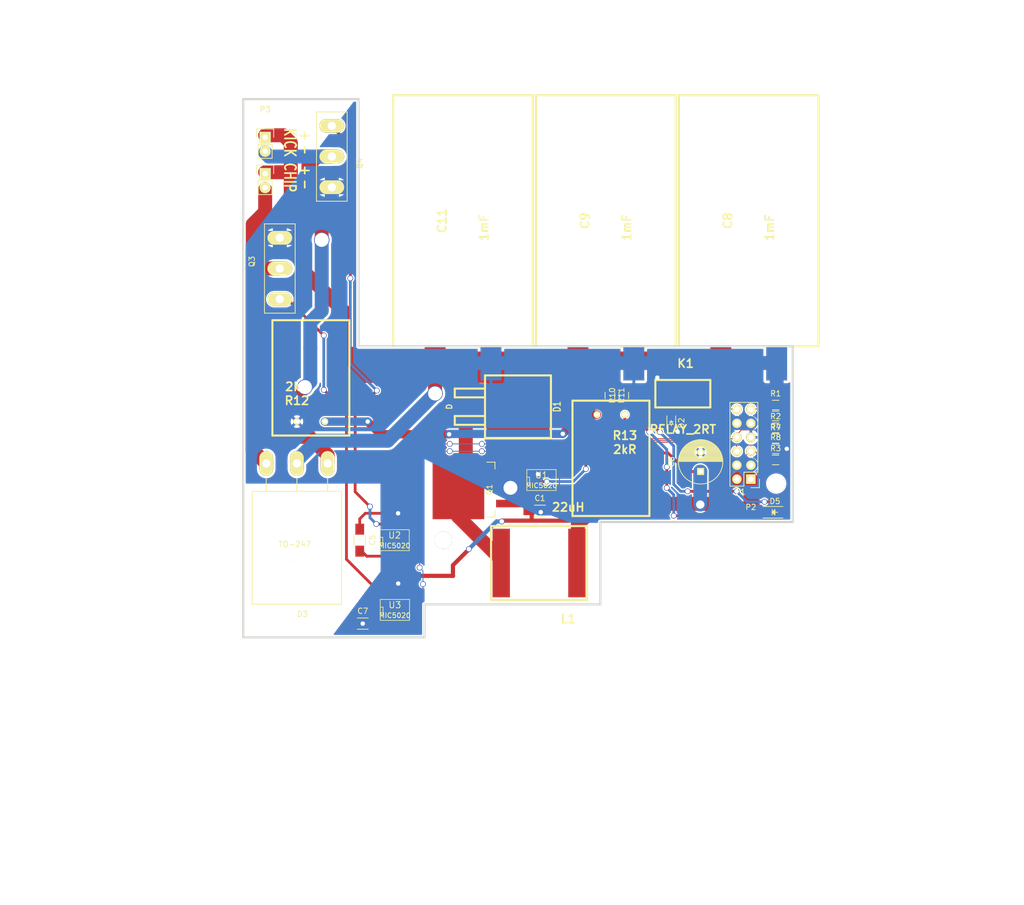
<source format=kicad_pcb>
(kicad_pcb (version 4) (host pcbnew 4.0.4-stable)

  (general
    (links 77)
    (no_connects 0)
    (area 54.810659 33.808579 155.191461 132.191761)
    (thickness 1.6002)
    (drawings 82)
    (tracks 376)
    (zones 0)
    (modules 35)
    (nets 28)
  )

  (page A4)
  (title_block
    (date "14 jan 2017")
  )

  (layers
    (0 Front signal)
    (31 Back signal)
    (32 B.Adhes user)
    (33 F.Adhes user)
    (34 B.Paste user)
    (35 F.Paste user)
    (36 B.SilkS user)
    (37 F.SilkS user)
    (38 B.Mask user)
    (39 F.Mask user)
    (40 Dwgs.User user)
    (41 Cmts.User user)
    (42 Eco1.User user)
    (43 Eco2.User user)
    (44 Edge.Cuts user)
  )

  (setup
    (last_trace_width 1.905)
    (user_trace_width 0.254)
    (user_trace_width 0.508)
    (user_trace_width 0.762)
    (user_trace_width 1.524)
    (user_trace_width 1.905)
    (user_trace_width 2.286)
    (user_trace_width 2.54)
    (trace_clearance 0.1524)
    (zone_clearance 0.508)
    (zone_45_only no)
    (trace_min 0.1524)
    (segment_width 0.381)
    (edge_width 0.381)
    (via_size 1.0541)
    (via_drill 0.8001)
    (via_min_size 1.0541)
    (via_min_drill 0.8001)
    (user_via 1.778 1.524)
    (user_via 2.794 2.54)
    (uvia_size 0.508)
    (uvia_drill 0.127)
    (uvias_allowed no)
    (uvia_min_size 0.508)
    (uvia_min_drill 0.127)
    (pcb_text_width 0.3048)
    (pcb_text_size 1.524 2.032)
    (mod_edge_width 0.381)
    (mod_text_size 1.524 1.524)
    (mod_text_width 0.3048)
    (pad_size 0.70104 1.99898)
    (pad_drill 0)
    (pad_to_mask_clearance 0.254)
    (aux_axis_origin 0 0)
    (grid_origin 69.6595 98.1075)
    (visible_elements 7FFFFFFF)
    (pcbplotparams
      (layerselection 0x00030_80000001)
      (usegerberextensions true)
      (excludeedgelayer true)
      (linewidth 0.150000)
      (plotframeref false)
      (viasonmask false)
      (mode 1)
      (useauxorigin false)
      (hpglpennumber 1)
      (hpglpenspeed 20)
      (hpglpendiameter 15)
      (hpglpenoverlay 0)
      (psnegative false)
      (psa4output false)
      (plotreference true)
      (plotvalue true)
      (plotinvisibletext false)
      (padsonsilk false)
      (subtractmaskfromsilk false)
      (outputformat 1)
      (mirror false)
      (drillshape 1)
      (scaleselection 1)
      (outputdirectory ""))
  )

  (net 0 "")
  (net 1 +BATT)
  (net 2 /CAP+)
  (net 3 /CHARGE)
  (net 4 /CHARGE_MOSFET_DRAIN)
  (net 5 /CHIP)
  (net 6 /KICK)
  (net 7 GND)
  (net 8 "Net-(D2-Pad1)")
  (net 9 "Net-(D5-Pad1)")
  (net 10 "Net-(D5-Pad2)")
  (net 11 "Net-(F1-Pad2)")
  (net 12 "Net-(K1-Pad14)")
  (net 13 "Net-(K1-Pad1)")
  (net 14 "Net-(P2-Pad11)")
  (net 15 "Net-(R1-Pad2)")
  (net 16 "Net-(R12-Pad2)")
  (net 17 "Net-(Q1-Pad1)")
  (net 18 "Net-(U1-Pad3)")
  (net 19 "Net-(U1-Pad4)")
  (net 20 "Net-(Q4-Pad1)")
  (net 21 "Net-(U2-Pad3)")
  (net 22 "Net-(U2-Pad4)")
  (net 23 "Net-(Q3-Pad1)")
  (net 24 "Net-(U3-Pad3)")
  (net 25 "Net-(U3-Pad4)")
  (net 26 /Kick-)
  (net 27 /Chip-)

  (net_class Default "This is the default net class."
    (clearance 0.1524)
    (trace_width 0.1524)
    (via_dia 1.0541)
    (via_drill 0.8001)
    (uvia_dia 0.508)
    (uvia_drill 0.127)
    (add_net +BATT)
    (add_net /CHARGE)
    (add_net /CHARGE_MOSFET_DRAIN)
    (add_net /CHIP)
    (add_net /KICK)
    (add_net GND)
    (add_net "Net-(D2-Pad1)")
    (add_net "Net-(D5-Pad1)")
    (add_net "Net-(D5-Pad2)")
    (add_net "Net-(F1-Pad2)")
    (add_net "Net-(K1-Pad1)")
    (add_net "Net-(K1-Pad14)")
    (add_net "Net-(P2-Pad11)")
    (add_net "Net-(Q1-Pad1)")
    (add_net "Net-(Q3-Pad1)")
    (add_net "Net-(Q4-Pad1)")
    (add_net "Net-(R1-Pad2)")
    (add_net "Net-(R12-Pad2)")
    (add_net "Net-(U1-Pad3)")
    (add_net "Net-(U1-Pad4)")
    (add_net "Net-(U2-Pad3)")
    (add_net "Net-(U2-Pad4)")
    (add_net "Net-(U3-Pad3)")
    (add_net "Net-(U3-Pad4)")
  )

  (net_class HighPower ""
    (clearance 0.45)
    (trace_width 2.54)
    (via_dia 2.794)
    (via_drill 2.54)
    (uvia_dia 0.508)
    (uvia_drill 0.127)
    (add_net /CAP+)
    (add_net /Chip-)
    (add_net /Kick-)
  )

  (net_class Power ""
    (clearance 0.1524)
    (trace_width 0.762)
    (via_dia 1.0541)
    (via_drill 0.8001)
    (uvia_dia 0.508)
    (uvia_drill 0.127)
  )

  (module TO_SOT_Packages_THT:TO-247_Horizontal_Neutral123 (layer Front) (tedit 0) (tstamp 507CF367)
    (at 64.77 100.33 180)
    (descr "Transistor FET TO-247 TO-218 TOP-3, 1=Gate 2=Drain 3=Source, lying horizontal, Front upward")
    (tags "Transistor FET GDS TO-247 TO-218 TOP-3")
    (path /4D018AF7)
    (fp_text reference D3 (at -1.016 -27.432 180) (layer F.SilkS)
      (effects (font (size 1 1) (thickness 0.15)))
    )
    (fp_text value RURG3060CC (at -1.27 5.08 180) (layer F.Fab)
      (effects (font (size 1 1) (thickness 0.15)))
    )
    (fp_line (start -5.588 -2.794) (end -5.588 -5.08) (layer F.SilkS) (width 0.15))
    (fp_line (start 0 -2.794) (end 0 -5.08) (layer F.SilkS) (width 0.15))
    (fp_line (start 5.588 -2.794) (end 5.588 -5.08) (layer F.SilkS) (width 0.15))
    (fp_text user TO-247 (at 0.4064 -14.7066 180) (layer F.SilkS)
      (effects (font (size 1 1) (thickness 0.15)))
    )
    (fp_circle (center 0 -19.558) (end 1.778 -19.558) (layer F.SilkS) (width 0.15))
    (fp_line (start 8.128 -25.654) (end 8.128 -5.08) (layer F.SilkS) (width 0.15))
    (fp_line (start -8.128 -25.654) (end 8.128 -25.654) (layer F.SilkS) (width 0.15))
    (fp_line (start -8.128 -5.08) (end -8.128 -25.654) (layer F.SilkS) (width 0.15))
    (fp_line (start 8.128 -5.08) (end -8.128 -5.08) (layer F.SilkS) (width 0.15))
    (pad 2 thru_hole oval (at 0 0 270) (size 4.50088 2.49936) (drill 1.50114) (layers *.Cu *.Mask F.SilkS)
      (net 2 /CAP+))
    (pad 1 thru_hole oval (at -5.588 0 270) (size 4.50088 2.49936) (drill 1.50114) (layers *.Cu *.Mask F.SilkS)
      (net 26 /Kick-))
    (pad 3 thru_hole oval (at 5.588 0 270) (size 4.50088 2.49936) (drill 1.50114) (layers *.Cu *.Mask F.SilkS)
      (net 27 /Chip-))
    (pad "" np_thru_hole circle (at 0.0635 -19.5707 180) (size 4.0005 4.0005) (drill 4.0005) (layers *.Cu *.Mask F.SilkS))
  )

  (module thunderbots-modules:D2PAK-DIODE-BACKWARDS (layer Front) (tedit 587AB693) (tstamp 5871D12B)
    (at 105.00106 89.99982 270)
    (descr "D2PAK MOSFET GDS")
    (tags "D2PAK TO-263")
    (path /4E90D0ED)
    (attr smd)
    (fp_text reference D1 (at 0 -7.0993 270) (layer F.SilkS)
      (effects (font (size 1.27 1.016) (thickness 0.2032)))
    )
    (fp_text value D (at 0 12.49934 270) (layer F.SilkS)
      (effects (font (size 1.016 1.016) (thickness 0.2032)))
    )
    (fp_line (start 1.69926 5.99948) (end 1.69926 11.50112) (layer F.SilkS) (width 0.381))
    (fp_line (start 1.69926 11.50112) (end 3.29946 11.50112) (layer F.SilkS) (width 0.381))
    (fp_line (start 3.29946 11.50112) (end 3.29946 5.99948) (layer F.SilkS) (width 0.381))
    (fp_line (start -3.29946 5.99948) (end -3.29946 11.50112) (layer F.SilkS) (width 0.381))
    (fp_line (start -3.29946 11.50112) (end -1.69926 11.50112) (layer F.SilkS) (width 0.381))
    (fp_line (start -1.69926 11.50112) (end -1.69926 5.99948) (layer F.SilkS) (width 0.381))
    (fp_line (start -5.69976 -5.99948) (end 5.69976 -5.99948) (layer F.SilkS) (width 0.381))
    (fp_line (start 5.69976 -5.99948) (end 5.69976 5.99948) (layer F.SilkS) (width 0.381))
    (fp_line (start 5.69976 5.99948) (end -5.69976 5.99948) (layer F.SilkS) (width 0.381))
    (fp_line (start -5.69976 5.99948) (end -5.69976 -5.99948) (layer F.SilkS) (width 0.381))
    (pad 1 smd rect (at 0 0 270) (size 10.80008 11.39952) (layers Front F.Paste F.Mask)
      (net 2 /CAP+))
    (pad 3 smd rect (at -2.49936 9.4996 270) (size 1.09982 3.50012) (layers Front F.Paste F.Mask))
    (pad 2 smd rect (at 2.49936 9.4996 270) (size 1.09982 3.50012) (layers Front F.Paste F.Mask)
      (net 4 /CHARGE_MOSFET_DRAIN))
    (model smd/dpack_2.wrl
      (at (xyz 0 0 0))
      (scale (xyz 1 1 1))
      (rotate (xyz 0 0 0))
    )
  )

  (module TO_SOT_Packages_THT:TO-247_Vertical_Neutral123 (layer Front) (tedit 0) (tstamp 507CF365)
    (at 61.6585 64.8335 90)
    (descr "TO-247 TO-218 TOP-3 FET 1=Gate 2=Drain 3=Source Vertical")
    (tags "Transistor FET TO-247 TO-218 TOP-3 Vertical")
    (path /4E627F51)
    (fp_text reference Q3 (at 1.27 -5.08 90) (layer F.SilkS)
      (effects (font (size 1 1) (thickness 0.15)))
    )
    (fp_text value Q_NIGBT_GCE (at -1.016 8.128 90) (layer F.Fab)
      (effects (font (size 1 1) (thickness 0.15)))
    )
    (fp_line (start 8.128 2.794) (end 8.128 -2.794) (layer F.SilkS) (width 0.15))
    (fp_line (start 8.128 -2.794) (end -8.128 -2.794) (layer F.SilkS) (width 0.15))
    (fp_line (start -8.128 -2.794) (end -8.128 2.794) (layer F.SilkS) (width 0.15))
    (fp_line (start -8.128 2.794) (end 8.128 2.794) (layer F.SilkS) (width 0.15))
    (pad 2 thru_hole oval (at 0 0 180) (size 4.50088 2.49936) (drill 1.50114) (layers *.Cu *.Mask F.SilkS)
      (net 27 /Chip-))
    (pad 1 thru_hole oval (at -5.588 0 180) (size 4.50088 2.49936) (drill 1.50114) (layers *.Cu *.Mask F.SilkS)
      (net 23 "Net-(Q3-Pad1)"))
    (pad 3 thru_hole oval (at 5.588 0 180) (size 4.50088 2.49936) (drill 1.50114) (layers *.Cu *.Mask F.SilkS)
      (net 7 GND))
  )

  (module thunderbots-modules:TO-263-2Lead (layer Front) (tedit 587AB1EF) (tstamp 5871D119)
    (at 103.3145 105.0925 180)
    (descr "D2PAK / TO-263 2-lead smd package")
    (tags "D2PAK D2PAK-2 TO-263AB TO-263")
    (path /4CE86D82)
    (attr smd)
    (fp_text reference Q1 (at 3.5 0 270) (layer F.SilkS)
      (effects (font (size 1 1) (thickness 0.15)))
    )
    (fp_text value Q_NMOS_GSD (at 15.25 -0.25 270) (layer F.Fab)
      (effects (font (size 1 1) (thickness 0.15)))
    )
    (fp_line (start 14.1 5.65) (end -2.55 5.65) (layer F.CrtYd) (width 0.05))
    (fp_line (start 14.1 -5.65) (end 14.1 5.65) (layer F.CrtYd) (width 0.05))
    (fp_line (start 14.1 -5.65) (end -2.55 -5.65) (layer F.CrtYd) (width 0.05))
    (fp_line (start -2.55 -5.65) (end -2.55 5.65) (layer F.CrtYd) (width 0.05))
    (fp_line (start 2.5 5) (end 2.5 3.75) (layer F.SilkS) (width 0.15))
    (fp_line (start 2.5 5) (end 4 5) (layer F.SilkS) (width 0.15))
    (fp_line (start 2.5 -5) (end 4 -5) (layer F.SilkS) (width 0.15))
    (fp_line (start 2.5 -5) (end 2.5 -3.75) (layer F.SilkS) (width 0.15))
    (pad 3 smd rect (at 9.15 0 180) (size 9.4 10.8) (layers Front F.Paste F.Mask)
      (net 4 /CHARGE_MOSFET_DRAIN))
    (pad 2 smd rect (at 0 2.54 180) (size 4.6 1.39) (layers Front F.Paste F.Mask)
      (net 7 GND))
    (pad 1 smd rect (at 0 -2.54 180) (size 4.6 1.39) (layers Front F.Paste F.Mask)
      (net 17 "Net-(Q1-Pad1)"))
    (model TO_SOT_Packages_SMD.3dshapes/TO-263-3Lead.wrl
      (at (xyz 0 0 0))
      (scale (xyz 1 1 1))
      (rotate (xyz 0 0 90))
    )
  )

  (module TO_SOT_Packages_THT:TO-247_Vertical_Neutral123 (layer Front) (tedit 0) (tstamp 507CF366)
    (at 71.12 44.45 270)
    (descr "TO-247 TO-218 TOP-3 FET 1=Gate 2=Drain 3=Source Vertical")
    (tags "Transistor FET TO-247 TO-218 TOP-3 Vertical")
    (path /4CEDBF96)
    (fp_text reference Q4 (at 1.27 -5.08 270) (layer F.SilkS)
      (effects (font (size 1 1) (thickness 0.15)))
    )
    (fp_text value Q_NIGBT_GCE (at -1.016 8.128 270) (layer F.Fab)
      (effects (font (size 1 1) (thickness 0.15)))
    )
    (fp_line (start 8.128 2.794) (end 8.128 -2.794) (layer F.SilkS) (width 0.15))
    (fp_line (start 8.128 -2.794) (end -8.128 -2.794) (layer F.SilkS) (width 0.15))
    (fp_line (start -8.128 -2.794) (end -8.128 2.794) (layer F.SilkS) (width 0.15))
    (fp_line (start -8.128 2.794) (end 8.128 2.794) (layer F.SilkS) (width 0.15))
    (pad 2 thru_hole oval (at 0 0) (size 4.50088 2.49936) (drill 1.50114) (layers *.Cu *.Mask F.SilkS)
      (net 26 /Kick-))
    (pad 1 thru_hole oval (at -5.588 0) (size 4.50088 2.49936) (drill 1.50114) (layers *.Cu *.Mask F.SilkS)
      (net 20 "Net-(Q4-Pad1)"))
    (pad 3 thru_hole oval (at 5.588 0) (size 4.50088 2.49936) (drill 1.50114) (layers *.Cu *.Mask F.SilkS)
      (net 7 GND))
  )

  (module LEDs:LED_1206 (layer Front) (tedit 55BDE2E8) (tstamp 56EDB859)
    (at 151.765 109.22)
    (descr "LED 1206 smd package")
    (tags "LED1206 SMD")
    (path /56EB4249)
    (attr smd)
    (fp_text reference D5 (at 0 -2) (layer F.SilkS)
      (effects (font (size 1 1) (thickness 0.15)))
    )
    (fp_text value LED (at 0 2) (layer F.Fab)
      (effects (font (size 1 1) (thickness 0.15)))
    )
    (fp_line (start -2.15 1.05) (end 1.45 1.05) (layer F.SilkS) (width 0.15))
    (fp_line (start -2.15 -1.05) (end 1.45 -1.05) (layer F.SilkS) (width 0.15))
    (fp_line (start -0.1 -0.3) (end -0.1 0.3) (layer F.SilkS) (width 0.15))
    (fp_line (start -0.1 0.3) (end -0.4 0) (layer F.SilkS) (width 0.15))
    (fp_line (start -0.4 0) (end -0.2 -0.2) (layer F.SilkS) (width 0.15))
    (fp_line (start -0.2 -0.2) (end -0.2 0.05) (layer F.SilkS) (width 0.15))
    (fp_line (start -0.2 0.05) (end -0.25 0) (layer F.SilkS) (width 0.15))
    (fp_line (start -0.5 -0.5) (end -0.5 0.5) (layer F.SilkS) (width 0.15))
    (fp_line (start 0 0) (end 0.5 0) (layer F.SilkS) (width 0.15))
    (fp_line (start -0.5 0) (end 0 -0.5) (layer F.SilkS) (width 0.15))
    (fp_line (start 0 -0.5) (end 0 0.5) (layer F.SilkS) (width 0.15))
    (fp_line (start 0 0.5) (end -0.5 0) (layer F.SilkS) (width 0.15))
    (fp_line (start 2.5 -1.25) (end -2.5 -1.25) (layer F.CrtYd) (width 0.05))
    (fp_line (start -2.5 -1.25) (end -2.5 1.25) (layer F.CrtYd) (width 0.05))
    (fp_line (start -2.5 1.25) (end 2.5 1.25) (layer F.CrtYd) (width 0.05))
    (fp_line (start 2.5 1.25) (end 2.5 -1.25) (layer F.CrtYd) (width 0.05))
    (pad 2 smd rect (at 1.41986 0 180) (size 1.59766 1.80086) (layers Front F.Paste F.Mask)
      (net 10 "Net-(D5-Pad2)"))
    (pad 1 smd rect (at -1.41986 0 180) (size 1.59766 1.80086) (layers Front F.Paste F.Mask)
      (net 9 "Net-(D5-Pad1)"))
    (model LEDs.3dshapes/LED_1206.wrl
      (at (xyz 0 0 0))
      (scale (xyz 1 1 1))
      (rotate (xyz 0 0 180))
    )
  )

  (module Diodes_SMD:SOD-323 (layer Front) (tedit 5530FC5E) (tstamp 507CF36B)
    (at 132.90042 92.964 270)
    (descr SOD-323)
    (tags SOD-323)
    (path /506FCCB3)
    (attr smd)
    (fp_text reference D2 (at 0 -1.85 270) (layer F.SilkS)
      (effects (font (size 1 1) (thickness 0.15)))
    )
    (fp_text value D_Schottky (at 0.1 1.9 270) (layer F.Fab)
      (effects (font (size 1 1) (thickness 0.15)))
    )
    (fp_line (start 0.25 0) (end 0.5 0) (layer F.SilkS) (width 0.15))
    (fp_line (start -0.25 0) (end -0.5 0) (layer F.SilkS) (width 0.15))
    (fp_line (start -0.25 0) (end 0.25 -0.35) (layer F.SilkS) (width 0.15))
    (fp_line (start 0.25 -0.35) (end 0.25 0.35) (layer F.SilkS) (width 0.15))
    (fp_line (start 0.25 0.35) (end -0.25 0) (layer F.SilkS) (width 0.15))
    (fp_line (start -0.25 -0.35) (end -0.25 0.35) (layer F.SilkS) (width 0.15))
    (fp_line (start -1.5 -0.95) (end 1.5 -0.95) (layer F.CrtYd) (width 0.05))
    (fp_line (start 1.5 -0.95) (end 1.5 0.95) (layer F.CrtYd) (width 0.05))
    (fp_line (start -1.5 0.95) (end 1.5 0.95) (layer F.CrtYd) (width 0.05))
    (fp_line (start -1.5 -0.95) (end -1.5 0.95) (layer F.CrtYd) (width 0.05))
    (fp_line (start -1.3 0.8) (end 1.1 0.8) (layer F.SilkS) (width 0.15))
    (fp_line (start -1.3 -0.8) (end 1.1 -0.8) (layer F.SilkS) (width 0.15))
    (pad 1 smd rect (at -1.055 0 270) (size 0.59 0.45) (layers Front F.Paste F.Mask)
      (net 8 "Net-(D2-Pad1)"))
    (pad 2 smd rect (at 1.055 0 270) (size 0.59 0.45) (layers Front F.Paste F.Mask)
      (net 7 GND))
    (model Diodes_SMD.3dshapes/SOD-323.wrl
      (at (xyz 0 0 0))
      (scale (xyz 1 1 1))
      (rotate (xyz 0 0 180))
    )
  )

  (module Capacitors_SMD:C_1206_HandSoldering (layer Front) (tedit 541A9C03) (tstamp 587AB97F)
    (at 108.99902 108.95076)
    (descr "Capacitor SMD 1206, hand soldering")
    (tags "capacitor 1206")
    (path /4CEDE3E6)
    (attr smd)
    (fp_text reference C1 (at 0 -2.3) (layer F.SilkS)
      (effects (font (size 1 1) (thickness 0.15)))
    )
    (fp_text value 10uF (at 0 2.3) (layer F.Fab)
      (effects (font (size 1 1) (thickness 0.15)))
    )
    (fp_line (start -3.3 -1.15) (end 3.3 -1.15) (layer F.CrtYd) (width 0.05))
    (fp_line (start -3.3 1.15) (end 3.3 1.15) (layer F.CrtYd) (width 0.05))
    (fp_line (start -3.3 -1.15) (end -3.3 1.15) (layer F.CrtYd) (width 0.05))
    (fp_line (start 3.3 -1.15) (end 3.3 1.15) (layer F.CrtYd) (width 0.05))
    (fp_line (start 1 -1.025) (end -1 -1.025) (layer F.SilkS) (width 0.15))
    (fp_line (start -1 1.025) (end 1 1.025) (layer F.SilkS) (width 0.15))
    (pad 1 smd rect (at -2 0) (size 2 1.6) (layers Front F.Paste F.Mask)
      (net 1 +BATT))
    (pad 2 smd rect (at 2 0) (size 2 1.6) (layers Front F.Paste F.Mask)
      (net 7 GND))
    (model Capacitors_SMD.3dshapes/C_1206_HandSoldering.wrl
      (at (xyz 0 0 0))
      (scale (xyz 1 1 1))
      (rotate (xyz 0 0 0))
    )
  )

  (module Capacitors_SMD:C_1206_HandSoldering (layer Front) (tedit 541A9C03) (tstamp 587AB984)
    (at 76.2 114.3 270)
    (descr "Capacitor SMD 1206, hand soldering")
    (tags "capacitor 1206")
    (path /4CEDE442)
    (attr smd)
    (fp_text reference C5 (at 0 -2.3 270) (layer F.SilkS)
      (effects (font (size 1 1) (thickness 0.15)))
    )
    (fp_text value 10uF (at 0 2.3 270) (layer F.Fab)
      (effects (font (size 1 1) (thickness 0.15)))
    )
    (fp_line (start -3.3 -1.15) (end 3.3 -1.15) (layer F.CrtYd) (width 0.05))
    (fp_line (start -3.3 1.15) (end 3.3 1.15) (layer F.CrtYd) (width 0.05))
    (fp_line (start -3.3 -1.15) (end -3.3 1.15) (layer F.CrtYd) (width 0.05))
    (fp_line (start 3.3 -1.15) (end 3.3 1.15) (layer F.CrtYd) (width 0.05))
    (fp_line (start 1 -1.025) (end -1 -1.025) (layer F.SilkS) (width 0.15))
    (fp_line (start -1 1.025) (end 1 1.025) (layer F.SilkS) (width 0.15))
    (pad 1 smd rect (at -2 0 270) (size 2 1.6) (layers Front F.Paste F.Mask)
      (net 7 GND))
    (pad 2 smd rect (at 2 0 270) (size 2 1.6) (layers Front F.Paste F.Mask)
      (net 1 +BATT))
    (model Capacitors_SMD.3dshapes/C_1206_HandSoldering.wrl
      (at (xyz 0 0 0))
      (scale (xyz 1 1 1))
      (rotate (xyz 0 0 0))
    )
  )

  (module Capacitors_ThroughHole:C_Radial_D8_L11.5_P3.5 (layer Front) (tedit 0) (tstamp 587AB989)
    (at 138.2395 101.7905 90)
    (descr "Radial Electrolytic Capacitor Diameter 8mm x Length 11.5mm, Pitch 3.5mm")
    (tags "Electrolytic Capacitor")
    (path /4CEECDAA)
    (fp_text reference C6 (at 1.75 -5.3 90) (layer F.SilkS)
      (effects (font (size 1 1) (thickness 0.15)))
    )
    (fp_text value 100uF (at 1.75 5.3 90) (layer F.Fab)
      (effects (font (size 1 1) (thickness 0.15)))
    )
    (fp_line (start 1.825 -3.999) (end 1.825 3.999) (layer F.SilkS) (width 0.15))
    (fp_line (start 1.965 -3.994) (end 1.965 3.994) (layer F.SilkS) (width 0.15))
    (fp_line (start 2.105 -3.984) (end 2.105 3.984) (layer F.SilkS) (width 0.15))
    (fp_line (start 2.245 -3.969) (end 2.245 3.969) (layer F.SilkS) (width 0.15))
    (fp_line (start 2.385 -3.949) (end 2.385 3.949) (layer F.SilkS) (width 0.15))
    (fp_line (start 2.525 -3.924) (end 2.525 -0.222) (layer F.SilkS) (width 0.15))
    (fp_line (start 2.525 0.222) (end 2.525 3.924) (layer F.SilkS) (width 0.15))
    (fp_line (start 2.665 -3.894) (end 2.665 -0.55) (layer F.SilkS) (width 0.15))
    (fp_line (start 2.665 0.55) (end 2.665 3.894) (layer F.SilkS) (width 0.15))
    (fp_line (start 2.805 -3.858) (end 2.805 -0.719) (layer F.SilkS) (width 0.15))
    (fp_line (start 2.805 0.719) (end 2.805 3.858) (layer F.SilkS) (width 0.15))
    (fp_line (start 2.945 -3.817) (end 2.945 -0.832) (layer F.SilkS) (width 0.15))
    (fp_line (start 2.945 0.832) (end 2.945 3.817) (layer F.SilkS) (width 0.15))
    (fp_line (start 3.085 -3.771) (end 3.085 -0.91) (layer F.SilkS) (width 0.15))
    (fp_line (start 3.085 0.91) (end 3.085 3.771) (layer F.SilkS) (width 0.15))
    (fp_line (start 3.225 -3.718) (end 3.225 -0.961) (layer F.SilkS) (width 0.15))
    (fp_line (start 3.225 0.961) (end 3.225 3.718) (layer F.SilkS) (width 0.15))
    (fp_line (start 3.365 -3.659) (end 3.365 -0.991) (layer F.SilkS) (width 0.15))
    (fp_line (start 3.365 0.991) (end 3.365 3.659) (layer F.SilkS) (width 0.15))
    (fp_line (start 3.505 -3.594) (end 3.505 -1) (layer F.SilkS) (width 0.15))
    (fp_line (start 3.505 1) (end 3.505 3.594) (layer F.SilkS) (width 0.15))
    (fp_line (start 3.645 -3.523) (end 3.645 -0.989) (layer F.SilkS) (width 0.15))
    (fp_line (start 3.645 0.989) (end 3.645 3.523) (layer F.SilkS) (width 0.15))
    (fp_line (start 3.785 -3.444) (end 3.785 -0.959) (layer F.SilkS) (width 0.15))
    (fp_line (start 3.785 0.959) (end 3.785 3.444) (layer F.SilkS) (width 0.15))
    (fp_line (start 3.925 -3.357) (end 3.925 -0.905) (layer F.SilkS) (width 0.15))
    (fp_line (start 3.925 0.905) (end 3.925 3.357) (layer F.SilkS) (width 0.15))
    (fp_line (start 4.065 -3.262) (end 4.065 -0.825) (layer F.SilkS) (width 0.15))
    (fp_line (start 4.065 0.825) (end 4.065 3.262) (layer F.SilkS) (width 0.15))
    (fp_line (start 4.205 -3.158) (end 4.205 -0.709) (layer F.SilkS) (width 0.15))
    (fp_line (start 4.205 0.709) (end 4.205 3.158) (layer F.SilkS) (width 0.15))
    (fp_line (start 4.345 -3.044) (end 4.345 -0.535) (layer F.SilkS) (width 0.15))
    (fp_line (start 4.345 0.535) (end 4.345 3.044) (layer F.SilkS) (width 0.15))
    (fp_line (start 4.485 -2.919) (end 4.485 -0.173) (layer F.SilkS) (width 0.15))
    (fp_line (start 4.485 0.173) (end 4.485 2.919) (layer F.SilkS) (width 0.15))
    (fp_line (start 4.625 -2.781) (end 4.625 2.781) (layer F.SilkS) (width 0.15))
    (fp_line (start 4.765 -2.629) (end 4.765 2.629) (layer F.SilkS) (width 0.15))
    (fp_line (start 4.905 -2.459) (end 4.905 2.459) (layer F.SilkS) (width 0.15))
    (fp_line (start 5.045 -2.268) (end 5.045 2.268) (layer F.SilkS) (width 0.15))
    (fp_line (start 5.185 -2.05) (end 5.185 2.05) (layer F.SilkS) (width 0.15))
    (fp_line (start 5.325 -1.794) (end 5.325 1.794) (layer F.SilkS) (width 0.15))
    (fp_line (start 5.465 -1.483) (end 5.465 1.483) (layer F.SilkS) (width 0.15))
    (fp_line (start 5.605 -1.067) (end 5.605 1.067) (layer F.SilkS) (width 0.15))
    (fp_line (start 5.745 -0.2) (end 5.745 0.2) (layer F.SilkS) (width 0.15))
    (fp_circle (center 3.5 0) (end 3.5 -1) (layer F.SilkS) (width 0.15))
    (fp_circle (center 1.75 0) (end 1.75 -4.0375) (layer F.SilkS) (width 0.15))
    (fp_circle (center 1.75 0) (end 1.75 -4.3) (layer F.CrtYd) (width 0.05))
    (pad 2 thru_hole circle (at 3.5 0 90) (size 1.3 1.3) (drill 0.8) (layers *.Cu *.Mask F.SilkS)
      (net 7 GND))
    (pad 1 thru_hole rect (at 0 0 90) (size 1.3 1.3) (drill 0.8) (layers *.Cu *.Mask F.SilkS)
      (net 1 +BATT))
    (model Capacitors_ThroughHole.3dshapes/C_Radial_D8_L11.5_P3.5.wrl
      (at (xyz 0 0 0))
      (scale (xyz 1 1 1))
      (rotate (xyz 0 0 0))
    )
  )

  (module Capacitors_SMD:C_1206_HandSoldering (layer Front) (tedit 541A9C03) (tstamp 587AB98E)
    (at 76.75118 129.49936)
    (descr "Capacitor SMD 1206, hand soldering")
    (tags "capacitor 1206")
    (path /4E627F86)
    (attr smd)
    (fp_text reference C7 (at 0 -2.3) (layer F.SilkS)
      (effects (font (size 1 1) (thickness 0.15)))
    )
    (fp_text value 10uF (at 0 2.3) (layer F.Fab)
      (effects (font (size 1 1) (thickness 0.15)))
    )
    (fp_line (start -3.3 -1.15) (end 3.3 -1.15) (layer F.CrtYd) (width 0.05))
    (fp_line (start -3.3 1.15) (end 3.3 1.15) (layer F.CrtYd) (width 0.05))
    (fp_line (start -3.3 -1.15) (end -3.3 1.15) (layer F.CrtYd) (width 0.05))
    (fp_line (start 3.3 -1.15) (end 3.3 1.15) (layer F.CrtYd) (width 0.05))
    (fp_line (start 1 -1.025) (end -1 -1.025) (layer F.SilkS) (width 0.15))
    (fp_line (start -1 1.025) (end 1 1.025) (layer F.SilkS) (width 0.15))
    (pad 1 smd rect (at -2 0) (size 2 1.6) (layers Front F.Paste F.Mask)
      (net 7 GND))
    (pad 2 smd rect (at 2 0) (size 2 1.6) (layers Front F.Paste F.Mask)
      (net 1 +BATT))
    (model Capacitors_SMD.3dshapes/C_1206_HandSoldering.wrl
      (at (xyz 0 0 0))
      (scale (xyz 1 1 1))
      (rotate (xyz 0 0 0))
    )
  )

  (module thunderbots-modules:ESMQ251VSN102MQ45S_HORIZONTAL (layer Front) (tedit 5083088E) (tstamp 587AB993)
    (at 146.99996 78.99908)
    (path /4E62973B)
    (fp_text reference C8 (at -3.81 -22.86 90) (layer F.SilkS)
      (effects (font (thickness 0.3048)))
    )
    (fp_text value 1mF (at 3.81 -21.59 90) (layer F.SilkS)
      (effects (font (thickness 0.3048)))
    )
    (fp_line (start -12.7 0) (end 12.7 0) (layer F.SilkS) (width 0.381))
    (fp_line (start 12.7 0) (end 12.7 -45.72) (layer F.SilkS) (width 0.381))
    (fp_line (start 12.7 -45.72) (end -12.7 -45.72) (layer F.SilkS) (width 0.381))
    (fp_line (start -12.7 -45.72) (end -12.7 0) (layer F.SilkS) (width 0.381))
    (pad 1 smd rect (at -5.08 3.048) (size 3.81 6.35) (layers Front F.Mask)
      (net 2 /CAP+))
    (pad 2 smd rect (at 5.08 3.048) (size 3.81 6.35) (layers Back B.Mask)
      (net 7 GND))
  )

  (module thunderbots-modules:ESMQ251VSN102MQ45S_HORIZONTAL (layer Front) (tedit 5083088E) (tstamp 587AB998)
    (at 121.00052 78.99908)
    (path /4E629A84)
    (fp_text reference C9 (at -3.81 -22.86 90) (layer F.SilkS)
      (effects (font (thickness 0.3048)))
    )
    (fp_text value 1mF (at 3.81 -21.59 90) (layer F.SilkS)
      (effects (font (thickness 0.3048)))
    )
    (fp_line (start -12.7 0) (end 12.7 0) (layer F.SilkS) (width 0.381))
    (fp_line (start 12.7 0) (end 12.7 -45.72) (layer F.SilkS) (width 0.381))
    (fp_line (start 12.7 -45.72) (end -12.7 -45.72) (layer F.SilkS) (width 0.381))
    (fp_line (start -12.7 -45.72) (end -12.7 0) (layer F.SilkS) (width 0.381))
    (pad 1 smd rect (at -5.08 3.048) (size 3.81 6.35) (layers Front F.Mask)
      (net 2 /CAP+))
    (pad 2 smd rect (at 5.08 3.048) (size 3.81 6.35) (layers Back B.Mask)
      (net 7 GND))
  )

  (module thunderbots-modules:ESMQ251VSN102MQ45S_HORIZONTAL (layer Front) (tedit 5083088E) (tstamp 587AB99D)
    (at 95.00108 78.99908)
    (path /4E629A87)
    (fp_text reference C11 (at -3.81 -22.86 90) (layer F.SilkS)
      (effects (font (thickness 0.3048)))
    )
    (fp_text value 1mF (at 3.81 -21.59 90) (layer F.SilkS)
      (effects (font (thickness 0.3048)))
    )
    (fp_line (start -12.7 0) (end 12.7 0) (layer F.SilkS) (width 0.381))
    (fp_line (start 12.7 0) (end 12.7 -45.72) (layer F.SilkS) (width 0.381))
    (fp_line (start 12.7 -45.72) (end -12.7 -45.72) (layer F.SilkS) (width 0.381))
    (fp_line (start -12.7 -45.72) (end -12.7 0) (layer F.SilkS) (width 0.381))
    (pad 1 smd rect (at -5.08 3.048) (size 3.81 6.35) (layers Front F.Mask)
      (net 2 /CAP+))
    (pad 2 smd rect (at 5.08 3.048) (size 3.81 6.35) (layers Back B.Mask)
      (net 7 GND))
  )

  (module Fuse_Holders_and_Fuses:Fuse_SMD1206_HandSoldering (layer Front) (tedit 0) (tstamp 587AB9A2)
    (at 145.542 107.696)
    (descr "Fuse, Sicherung, SMD1206, Littlefuse-Wickmann 433 Series, Hand Soldering,")
    (tags "Fuse, Sicherung, SMD1206,  Littlefuse-Wickmann 433 Series, Hand Soldering,")
    (path /506FCCB1)
    (attr smd)
    (fp_text reference F1 (at -0.0508 -2.19964) (layer F.SilkS)
      (effects (font (size 1 1) (thickness 0.15)))
    )
    (fp_text value 5A (at -0.14986 2.49936) (layer F.Fab)
      (effects (font (size 1 1) (thickness 0.15)))
    )
    (pad 1 smd rect (at -2.08534 0 90) (size 2.02946 2.65176) (layers Front F.Paste F.Mask)
      (net 1 +BATT))
    (pad 2 smd rect (at 2.08534 0 90) (size 2.02946 2.65176) (layers Front F.Paste F.Mask)
      (net 11 "Net-(F1-Pad2)"))
  )

  (module thunderbots-modules:PB1163CT-ND (layer Front) (tedit 507A0103) (tstamp 587AB9A7)
    (at 131.50342 87.63)
    (path /506FCCBA)
    (fp_text reference K1 (at 4.0005 -5.4991) (layer F.SilkS)
      (effects (font (thickness 0.3048)))
    )
    (fp_text value RELAY_2RT (at 3.50012 6.49986) (layer F.SilkS)
      (effects (font (thickness 0.3048)))
    )
    (fp_line (start 8.49884 -2.49936) (end 8.49884 2.49936) (layer F.SilkS) (width 0.381))
    (fp_line (start 8.49884 2.49936) (end -1.50114 2.49936) (layer F.SilkS) (width 0.381))
    (fp_line (start -1.50114 2.49936) (end -1.50114 -2.49936) (layer F.SilkS) (width 0.381))
    (fp_line (start -1.50114 -2.49936) (end 8.49884 -2.49936) (layer F.SilkS) (width 0.381))
    (pad 9 smd rect (at 0 2.99974) (size 0.70104 1.99898) (layers Front F.Paste F.Mask)
      (net 8 "Net-(D2-Pad1)"))
    (pad 8 smd rect (at 0 -2.99974) (size 0.70104 1.99898) (layers Front F.Paste F.Mask)
      (net 7 GND))
    (pad 14 smd rect (at 2.99974 -2.99974) (size 0.70104 1.99898) (layers Front F.Paste F.Mask)
      (net 12 "Net-(K1-Pad14)"))
    (pad 12 smd rect (at 5.00126 -2.99974) (size 0.70104 1.99898) (layers Front F.Paste F.Mask)
      (net 2 /CAP+))
    (pad 16 smd rect (at 7.00024 -2.99974) (size 0.70104 1.99898) (layers Front F.Paste F.Mask)
      (net 13 "Net-(K1-Pad1)"))
    (pad 3 smd rect (at 2.99974 2.99974) (size 0.70104 1.99898) (layers Front F.Paste F.Mask)
      (net 12 "Net-(K1-Pad14)"))
    (pad 5 smd rect (at 5.00126 2.99974) (size 0.70104 1.99898) (layers Front F.Paste F.Mask)
      (net 2 /CAP+))
    (pad 1 smd rect (at 7.00024 2.99974) (size 0.70104 1.99898) (layers Front F.Paste F.Mask)
      (net 13 "Net-(K1-Pad1)"))
  )

  (module thunderbots-modules:SRP1770TA (layer Front) (tedit 0) (tstamp 587AB9B2)
    (at 114.1476 118.4656 180)
    (path /4CE86DAF)
    (fp_text reference L1 (at 0 -10.16 180) (layer F.SilkS)
      (effects (font (thickness 0.3048)))
    )
    (fp_text value 22uH (at 0 10.16 180) (layer F.SilkS)
      (effects (font (thickness 0.3048)))
    )
    (fp_line (start 14.0462 -6.731) (end 14.0462 6.731) (layer F.SilkS) (width 0.381))
    (fp_line (start -3.429 6.731) (end 14.0462 6.731) (layer F.SilkS) (width 0.381))
    (fp_line (start -3.429 -6.731) (end -3.429 6.731) (layer F.SilkS) (width 0.381))
    (fp_line (start -3.429 -6.731) (end 14.0462 -6.731) (layer F.SilkS) (width 0.381))
    (pad 1 smd rect (at -1.5748 0 180) (size 3.1496 12.4968) (layers Front F.Paste F.Mask)
      (net 1 +BATT))
    (pad 2 smd rect (at 12.192 0 180) (size 3.1496 12.4968) (layers Front F.Paste F.Mask)
      (net 4 /CHARGE_MOSFET_DRAIN))
  )

  (module thunderbots-modules:M3_MOUNT (layer Front) (tedit 5883DF03) (tstamp 587AB9B7)
    (at 91.39936 114.3)
    (path /00000000)
    (fp_text reference M1 (at 0 -2.54) (layer F.SilkS) hide
      (effects (font (thickness 0.3048)))
    )
    (fp_text value 16mm (at 0 2.54) (layer F.SilkS) hide
      (effects (font (thickness 0.3048)))
    )
    (pad "" thru_hole circle (at 0 0) (size 3.175 3.175) (drill 3.175) (layers *.Cu *.Mask F.SilkS))
  )

  (module thunderbots-modules:M3_MOUNT (layer Front) (tedit 5883DF0C) (tstamp 587AB9BB)
    (at 152.00122 104.0003)
    (path /50EFD28A)
    (fp_text reference M2 (at 0 -2.54) (layer F.SilkS) hide
      (effects (font (thickness 0.3048)))
    )
    (fp_text value 16mm (at 0 2.54) (layer F.SilkS) hide
      (effects (font (thickness 0.3048)))
    )
    (pad "" thru_hole circle (at 0 0) (size 3.175 3.175) (drill 3.175) (layers *.Cu *.Mask F.SilkS))
  )

  (module Pin_Headers:Pin_Header_Straight_1x02 (layer Front) (tedit 54EA090C) (tstamp 587AB9BF)
    (at 58.9915 47.5615)
    (descr "Through hole pin header")
    (tags "pin header")
    (path /4E627F5E)
    (fp_text reference P1 (at 0 -5.1) (layer F.SilkS)
      (effects (font (size 1 1) (thickness 0.15)))
    )
    (fp_text value CONN_01X02 (at 0 -3.1) (layer F.Fab)
      (effects (font (size 1 1) (thickness 0.15)))
    )
    (fp_line (start 1.27 1.27) (end 1.27 3.81) (layer F.SilkS) (width 0.15))
    (fp_line (start 1.55 -1.55) (end 1.55 0) (layer F.SilkS) (width 0.15))
    (fp_line (start -1.75 -1.75) (end -1.75 4.3) (layer F.CrtYd) (width 0.05))
    (fp_line (start 1.75 -1.75) (end 1.75 4.3) (layer F.CrtYd) (width 0.05))
    (fp_line (start -1.75 -1.75) (end 1.75 -1.75) (layer F.CrtYd) (width 0.05))
    (fp_line (start -1.75 4.3) (end 1.75 4.3) (layer F.CrtYd) (width 0.05))
    (fp_line (start 1.27 1.27) (end -1.27 1.27) (layer F.SilkS) (width 0.15))
    (fp_line (start -1.55 0) (end -1.55 -1.55) (layer F.SilkS) (width 0.15))
    (fp_line (start -1.55 -1.55) (end 1.55 -1.55) (layer F.SilkS) (width 0.15))
    (fp_line (start -1.27 1.27) (end -1.27 3.81) (layer F.SilkS) (width 0.15))
    (fp_line (start -1.27 3.81) (end 1.27 3.81) (layer F.SilkS) (width 0.15))
    (pad 1 thru_hole rect (at 0 0) (size 2.032 2.032) (drill 1.016) (layers *.Cu *.Mask F.SilkS)
      (net 2 /CAP+))
    (pad 2 thru_hole oval (at 0 2.54) (size 2.032 2.032) (drill 1.016) (layers *.Cu *.Mask F.SilkS)
      (net 27 /Chip-))
    (model Pin_Headers.3dshapes/Pin_Header_Straight_1x02.wrl
      (at (xyz 0 -0.05 0))
      (scale (xyz 1 1 1))
      (rotate (xyz 0 0 90))
    )
  )

  (module Pin_Headers:Pin_Header_Straight_2x06 (layer Front) (tedit 0) (tstamp 587AB9C4)
    (at 147.3835 103.1875 180)
    (descr "Through hole pin header")
    (tags "pin header")
    (path /506FCCB2)
    (fp_text reference P2 (at 0 -5.1 180) (layer F.SilkS)
      (effects (font (size 1 1) (thickness 0.15)))
    )
    (fp_text value CONN_02X06 (at 0 -3.1 180) (layer F.Fab)
      (effects (font (size 1 1) (thickness 0.15)))
    )
    (fp_line (start -1.75 -1.75) (end -1.75 14.45) (layer F.CrtYd) (width 0.05))
    (fp_line (start 4.3 -1.75) (end 4.3 14.45) (layer F.CrtYd) (width 0.05))
    (fp_line (start -1.75 -1.75) (end 4.3 -1.75) (layer F.CrtYd) (width 0.05))
    (fp_line (start -1.75 14.45) (end 4.3 14.45) (layer F.CrtYd) (width 0.05))
    (fp_line (start 3.81 13.97) (end 3.81 -1.27) (layer F.SilkS) (width 0.15))
    (fp_line (start -1.27 1.27) (end -1.27 13.97) (layer F.SilkS) (width 0.15))
    (fp_line (start 3.81 13.97) (end -1.27 13.97) (layer F.SilkS) (width 0.15))
    (fp_line (start 3.81 -1.27) (end 1.27 -1.27) (layer F.SilkS) (width 0.15))
    (fp_line (start 0 -1.55) (end -1.55 -1.55) (layer F.SilkS) (width 0.15))
    (fp_line (start 1.27 -1.27) (end 1.27 1.27) (layer F.SilkS) (width 0.15))
    (fp_line (start 1.27 1.27) (end -1.27 1.27) (layer F.SilkS) (width 0.15))
    (fp_line (start -1.55 -1.55) (end -1.55 0) (layer F.SilkS) (width 0.15))
    (pad 1 thru_hole rect (at 0 0 180) (size 1.7272 1.7272) (drill 1.016) (layers *.Cu *.Mask F.SilkS)
      (net 11 "Net-(F1-Pad2)"))
    (pad 2 thru_hole oval (at 2.54 0 180) (size 1.7272 1.7272) (drill 1.016) (layers *.Cu *.Mask F.SilkS)
      (net 11 "Net-(F1-Pad2)"))
    (pad 3 thru_hole oval (at 0 2.54 180) (size 1.7272 1.7272) (drill 1.016) (layers *.Cu *.Mask F.SilkS)
      (net 7 GND))
    (pad 4 thru_hole oval (at 2.54 2.54 180) (size 1.7272 1.7272) (drill 1.016) (layers *.Cu *.Mask F.SilkS)
      (net 7 GND))
    (pad 5 thru_hole oval (at 0 5.08 180) (size 1.7272 1.7272) (drill 1.016) (layers *.Cu *.Mask F.SilkS)
      (net 3 /CHARGE))
    (pad 6 thru_hole oval (at 2.54 5.08 180) (size 1.7272 1.7272) (drill 1.016) (layers *.Cu *.Mask F.SilkS)
      (net 5 /CHIP))
    (pad 7 thru_hole oval (at 0 7.62 180) (size 1.7272 1.7272) (drill 1.016) (layers *.Cu *.Mask F.SilkS)
      (net 7 GND))
    (pad 8 thru_hole oval (at 2.54 7.62 180) (size 1.7272 1.7272) (drill 1.016) (layers *.Cu *.Mask F.SilkS)
      (net 6 /KICK))
    (pad 9 thru_hole oval (at 0 10.16 180) (size 1.7272 1.7272) (drill 1.016) (layers *.Cu *.Mask F.SilkS)
      (net 7 GND))
    (pad 10 thru_hole oval (at 2.54 10.16 180) (size 1.7272 1.7272) (drill 1.016) (layers *.Cu *.Mask F.SilkS)
      (net 7 GND))
    (pad 11 thru_hole oval (at 0 12.7 180) (size 1.7272 1.7272) (drill 1.016) (layers *.Cu *.Mask F.SilkS)
      (net 14 "Net-(P2-Pad11)"))
    (pad 12 thru_hole oval (at 2.54 12.7 180) (size 1.7272 1.7272) (drill 1.016) (layers *.Cu *.Mask F.SilkS)
      (net 8 "Net-(D2-Pad1)"))
    (model Pin_Headers.3dshapes/Pin_Header_Straight_2x06.wrl
      (at (xyz 0.05 -0.25 0))
      (scale (xyz 1 1 1))
      (rotate (xyz 0 0 90))
    )
  )

  (module Pin_Headers:Pin_Header_Straight_1x02 (layer Front) (tedit 54EA090C) (tstamp 587AB9D3)
    (at 58.9915 40.9575)
    (descr "Through hole pin header")
    (tags "pin header")
    (path /4CE85E9F)
    (fp_text reference P3 (at 0 -5.1) (layer F.SilkS)
      (effects (font (size 1 1) (thickness 0.15)))
    )
    (fp_text value CONN_01X02 (at 0 -3.1) (layer F.Fab)
      (effects (font (size 1 1) (thickness 0.15)))
    )
    (fp_line (start 1.27 1.27) (end 1.27 3.81) (layer F.SilkS) (width 0.15))
    (fp_line (start 1.55 -1.55) (end 1.55 0) (layer F.SilkS) (width 0.15))
    (fp_line (start -1.75 -1.75) (end -1.75 4.3) (layer F.CrtYd) (width 0.05))
    (fp_line (start 1.75 -1.75) (end 1.75 4.3) (layer F.CrtYd) (width 0.05))
    (fp_line (start -1.75 -1.75) (end 1.75 -1.75) (layer F.CrtYd) (width 0.05))
    (fp_line (start -1.75 4.3) (end 1.75 4.3) (layer F.CrtYd) (width 0.05))
    (fp_line (start 1.27 1.27) (end -1.27 1.27) (layer F.SilkS) (width 0.15))
    (fp_line (start -1.55 0) (end -1.55 -1.55) (layer F.SilkS) (width 0.15))
    (fp_line (start -1.55 -1.55) (end 1.55 -1.55) (layer F.SilkS) (width 0.15))
    (fp_line (start -1.27 1.27) (end -1.27 3.81) (layer F.SilkS) (width 0.15))
    (fp_line (start -1.27 3.81) (end 1.27 3.81) (layer F.SilkS) (width 0.15))
    (pad 1 thru_hole rect (at 0 0) (size 2.032 2.032) (drill 1.016) (layers *.Cu *.Mask F.SilkS)
      (net 2 /CAP+))
    (pad 2 thru_hole oval (at 0 2.54) (size 2.032 2.032) (drill 1.016) (layers *.Cu *.Mask F.SilkS)
      (net 26 /Kick-))
    (model Pin_Headers.3dshapes/Pin_Header_Straight_1x02.wrl
      (at (xyz 0 -0.05 0))
      (scale (xyz 1 1 1))
      (rotate (xyz 0 0 90))
    )
  )

  (module Resistors_SMD:R_0805_HandSoldering (layer Front) (tedit 54189DEE) (tstamp 587AB9D8)
    (at 151.89962 89.7001)
    (descr "Resistor SMD 0805, hand soldering")
    (tags "resistor 0805")
    (path /4CE86DF3)
    (attr smd)
    (fp_text reference R1 (at 0 -2.1) (layer F.SilkS)
      (effects (font (size 1 1) (thickness 0.15)))
    )
    (fp_text value 100kR (at 0 2.1) (layer F.Fab)
      (effects (font (size 1 1) (thickness 0.15)))
    )
    (fp_line (start -2.4 -1) (end 2.4 -1) (layer F.CrtYd) (width 0.05))
    (fp_line (start -2.4 1) (end 2.4 1) (layer F.CrtYd) (width 0.05))
    (fp_line (start -2.4 -1) (end -2.4 1) (layer F.CrtYd) (width 0.05))
    (fp_line (start 2.4 -1) (end 2.4 1) (layer F.CrtYd) (width 0.05))
    (fp_line (start 0.6 0.875) (end -0.6 0.875) (layer F.SilkS) (width 0.15))
    (fp_line (start -0.6 -0.875) (end 0.6 -0.875) (layer F.SilkS) (width 0.15))
    (pad 1 smd rect (at -1.35 0) (size 1.5 1.3) (layers Front F.Paste F.Mask)
      (net 13 "Net-(K1-Pad1)"))
    (pad 2 smd rect (at 1.35 0) (size 1.5 1.3) (layers Front F.Paste F.Mask)
      (net 15 "Net-(R1-Pad2)"))
    (model Resistors_SMD.3dshapes/R_0805_HandSoldering.wrl
      (at (xyz 0 0 0))
      (scale (xyz 1 1 1))
      (rotate (xyz 0 0 0))
    )
  )

  (module Resistors_SMD:R_0805_HandSoldering (layer Front) (tedit 54189DEE) (tstamp 587AB9DD)
    (at 151.892 93.853)
    (descr "Resistor SMD 0805, hand soldering")
    (tags "resistor 0805")
    (path /4CE86DF9)
    (attr smd)
    (fp_text reference R2 (at 0 -2.1) (layer F.SilkS)
      (effects (font (size 1 1) (thickness 0.15)))
    )
    (fp_text value 2.2kR (at 0 2.1) (layer F.Fab)
      (effects (font (size 1 1) (thickness 0.15)))
    )
    (fp_line (start -2.4 -1) (end 2.4 -1) (layer F.CrtYd) (width 0.05))
    (fp_line (start -2.4 1) (end 2.4 1) (layer F.CrtYd) (width 0.05))
    (fp_line (start -2.4 -1) (end -2.4 1) (layer F.CrtYd) (width 0.05))
    (fp_line (start 2.4 -1) (end 2.4 1) (layer F.CrtYd) (width 0.05))
    (fp_line (start 0.6 0.875) (end -0.6 0.875) (layer F.SilkS) (width 0.15))
    (fp_line (start -0.6 -0.875) (end 0.6 -0.875) (layer F.SilkS) (width 0.15))
    (pad 1 smd rect (at -1.35 0) (size 1.5 1.3) (layers Front F.Paste F.Mask)
      (net 14 "Net-(P2-Pad11)"))
    (pad 2 smd rect (at 1.35 0) (size 1.5 1.3) (layers Front F.Paste F.Mask)
      (net 7 GND))
    (model Resistors_SMD.3dshapes/R_0805_HandSoldering.wrl
      (at (xyz 0 0 0))
      (scale (xyz 1 1 1))
      (rotate (xyz 0 0 0))
    )
  )

  (module Resistors_SMD:R_0805_HandSoldering (layer Front) (tedit 54189DEE) (tstamp 587AB9E2)
    (at 151.892 99.695)
    (descr "Resistor SMD 0805, hand soldering")
    (tags "resistor 0805")
    (path /4FB9718A)
    (attr smd)
    (fp_text reference R3 (at 0 -2.1) (layer F.SilkS)
      (effects (font (size 1 1) (thickness 0.15)))
    )
    (fp_text value 10kR (at 0 2.1) (layer F.Fab)
      (effects (font (size 1 1) (thickness 0.15)))
    )
    (fp_line (start -2.4 -1) (end 2.4 -1) (layer F.CrtYd) (width 0.05))
    (fp_line (start -2.4 1) (end 2.4 1) (layer F.CrtYd) (width 0.05))
    (fp_line (start -2.4 -1) (end -2.4 1) (layer F.CrtYd) (width 0.05))
    (fp_line (start 2.4 -1) (end 2.4 1) (layer F.CrtYd) (width 0.05))
    (fp_line (start 0.6 0.875) (end -0.6 0.875) (layer F.SilkS) (width 0.15))
    (fp_line (start -0.6 -0.875) (end 0.6 -0.875) (layer F.SilkS) (width 0.15))
    (pad 1 smd rect (at -1.35 0) (size 1.5 1.3) (layers Front F.Paste F.Mask)
      (net 3 /CHARGE))
    (pad 2 smd rect (at 1.35 0) (size 1.5 1.3) (layers Front F.Paste F.Mask)
      (net 7 GND))
    (model Resistors_SMD.3dshapes/R_0805_HandSoldering.wrl
      (at (xyz 0 0 0))
      (scale (xyz 1 1 1))
      (rotate (xyz 0 0 0))
    )
  )

  (module Resistors_SMD:R_0805_HandSoldering (layer Front) (tedit 54189DEE) (tstamp 587AB9E7)
    (at 151.892 95.758)
    (descr "Resistor SMD 0805, hand soldering")
    (tags "resistor 0805")
    (path /4FB97215)
    (attr smd)
    (fp_text reference R4 (at 0 -2.1) (layer F.SilkS)
      (effects (font (size 1 1) (thickness 0.15)))
    )
    (fp_text value 10kR (at 0 2.1) (layer F.Fab)
      (effects (font (size 1 1) (thickness 0.15)))
    )
    (fp_line (start -2.4 -1) (end 2.4 -1) (layer F.CrtYd) (width 0.05))
    (fp_line (start -2.4 1) (end 2.4 1) (layer F.CrtYd) (width 0.05))
    (fp_line (start -2.4 -1) (end -2.4 1) (layer F.CrtYd) (width 0.05))
    (fp_line (start 2.4 -1) (end 2.4 1) (layer F.CrtYd) (width 0.05))
    (fp_line (start 0.6 0.875) (end -0.6 0.875) (layer F.SilkS) (width 0.15))
    (fp_line (start -0.6 -0.875) (end 0.6 -0.875) (layer F.SilkS) (width 0.15))
    (pad 1 smd rect (at -1.35 0) (size 1.5 1.3) (layers Front F.Paste F.Mask)
      (net 6 /KICK))
    (pad 2 smd rect (at 1.35 0) (size 1.5 1.3) (layers Front F.Paste F.Mask)
      (net 7 GND))
    (model Resistors_SMD.3dshapes/R_0805_HandSoldering.wrl
      (at (xyz 0 0 0))
      (scale (xyz 1 1 1))
      (rotate (xyz 0 0 0))
    )
  )

  (module Resistors_SMD:R_0805_HandSoldering (layer Front) (tedit 54189DEE) (tstamp 587AB9EC)
    (at 151.892 91.694 180)
    (descr "Resistor SMD 0805, hand soldering")
    (tags "resistor 0805")
    (path /506A474C)
    (attr smd)
    (fp_text reference R7 (at 0 -2.1 180) (layer F.SilkS)
      (effects (font (size 1 1) (thickness 0.15)))
    )
    (fp_text value 100kR (at 0 2.1 180) (layer F.Fab)
      (effects (font (size 1 1) (thickness 0.15)))
    )
    (fp_line (start -2.4 -1) (end 2.4 -1) (layer F.CrtYd) (width 0.05))
    (fp_line (start -2.4 1) (end 2.4 1) (layer F.CrtYd) (width 0.05))
    (fp_line (start -2.4 -1) (end -2.4 1) (layer F.CrtYd) (width 0.05))
    (fp_line (start 2.4 -1) (end 2.4 1) (layer F.CrtYd) (width 0.05))
    (fp_line (start 0.6 0.875) (end -0.6 0.875) (layer F.SilkS) (width 0.15))
    (fp_line (start -0.6 -0.875) (end 0.6 -0.875) (layer F.SilkS) (width 0.15))
    (pad 1 smd rect (at -1.35 0 180) (size 1.5 1.3) (layers Front F.Paste F.Mask)
      (net 15 "Net-(R1-Pad2)"))
    (pad 2 smd rect (at 1.35 0 180) (size 1.5 1.3) (layers Front F.Paste F.Mask)
      (net 14 "Net-(P2-Pad11)"))
    (model Resistors_SMD.3dshapes/R_0805_HandSoldering.wrl
      (at (xyz 0 0 0))
      (scale (xyz 1 1 1))
      (rotate (xyz 0 0 0))
    )
  )

  (module Resistors_SMD:R_0805_HandSoldering (layer Front) (tedit 54189DEE) (tstamp 587AB9F1)
    (at 151.892 97.663)
    (descr "Resistor SMD 0805, hand soldering")
    (tags "resistor 0805")
    (path /50E520B8)
    (attr smd)
    (fp_text reference R8 (at 0 -2.1) (layer F.SilkS)
      (effects (font (size 1 1) (thickness 0.15)))
    )
    (fp_text value 10kR (at 0 2.1) (layer F.Fab)
      (effects (font (size 1 1) (thickness 0.15)))
    )
    (fp_line (start -2.4 -1) (end 2.4 -1) (layer F.CrtYd) (width 0.05))
    (fp_line (start -2.4 1) (end 2.4 1) (layer F.CrtYd) (width 0.05))
    (fp_line (start -2.4 -1) (end -2.4 1) (layer F.CrtYd) (width 0.05))
    (fp_line (start 2.4 -1) (end 2.4 1) (layer F.CrtYd) (width 0.05))
    (fp_line (start 0.6 0.875) (end -0.6 0.875) (layer F.SilkS) (width 0.15))
    (fp_line (start -0.6 -0.875) (end 0.6 -0.875) (layer F.SilkS) (width 0.15))
    (pad 1 smd rect (at -1.35 0) (size 1.5 1.3) (layers Front F.Paste F.Mask)
      (net 5 /CHIP))
    (pad 2 smd rect (at 1.35 0) (size 1.5 1.3) (layers Front F.Paste F.Mask)
      (net 7 GND))
    (model Resistors_SMD.3dshapes/R_0805_HandSoldering.wrl
      (at (xyz 0 0 0))
      (scale (xyz 1 1 1))
      (rotate (xyz 0 0 0))
    )
  )

  (module Resistors_SMD:R_0805_HandSoldering (layer Front) (tedit 54189DEE) (tstamp 587AB9F6)
    (at 124.2695 87.9475 90)
    (descr "Resistor SMD 0805, hand soldering")
    (tags "resistor 0805")
    (path /56EB4083)
    (attr smd)
    (fp_text reference R10 (at 0 -2.1 90) (layer F.SilkS)
      (effects (font (size 1 1) (thickness 0.15)))
    )
    (fp_text value 160R (at 0 2.1 90) (layer F.Fab)
      (effects (font (size 1 1) (thickness 0.15)))
    )
    (fp_line (start -2.4 -1) (end 2.4 -1) (layer F.CrtYd) (width 0.05))
    (fp_line (start -2.4 1) (end 2.4 1) (layer F.CrtYd) (width 0.05))
    (fp_line (start -2.4 -1) (end -2.4 1) (layer F.CrtYd) (width 0.05))
    (fp_line (start 2.4 -1) (end 2.4 1) (layer F.CrtYd) (width 0.05))
    (fp_line (start 0.6 0.875) (end -0.6 0.875) (layer F.SilkS) (width 0.15))
    (fp_line (start -0.6 -0.875) (end 0.6 -0.875) (layer F.SilkS) (width 0.15))
    (pad 1 smd rect (at -1.35 0 90) (size 1.5 1.3) (layers Front F.Paste F.Mask)
      (net 10 "Net-(D5-Pad2)"))
    (pad 2 smd rect (at 1.35 0 90) (size 1.5 1.3) (layers Front F.Paste F.Mask)
      (net 12 "Net-(K1-Pad14)"))
    (model Resistors_SMD.3dshapes/R_0805_HandSoldering.wrl
      (at (xyz 0 0 0))
      (scale (xyz 1 1 1))
      (rotate (xyz 0 0 0))
    )
  )

  (module Resistors_SMD:R_0805_HandSoldering (layer Front) (tedit 54189DEE) (tstamp 587AB9FB)
    (at 121.7295 87.9475 270)
    (descr "Resistor SMD 0805, hand soldering")
    (tags "resistor 0805")
    (path /56EB4092)
    (attr smd)
    (fp_text reference R11 (at 0 -2.1 270) (layer F.SilkS)
      (effects (font (size 1 1) (thickness 0.15)))
    )
    (fp_text value 160R (at 0 2.1 270) (layer F.Fab)
      (effects (font (size 1 1) (thickness 0.15)))
    )
    (fp_line (start -2.4 -1) (end 2.4 -1) (layer F.CrtYd) (width 0.05))
    (fp_line (start -2.4 1) (end 2.4 1) (layer F.CrtYd) (width 0.05))
    (fp_line (start -2.4 -1) (end -2.4 1) (layer F.CrtYd) (width 0.05))
    (fp_line (start 2.4 -1) (end 2.4 1) (layer F.CrtYd) (width 0.05))
    (fp_line (start 0.6 0.875) (end -0.6 0.875) (layer F.SilkS) (width 0.15))
    (fp_line (start -0.6 -0.875) (end 0.6 -0.875) (layer F.SilkS) (width 0.15))
    (pad 1 smd rect (at -1.35 0 270) (size 1.5 1.3) (layers Front F.Paste F.Mask)
      (net 12 "Net-(K1-Pad14)"))
    (pad 2 smd rect (at 1.35 0 270) (size 1.5 1.3) (layers Front F.Paste F.Mask)
      (net 9 "Net-(D5-Pad1)"))
    (model Resistors_SMD.3dshapes/R_0805_HandSoldering.wrl
      (at (xyz 0 0 0))
      (scale (xyz 1 1 1))
      (rotate (xyz 0 0 0))
    )
  )

  (module thunderbots-modules:PF2203 (layer Front) (tedit 0) (tstamp 587ABA00)
    (at 64.77 92.71)
    (path /56EB40A1)
    (fp_text reference R12 (at 0 -3.81) (layer F.SilkS)
      (effects (font (thickness 0.3048)))
    )
    (fp_text value 2kR (at 0 -6.35) (layer F.SilkS)
      (effects (font (thickness 0.3048)))
    )
    (fp_line (start -4.46 -18.46) (end 9.54 -18.46) (layer F.SilkS) (width 0.381))
    (fp_line (start 9.54 -18.46) (end 9.54 2.54) (layer F.SilkS) (width 0.381))
    (fp_line (start 9.54 2.54) (end -4.46 2.54) (layer F.SilkS) (width 0.381))
    (fp_line (start -4.46 2.54) (end -4.46 -18.46) (layer F.SilkS) (width 0.381))
    (pad 1 thru_hole circle (at 0 0) (size 1.27 1.27) (drill oval 0.889 0.635) (layers *.Cu *.Mask F.SilkS)
      (net 7 GND))
    (pad 2 thru_hole circle (at 5.08 0) (size 1.27 1.27) (drill oval 0.889 0.635) (layers *.Cu *.Mask F.SilkS)
      (net 16 "Net-(R12-Pad2)"))
  )

  (module thunderbots-modules:PF2203 (layer Front) (tedit 0) (tstamp 587ABA05)
    (at 124.46 91.44 180)
    (path /56EB40B0)
    (fp_text reference R13 (at 0 -3.81 180) (layer F.SilkS)
      (effects (font (thickness 0.3048)))
    )
    (fp_text value 2kR (at 0 -6.35 180) (layer F.SilkS)
      (effects (font (thickness 0.3048)))
    )
    (fp_line (start -4.46 -18.46) (end 9.54 -18.46) (layer F.SilkS) (width 0.381))
    (fp_line (start 9.54 -18.46) (end 9.54 2.54) (layer F.SilkS) (width 0.381))
    (fp_line (start 9.54 2.54) (end -4.46 2.54) (layer F.SilkS) (width 0.381))
    (fp_line (start -4.46 2.54) (end -4.46 -18.46) (layer F.SilkS) (width 0.381))
    (pad 1 thru_hole circle (at 0 0 180) (size 1.27 1.27) (drill oval 0.889 0.635) (layers *.Cu *.Mask F.SilkS)
      (net 9 "Net-(D5-Pad1)"))
    (pad 2 thru_hole circle (at 5.08 0 180) (size 1.27 1.27) (drill oval 0.889 0.635) (layers *.Cu *.Mask F.SilkS)
      (net 16 "Net-(R12-Pad2)"))
  )

  (module thunderbots-modules:SO8E (layer Front) (tedit 5241D165) (tstamp 587ABA0A)
    (at 109.27588 103.35006)
    (descr "module CMS SOJ 8 pins etroit")
    (tags "CMS SOJ")
    (path /506FCCB8)
    (attr smd)
    (fp_text reference U1 (at 0 -0.889) (layer F.SilkS)
      (effects (font (size 1.143 1.143) (thickness 0.1524)))
    )
    (fp_text value MIC5020 (at 0 1.016) (layer F.SilkS)
      (effects (font (size 0.889 0.889) (thickness 0.1524)))
    )
    (fp_line (start -2.667 1.778) (end -2.667 1.905) (layer F.SilkS) (width 0.127))
    (fp_line (start -2.667 1.905) (end 2.667 1.905) (layer F.SilkS) (width 0.127))
    (fp_line (start 2.667 -1.905) (end -2.667 -1.905) (layer F.SilkS) (width 0.127))
    (fp_line (start -2.667 -1.905) (end -2.667 1.778) (layer F.SilkS) (width 0.127))
    (fp_line (start -2.667 -0.508) (end -2.159 -0.508) (layer F.SilkS) (width 0.127))
    (fp_line (start -2.159 -0.508) (end -2.159 0.508) (layer F.SilkS) (width 0.127))
    (fp_line (start -2.159 0.508) (end -2.667 0.508) (layer F.SilkS) (width 0.127))
    (fp_line (start 2.667 -1.905) (end 2.667 1.905) (layer F.SilkS) (width 0.127))
    (pad 8 smd rect (at -1.905 -2.921) (size 0.8001 2.19964) (layers Front F.Paste F.Mask)
      (net 17 "Net-(Q1-Pad1)"))
    (pad 1 smd rect (at -1.905 2.921) (size 0.8001 2.19964) (layers Front F.Paste F.Mask)
      (net 1 +BATT))
    (pad 7 smd rect (at -0.635 -2.921) (size 0.8001 2.19964) (layers Front F.Paste F.Mask)
      (net 7 GND))
    (pad 6 smd rect (at 0.635 -2.921) (size 0.8001 2.19964) (layers Front F.Paste F.Mask)
      (net 7 GND))
    (pad 5 smd rect (at 1.905 -2.921) (size 0.8001 2.19964) (layers Front F.Paste F.Mask)
      (net 7 GND))
    (pad 2 smd rect (at -0.635 2.921) (size 0.8001 2.19964) (layers Front F.Paste F.Mask)
      (net 3 /CHARGE))
    (pad 3 smd rect (at 0.635 2.921) (size 0.8001 2.19964) (layers Front F.Paste F.Mask)
      (net 18 "Net-(U1-Pad3)"))
    (pad 4 smd rect (at 1.905 2.921) (size 0.8001 2.19964) (layers Front F.Paste F.Mask)
      (net 19 "Net-(U1-Pad4)"))
    (model smd/cms_so8.wrl
      (at (xyz 0 0 0))
      (scale (xyz 0.5 0.32 0.5))
      (rotate (xyz 0 0 0))
    )
  )

  (module thunderbots-modules:SO8E (layer Front) (tedit 5241D165) (tstamp 587ABA15)
    (at 82.55 114.3)
    (descr "module CMS SOJ 8 pins etroit")
    (tags "CMS SOJ")
    (path /506FCCB6)
    (attr smd)
    (fp_text reference U2 (at 0 -0.889) (layer F.SilkS)
      (effects (font (size 1.143 1.143) (thickness 0.1524)))
    )
    (fp_text value MIC5020 (at 0 1.016) (layer F.SilkS)
      (effects (font (size 0.889 0.889) (thickness 0.1524)))
    )
    (fp_line (start -2.667 1.778) (end -2.667 1.905) (layer F.SilkS) (width 0.127))
    (fp_line (start -2.667 1.905) (end 2.667 1.905) (layer F.SilkS) (width 0.127))
    (fp_line (start 2.667 -1.905) (end -2.667 -1.905) (layer F.SilkS) (width 0.127))
    (fp_line (start -2.667 -1.905) (end -2.667 1.778) (layer F.SilkS) (width 0.127))
    (fp_line (start -2.667 -0.508) (end -2.159 -0.508) (layer F.SilkS) (width 0.127))
    (fp_line (start -2.159 -0.508) (end -2.159 0.508) (layer F.SilkS) (width 0.127))
    (fp_line (start -2.159 0.508) (end -2.667 0.508) (layer F.SilkS) (width 0.127))
    (fp_line (start 2.667 -1.905) (end 2.667 1.905) (layer F.SilkS) (width 0.127))
    (pad 8 smd rect (at -1.905 -2.921) (size 0.8001 2.19964) (layers Front F.Paste F.Mask)
      (net 20 "Net-(Q4-Pad1)"))
    (pad 1 smd rect (at -1.905 2.921) (size 0.8001 2.19964) (layers Front F.Paste F.Mask)
      (net 1 +BATT))
    (pad 7 smd rect (at -0.635 -2.921) (size 0.8001 2.19964) (layers Front F.Paste F.Mask)
      (net 7 GND))
    (pad 6 smd rect (at 0.635 -2.921) (size 0.8001 2.19964) (layers Front F.Paste F.Mask)
      (net 7 GND))
    (pad 5 smd rect (at 1.905 -2.921) (size 0.8001 2.19964) (layers Front F.Paste F.Mask)
      (net 7 GND))
    (pad 2 smd rect (at -0.635 2.921) (size 0.8001 2.19964) (layers Front F.Paste F.Mask)
      (net 6 /KICK))
    (pad 3 smd rect (at 0.635 2.921) (size 0.8001 2.19964) (layers Front F.Paste F.Mask)
      (net 21 "Net-(U2-Pad3)"))
    (pad 4 smd rect (at 1.905 2.921) (size 0.8001 2.19964) (layers Front F.Paste F.Mask)
      (net 22 "Net-(U2-Pad4)"))
    (model smd/cms_so8.wrl
      (at (xyz 0 0 0))
      (scale (xyz 0.5 0.32 0.5))
      (rotate (xyz 0 0 0))
    )
  )

  (module thunderbots-modules:SO8E (layer Front) (tedit 5241D165) (tstamp 587ABA20)
    (at 82.6008 127)
    (descr "module CMS SOJ 8 pins etroit")
    (tags "CMS SOJ")
    (path /506FCCB5)
    (attr smd)
    (fp_text reference U3 (at 0 -0.889) (layer F.SilkS)
      (effects (font (size 1.143 1.143) (thickness 0.1524)))
    )
    (fp_text value MIC5020 (at 0 1.016) (layer F.SilkS)
      (effects (font (size 0.889 0.889) (thickness 0.1524)))
    )
    (fp_line (start -2.667 1.778) (end -2.667 1.905) (layer F.SilkS) (width 0.127))
    (fp_line (start -2.667 1.905) (end 2.667 1.905) (layer F.SilkS) (width 0.127))
    (fp_line (start 2.667 -1.905) (end -2.667 -1.905) (layer F.SilkS) (width 0.127))
    (fp_line (start -2.667 -1.905) (end -2.667 1.778) (layer F.SilkS) (width 0.127))
    (fp_line (start -2.667 -0.508) (end -2.159 -0.508) (layer F.SilkS) (width 0.127))
    (fp_line (start -2.159 -0.508) (end -2.159 0.508) (layer F.SilkS) (width 0.127))
    (fp_line (start -2.159 0.508) (end -2.667 0.508) (layer F.SilkS) (width 0.127))
    (fp_line (start 2.667 -1.905) (end 2.667 1.905) (layer F.SilkS) (width 0.127))
    (pad 8 smd rect (at -1.905 -2.921) (size 0.8001 2.19964) (layers Front F.Paste F.Mask)
      (net 23 "Net-(Q3-Pad1)"))
    (pad 1 smd rect (at -1.905 2.921) (size 0.8001 2.19964) (layers Front F.Paste F.Mask)
      (net 1 +BATT))
    (pad 7 smd rect (at -0.635 -2.921) (size 0.8001 2.19964) (layers Front F.Paste F.Mask)
      (net 7 GND))
    (pad 6 smd rect (at 0.635 -2.921) (size 0.8001 2.19964) (layers Front F.Paste F.Mask)
      (net 7 GND))
    (pad 5 smd rect (at 1.905 -2.921) (size 0.8001 2.19964) (layers Front F.Paste F.Mask)
      (net 7 GND))
    (pad 2 smd rect (at -0.635 2.921) (size 0.8001 2.19964) (layers Front F.Paste F.Mask)
      (net 5 /CHIP))
    (pad 3 smd rect (at 0.635 2.921) (size 0.8001 2.19964) (layers Front F.Paste F.Mask)
      (net 24 "Net-(U3-Pad3)"))
    (pad 4 smd rect (at 1.905 2.921) (size 0.8001 2.19964) (layers Front F.Paste F.Mask)
      (net 25 "Net-(U3-Pad4)"))
    (model smd/cms_so8.wrl
      (at (xyz 0 0 0))
      (scale (xyz 0.5 0.32 0.5))
      (rotate (xyz 0 0 0))
    )
  )

  (gr_line (start 75.99934 33.99908) (end 75.99934 78.99908) (angle 90) (layer Edge.Cuts) (width 0.381))
  (gr_line (start 55.00116 33.99908) (end 75.99934 33.99908) (angle 90) (layer Edge.Cuts) (width 0.381))
  (gr_text - (at 66.04 49.53 90) (layer F.SilkS)
    (effects (font (size 2.032 1.524) (thickness 0.3048)))
  )
  (gr_text - (at 66.04 43.18 90) (layer F.SilkS)
    (effects (font (size 2.032 1.524) (thickness 0.3048)))
  )
  (gr_text + (at 66.04 46.99 90) (layer F.SilkS)
    (effects (font (size 2.032 1.524) (thickness 0.3048)))
  )
  (gr_text + (at 66.04 40.64 90) (layer F.SilkS)
    (effects (font (size 2.032 1.524) (thickness 0.3048)))
  )
  (gr_text KICK (at 63.5 41.91 270) (layer F.SilkS)
    (effects (font (size 2.032 1.524) (thickness 0.3048)))
  )
  (gr_text CHIP (at 63.5 48.26 270) (layer F.SilkS)
    (effects (font (size 2.032 1.524) (thickness 0.3048)))
  )
  (gr_text "MRF Antenna" (at 51.00066 117.00002 90) (layer Dwgs.User)
    (effects (font (size 2.032 1.524) (thickness 0.3048)))
  )
  (gr_line (start 52.99964 128.00076) (end 55.00116 128.00076) (angle 90) (layer Dwgs.User) (width 0.381))
  (gr_line (start 52.99964 107.00004) (end 55.00116 107.00004) (angle 90) (layer Dwgs.User) (width 0.381))
  (gr_line (start 52.99964 128.00076) (end 52.99964 107.00004) (angle 90) (layer Dwgs.User) (width 0.381))
  (dimension 7.00024 (width 0.3048) (layer Dwgs.User)
    (gr_text "7.0 mm" (at 28.00096 84.00034 89.9) (layer Dwgs.User)
      (effects (font (size 2.032 1.524) (thickness 0.3048)))
    )
    (feature1 (pts (xy 35.0012 78.99908) (xy 29.74848 78.99908)))
    (feature2 (pts (xy 35.0012 85.99932) (xy 29.74848 85.99932)))
    (crossbar (pts (xy 32.99968 85.99932) (xy 32.99968 78.99908)))
    (arrow1a (pts (xy 32.99968 78.99908) (xy 33.58388 80.1243)))
    (arrow1b (pts (xy 32.99968 78.99908) (xy 32.41548 80.1243)))
    (arrow2a (pts (xy 32.99968 85.99932) (xy 33.58388 84.8741)))
    (arrow2b (pts (xy 32.99968 85.99932) (xy 32.41548 84.8741)))
  )
  (gr_line (start 35.0012 85.99932) (end 55.00116 85.99932) (angle 90) (layer Dwgs.User) (width 0.381))
  (gr_line (start 35.0012 98.00082) (end 35.0012 85.99932) (angle 90) (layer Dwgs.User) (width 0.381))
  (gr_line (start 55.00116 98.00082) (end 35.0012 98.00082) (angle 90) (layer Dwgs.User) (width 0.381))
  (gr_text Plugs (at 45.00118 91.9988) (layer Dwgs.User)
    (effects (font (size 2.032 1.524) (thickness 0.3048)))
  )
  (dimension 7.00024 (width 0.3048) (layer Dwgs.User)
    (gr_text "7.0 mm" (at 152.00122 185.0009) (layer Dwgs.User)
      (effects (font (size 2.032 1.524) (thickness 0.3048)))
    )
    (feature1 (pts (xy 155.00096 112.99952) (xy 155.00096 183.2483)))
    (feature2 (pts (xy 148.00072 112.99952) (xy 148.00072 183.2483)))
    (crossbar (pts (xy 148.00072 179.9971) (xy 155.00096 179.9971)))
    (arrow1a (pts (xy 155.00096 179.9971) (xy 153.87574 180.5813)))
    (arrow1b (pts (xy 155.00096 179.9971) (xy 153.87574 179.4129)))
    (arrow2a (pts (xy 148.00072 179.9971) (xy 149.12594 180.5813)))
    (arrow2b (pts (xy 148.00072 179.9971) (xy 149.12594 179.4129)))
  )
  (dimension 17.99844 (width 0.3048) (layer Dwgs.User)
    (gr_text "18.0 mm" (at 64.00038 181.6227 0.1) (layer Dwgs.User)
      (effects (font (size 2.032 1.524) (thickness 0.3048)))
    )
    (feature1 (pts (xy 55.00116 134.00024) (xy 55.00116 183.2483)))
    (feature2 (pts (xy 72.9996 134.00024) (xy 72.9996 183.2483)))
    (crossbar (pts (xy 72.9996 179.9971) (xy 55.00116 179.9971)))
    (arrow1a (pts (xy 55.00116 179.9971) (xy 56.12638 179.4129)))
    (arrow1b (pts (xy 55.00116 179.9971) (xy 56.12638 180.5813)))
    (arrow2a (pts (xy 72.9996 179.9971) (xy 71.87438 179.4129)))
    (arrow2b (pts (xy 72.9996 179.9971) (xy 71.87438 180.5813)))
  )
  (dimension 4.99872 (width 0.3048) (layer Dwgs.User)
    (gr_text "5.0 mm" (at 155.00096 65.99936) (layer Dwgs.User)
      (effects (font (size 2.032 1.524) (thickness 0.3048)))
    )
    (feature1 (pts (xy 159.99968 77.0001) (xy 159.99968 67.75196)))
    (feature2 (pts (xy 155.00096 77.0001) (xy 155.00096 67.75196)))
    (crossbar (pts (xy 155.00096 71.00316) (xy 159.99968 71.00316)))
    (arrow1a (pts (xy 159.99968 71.00316) (xy 158.87446 71.58736)))
    (arrow1b (pts (xy 159.99968 71.00316) (xy 158.87446 70.41896)))
    (arrow2a (pts (xy 155.00096 71.00316) (xy 156.12618 71.58736)))
    (arrow2b (pts (xy 155.00096 71.00316) (xy 156.12618 70.41896)))
  )
  (dimension 99.9998 (width 0.3048) (layer Dwgs.User)
    (gr_text "100.0 mm" (at 101.00056 68.9991) (layer Dwgs.User)
      (effects (font (size 2.032 1.524) (thickness 0.3048)))
    )
    (feature1 (pts (xy 155.00096 77.0001) (xy 155.00096 67.75196)))
    (feature2 (pts (xy 55.00116 77.0001) (xy 55.00116 67.75196)))
    (crossbar (pts (xy 55.00116 71.00316) (xy 155.00096 71.00316)))
    (arrow1a (pts (xy 155.00096 71.00316) (xy 153.87574 71.58736)))
    (arrow1b (pts (xy 155.00096 71.00316) (xy 153.87574 70.41896)))
    (arrow2a (pts (xy 55.00116 71.00316) (xy 56.12638 71.58736)))
    (arrow2b (pts (xy 55.00116 71.00316) (xy 56.12638 70.41896)))
  )
  (dimension 5.00126 (width 0.3048) (layer Dwgs.User)
    (gr_text "5.0 mm" (at 55.00116 65.99936) (layer Dwgs.User)
      (effects (font (size 2.032 1.524) (thickness 0.3048)))
    )
    (feature1 (pts (xy 55.00116 77.0001) (xy 55.00116 67.75196)))
    (feature2 (pts (xy 49.9999 77.0001) (xy 49.9999 67.75196)))
    (crossbar (pts (xy 49.9999 71.00316) (xy 55.00116 71.00316)))
    (arrow1a (pts (xy 55.00116 71.00316) (xy 53.87594 71.58736)))
    (arrow1b (pts (xy 55.00116 71.00316) (xy 53.87594 70.41896)))
    (arrow2a (pts (xy 49.9999 71.00316) (xy 51.12512 71.58736)))
    (arrow2b (pts (xy 49.9999 71.00316) (xy 51.12512 70.41896)))
  )
  (dimension 5.99948 (width 0.3048) (layer Dwgs.User)
    (gr_text "6.0 mm" (at 162.99942 15.00124) (layer Dwgs.User)
      (effects (font (size 2.032 1.524) (thickness 0.3048)))
    )
    (feature1 (pts (xy 165.99916 21.99894) (xy 165.99916 16.7513)))
    (feature2 (pts (xy 159.99968 21.99894) (xy 159.99968 16.7513)))
    (crossbar (pts (xy 159.99968 20.0025) (xy 165.99916 20.0025)))
    (arrow1a (pts (xy 165.99916 20.0025) (xy 164.87394 20.5867)))
    (arrow1b (pts (xy 165.99916 20.0025) (xy 164.87394 19.4183)))
    (arrow2a (pts (xy 159.99968 20.0025) (xy 161.1249 20.5867)))
    (arrow2b (pts (xy 159.99968 20.0025) (xy 161.1249 19.4183)))
  )
  (dimension 104.0003 (width 0.3048) (layer Dwgs.User)
    (gr_text "104.0 mm" (at 107.99826 18.3769) (layer Dwgs.User)
      (effects (font (size 2.032 1.524) (thickness 0.3048)))
    )
    (feature1 (pts (xy 159.99968 31.0007) (xy 159.99968 16.7513)))
    (feature2 (pts (xy 55.99938 31.0007) (xy 55.99938 16.7513)))
    (crossbar (pts (xy 55.99938 20.0025) (xy 159.99968 20.0025)))
    (arrow1a (pts (xy 159.99968 20.0025) (xy 158.87446 20.5867)))
    (arrow1b (pts (xy 159.99968 20.0025) (xy 158.87446 19.4183)))
    (arrow2a (pts (xy 55.99938 20.0025) (xy 57.1246 20.5867)))
    (arrow2b (pts (xy 55.99938 20.0025) (xy 57.1246 19.4183)))
  )
  (dimension 5.99948 (width 0.3048) (layer Dwgs.User)
    (gr_text "6.0 mm" (at 52.99964 15.00124) (layer Dwgs.User)
      (effects (font (size 2.032 1.524) (thickness 0.3048)))
    )
    (feature1 (pts (xy 55.99938 31.0007) (xy 55.99938 16.7513)))
    (feature2 (pts (xy 49.9999 31.0007) (xy 49.9999 16.7513)))
    (crossbar (pts (xy 49.9999 20.0025) (xy 55.99938 20.0025)))
    (arrow1a (pts (xy 55.99938 20.0025) (xy 54.87416 20.5867)))
    (arrow1b (pts (xy 55.99938 20.0025) (xy 54.87416 19.4183)))
    (arrow2a (pts (xy 49.9999 20.0025) (xy 51.12512 20.5867)))
    (arrow2b (pts (xy 49.9999 20.0025) (xy 51.12512 19.4183)))
  )
  (dimension 8.99922 (width 0.3048) (layer Dwgs.User)
    (gr_text "9.0 mm" (at 17.3736 28.4988 89.9) (layer Dwgs.User)
      (effects (font (size 2.032 1.524) (thickness 0.3048)))
    )
    (feature1 (pts (xy 54.0004 24.00046) (xy 15.748 24.00046)))
    (feature2 (pts (xy 54.0004 32.99968) (xy 15.748 32.99968)))
    (crossbar (pts (xy 18.9992 32.99968) (xy 18.9992 24.00046)))
    (arrow1a (pts (xy 18.9992 24.00046) (xy 19.5834 25.12568)))
    (arrow1b (pts (xy 18.9992 24.00046) (xy 18.415 25.12568)))
    (arrow2a (pts (xy 18.9992 32.99968) (xy 19.5834 31.87446)))
    (arrow2b (pts (xy 18.9992 32.99968) (xy 18.415 31.87446)))
  )
  (dimension 45.9994 (width 0.3048) (layer Dwgs.User)
    (gr_text "46.0 mm" (at 17.3736 55.99938 89.9) (layer Dwgs.User)
      (effects (font (size 2.032 1.524) (thickness 0.3048)))
    )
    (feature1 (pts (xy 48.00092 32.99968) (xy 15.748 32.99968)))
    (feature2 (pts (xy 48.00092 78.99908) (xy 15.748 78.99908)))
    (crossbar (pts (xy 18.9992 78.99908) (xy 18.9992 32.99968)))
    (arrow1a (pts (xy 18.9992 32.99968) (xy 19.5834 34.1249)))
    (arrow1b (pts (xy 18.9992 32.99968) (xy 18.415 34.1249)))
    (arrow2a (pts (xy 18.9992 78.99908) (xy 19.5834 77.87386)))
    (arrow2b (pts (xy 18.9992 78.99908) (xy 18.415 77.87386)))
  )
  (dimension 53.00218 (width 0.3048) (layer Dwgs.User)
    (gr_text "53.0 mm" (at 17.3736 105.4989 89.9) (layer Dwgs.User)
      (effects (font (size 2.032 1.524) (thickness 0.3048)))
    )
    (feature1 (pts (xy 52.99964 78.99908) (xy 15.748 78.99908)))
    (feature2 (pts (xy 52.99964 132.00126) (xy 15.748 132.00126)))
    (crossbar (pts (xy 18.9992 132.00126) (xy 18.9992 78.99908)))
    (arrow1a (pts (xy 18.9992 78.99908) (xy 19.5834 80.1243)))
    (arrow1b (pts (xy 18.9992 78.99908) (xy 18.415 80.1243)))
    (arrow2a (pts (xy 18.9992 132.00126) (xy 19.5834 130.87604)))
    (arrow2b (pts (xy 18.9992 132.00126) (xy 18.415 130.87604)))
  )
  (gr_line (start 119.99976 111.00054) (end 155.00096 111.00054) (angle 90) (layer Edge.Cuts) (width 0.381))
  (gr_line (start 119.99976 125.99924) (end 119.99976 111.00054) (angle 90) (layer Edge.Cuts) (width 0.381))
  (gr_line (start 88.00084 125.99924) (end 119.99976 125.99924) (angle 90) (layer Edge.Cuts) (width 0.381))
  (gr_line (start 88.00084 132.00126) (end 88.00084 125.99924) (angle 90) (layer Edge.Cuts) (width 0.381))
  (gr_line (start 55.00116 132.00126) (end 88.00084 132.00126) (angle 90) (layer Edge.Cuts) (width 0.381))
  (gr_line (start 55.00116 33.99908) (end 55.00116 132.00126) (angle 90) (layer Edge.Cuts) (width 0.381) (tstamp 56F6E2C3))
  (gr_line (start 155.00096 78.99908) (end 75.99934 78.99908) (angle 90) (layer Edge.Cuts) (width 0.381))
  (gr_line (start 155.00096 78.99908) (end 155.00096 111.00054) (angle 90) (layer Edge.Cuts) (width 0.381))
  (gr_text Screw (at 91.9988 129.99974) (layer Cmts.User)
    (effects (font (size 2.032 1.524) (thickness 0.3048)))
  )
  (gr_line (start 94.00032 132.00126) (end 88.99906 132.00126) (angle 90) (layer Cmts.User) (width 0.381))
  (gr_line (start 94.00032 127) (end 94.00032 132.00126) (angle 90) (layer Cmts.User) (width 0.381))
  (gr_line (start 88.99906 127) (end 94.00032 127) (angle 90) (layer Cmts.User) (width 0.381))
  (gr_line (start 88.99906 132.00126) (end 88.99906 127) (angle 90) (layer Cmts.User) (width 0.381))
  (gr_text Screw (at 158.99892 89.99982) (layer Cmts.User)
    (effects (font (size 2.032 1.524) (thickness 0.3048)))
  )
  (gr_line (start 161.00044 91.9988) (end 161.00044 88.00084) (angle 90) (layer Cmts.User) (width 0.381))
  (gr_line (start 155.99918 91.9988) (end 161.00044 91.9988) (angle 90) (layer Cmts.User) (width 0.381))
  (gr_line (start 155.99918 88.00084) (end 155.99918 91.9988) (angle 90) (layer Cmts.User) (width 0.381))
  (gr_line (start 161.00044 88.00084) (end 155.99918 88.00084) (angle 90) (layer Cmts.User) (width 0.381))
  (gr_text Screw (at 78.99908 45.00118) (layer Cmts.User)
    (effects (font (size 2.032 1.524) (thickness 0.3048)))
  )
  (gr_line (start 75.99934 47.00016) (end 75.99934 41.9989) (angle 90) (layer Cmts.User) (width 0.381))
  (gr_line (start 81.99882 47.00016) (end 75.99934 47.00016) (angle 90) (layer Cmts.User) (width 0.381))
  (gr_line (start 81.99882 41.9989) (end 81.99882 47.00016) (angle 90) (layer Cmts.User) (width 0.381))
  (gr_line (start 75.99934 41.9989) (end 81.99882 41.9989) (angle 90) (layer Cmts.User) (width 0.381))
  (gr_text Dribbler (at 109.99978 35.0012) (layer Cmts.User)
    (effects (font (size 2.032 1.524) (thickness 0.3048)))
  )
  (gr_line (start 121.99874 31.99892) (end 98.00082 31.99892) (angle 90) (layer Cmts.User) (width 0.381))
  (gr_line (start 121.99874 38.99916) (end 121.99874 31.99892) (angle 90) (layer Cmts.User) (width 0.381))
  (gr_line (start 98.00082 38.99916) (end 121.99874 38.99916) (angle 90) (layer Cmts.User) (width 0.381))
  (gr_line (start 98.00082 31.99892) (end 98.00082 38.99916) (angle 90) (layer Cmts.User) (width 0.381))
  (gr_text Switch (at 156.99994 117.00002) (layer Cmts.User)
    (effects (font (size 2.032 1.524) (thickness 0.3048)))
  )
  (gr_line (start 161.00044 121.00052) (end 161.00044 112.99952) (angle 90) (layer Cmts.User) (width 0.381))
  (gr_line (start 152.99944 121.00052) (end 161.00044 121.00052) (angle 90) (layer Cmts.User) (width 0.381))
  (gr_line (start 152.99944 112.99952) (end 152.99944 121.00052) (angle 90) (layer Cmts.User) (width 0.381))
  (gr_line (start 161.00044 112.99952) (end 152.99944 112.99952) (angle 90) (layer Cmts.User) (width 0.381))
  (gr_text LEDs (at 125.00102 121.00052 90) (layer Cmts.User)
    (effects (font (size 2.032 1.524) (thickness 0.3048)))
  )
  (gr_line (start 121.00052 111.99876) (end 121.00052 129.99974) (angle 90) (layer Cmts.User) (width 0.381))
  (gr_line (start 128.00076 111.99876) (end 121.00052 111.99876) (angle 90) (layer Cmts.User) (width 0.381))
  (gr_line (start 128.00076 129.99974) (end 128.00076 111.99876) (angle 90) (layer Cmts.User) (width 0.381))
  (gr_line (start 121.00052 129.99974) (end 128.00076 129.99974) (angle 90) (layer Cmts.User) (width 0.381))
  (gr_text ICSP (at 109.99978 129.99974) (layer Cmts.User)
    (effects (font (size 2.032 1.524) (thickness 0.3048)))
  )
  (gr_line (start 121.00052 132.00126) (end 98.00082 132.00126) (angle 90) (layer Cmts.User) (width 0.381))
  (gr_line (start 121.00052 128.00076) (end 121.00052 132.00126) (angle 90) (layer Cmts.User) (width 0.381))
  (gr_line (start 98.00082 128.00076) (end 121.00052 128.00076) (angle 90) (layer Cmts.User) (width 0.381))
  (gr_line (start 98.00082 132.00126) (end 98.00082 128.00076) (angle 90) (layer Cmts.User) (width 0.381))
  (dimension 1.99898 (width 0.3048) (layer Dwgs.User)
    (gr_text "2.0 mm" (at 14.00048 132.99948 89.9) (layer Dwgs.User)
      (effects (font (size 2.032 1.524) (thickness 0.3048)))
    )
    (feature1 (pts (xy 58.0009 132.00126) (xy 15.748 132.00126)))
    (feature2 (pts (xy 58.0009 134.00024) (xy 15.748 134.00024)))
    (crossbar (pts (xy 18.9992 134.00024) (xy 18.9992 132.00126)))
    (arrow1a (pts (xy 18.9992 132.00126) (xy 19.5834 133.12648)))
    (arrow1b (pts (xy 18.9992 132.00126) (xy 18.415 133.12648)))
    (arrow2a (pts (xy 18.9992 134.00024) (xy 19.5834 132.87502)))
    (arrow2b (pts (xy 18.9992 134.00024) (xy 18.415 132.87502)))
  )
  (dimension 74.99858 (width 0.3048) (layer Dwgs.User)
    (gr_text "75.0 mm" (at 110.50016 181.6227 0.1) (layer Dwgs.User)
      (effects (font (size 2.032 1.524) (thickness 0.3048)))
    )
    (feature1 (pts (xy 73.00214 168.00068) (xy 73.00214 183.2483)))
    (feature2 (pts (xy 148.00072 168.00068) (xy 148.00072 183.2483)))
    (crossbar (pts (xy 148.00072 179.9971) (xy 73.00214 179.9971)))
    (arrow1a (pts (xy 73.00214 179.9971) (xy 74.12736 179.4129)))
    (arrow1b (pts (xy 73.00214 179.9971) (xy 74.12736 180.5813)))
    (arrow2a (pts (xy 148.00072 179.9971) (xy 146.8755 179.4129)))
    (arrow2b (pts (xy 148.00072 179.9971) (xy 146.8755 180.5813)))
  )
  (dimension 9.99998 (width 0.3048) (layer Dwgs.User)
    (gr_text "10.0 mm" (at 17.37614 170.99788 89.9) (layer Dwgs.User)
      (effects (font (size 2.032 1.524) (thickness 0.3048)))
    )
    (feature1 (pts (xy 111.00054 165.99916) (xy 15.75054 165.99916)))
    (feature2 (pts (xy 111.00054 175.99914) (xy 15.75054 175.99914)))
    (crossbar (pts (xy 19.00174 175.99914) (xy 19.00174 165.99916)))
    (arrow1a (pts (xy 19.00174 165.99916) (xy 19.58594 167.12438)))
    (arrow1b (pts (xy 19.00174 165.99916) (xy 18.41754 167.12438)))
    (arrow2a (pts (xy 19.00174 175.99914) (xy 19.58594 174.87392)))
    (arrow2b (pts (xy 19.00174 175.99914) (xy 18.41754 174.87392)))
  )
  (dimension 31.99892 (width 0.3048) (layer Dwgs.User)
    (gr_text "32.0 mm" (at 17.37614 149.9997 89.9) (layer Dwgs.User)
      (effects (font (size 2.032 1.524) (thickness 0.3048)))
    )
    (feature1 (pts (xy 71.00062 134.00024) (xy 15.75054 134.00024)))
    (feature2 (pts (xy 71.00062 165.99916) (xy 15.75054 165.99916)))
    (crossbar (pts (xy 19.00174 165.99916) (xy 19.00174 134.00024)))
    (arrow1a (pts (xy 19.00174 134.00024) (xy 19.58594 135.12546)))
    (arrow1b (pts (xy 19.00174 134.00024) (xy 18.41754 135.12546)))
    (arrow2a (pts (xy 19.00174 165.99916) (xy 19.58594 164.87394)))
    (arrow2b (pts (xy 19.00174 165.99916) (xy 18.41754 164.87394)))
  )
  (gr_text Battery (at 111.00054 148.99894) (layer Dwgs.User)
    (effects (font (size 2.032 1.524) (thickness 0.3048)))
  )
  (gr_line (start 73.00214 134.00024) (end 148.00072 134.00024) (angle 90) (layer Dwgs.User) (width 0.381))
  (gr_line (start 148.00072 165.99916) (end 73.00214 165.99916) (angle 90) (layer Dwgs.User) (width 0.381))
  (gr_line (start 73.00214 165.99916) (end 73.00214 134.00024) (angle 90) (layer Dwgs.User) (width 0.381))
  (gr_line (start 148.00072 134.00024) (end 148.00072 165.99916) (angle 90) (layer Dwgs.User) (width 0.381))
  (gr_arc (start 111.00308 89.99982) (end 166.00424 24.00046) (angle 280) (layer Dwgs.User) (width 0.381))
  (gr_line (start 56.00192 24.00046) (end 166.00424 24.00046) (angle 90) (layer Dwgs.User) (width 0.381))

  (segment (start 135.70712 101.80574) (end 138.19886 101.80574) (width 0.508) (layer Front) (net 1))
  (segment (start 135.70712 101.80574) (end 132.32638 98.425) (width 0.508) (layer Front) (net 1))
  (segment (start 86.19998 125.80112) (end 86.19998 120.79986) (width 0.508) (layer Front) (net 1))
  (segment (start 93.1672 120.79986) (end 86.19998 120.79986) (width 0.762) (layer Front) (net 1) (tstamp 56F75ACB))
  (segment (start 93.20022 120.79986) (end 93.1672 120.79986) (width 0.762) (layer Front) (net 1))
  (segment (start 80.6958 127) (end 85.0011 127) (width 0.508) (layer Front) (net 1))
  (segment (start 85.0011 127) (end 86.19998 125.80112) (width 0.508) (layer Front) (net 1))
  (segment (start 108.84154 103.632) (end 110.236 103.632) (width 0.508) (layer Front) (net 1))
  (via (at 110.236 103.632) (size 1.0541) (layers Front Back) (net 1))
  (segment (start 132.32638 98.425) (end 118.999 98.425) (width 0.508) (layer Front) (net 1))
  (segment (start 118.999 98.425) (end 117.348 100.076) (width 0.508) (layer Front) (net 1))
  (segment (start 115.062 103.632) (end 110.236 103.632) (width 0.508) (layer Back) (net 1))
  (via (at 117.348 101.346) (size 1.0541) (layers Front Back) (net 1))
  (segment (start 117.348 100.076) (end 117.348 101.346) (width 0.508) (layer Front) (net 1))
  (segment (start 107.37088 106.27106) (end 107.37088 105.10266) (width 0.508) (layer Front) (net 1))
  (segment (start 107.37088 105.10266) (end 108.84154 103.632) (width 0.508) (layer Front) (net 1))
  (segment (start 117.348 101.346) (end 115.062 103.632) (width 0.508) (layer Back) (net 1))
  (segment (start 143.891 107.696) (end 138.176 107.696) (width 1.524) (layer Front) (net 1))
  (segment (start 130.81 107.696) (end 129.667 108.839) (width 2.54) (layer Front) (net 1))
  (segment (start 129.667 108.839) (end 118.491 108.839) (width 2.54) (layer Front) (net 1))
  (segment (start 80.27416 129.49936) (end 80.6958 129.921) (width 0.508) (layer Front) (net 1))
  (segment (start 118.491 108.839) (end 115.9002 111.4298) (width 2.54) (layer Front) (net 1))
  (segment (start 80.6958 129.921) (end 80.6958 127) (width 0.508) (layer Front) (net 1))
  (segment (start 138.176 107.823) (end 138.176 101.8286) (width 2.54) (layer Back) (net 1))
  (via (at 138.176 107.823) (size 1.778) (drill 1.524) (layers Front Back) (net 1))
  (segment (start 115.9002 111.4298) (end 115.9002 118.364) (width 1.524) (layer Front) (net 1))
  (segment (start 115.9002 111.80064) (end 115.9002 118.364) (width 2.54) (layer Front) (net 1))
  (segment (start 115.9002 111.4298) (end 115.9002 111.80064) (width 2.54) (layer Front) (net 1))
  (segment (start 143.891 107.696) (end 135.636 107.696) (width 2.54) (layer Front) (net 1))
  (segment (start 118.491 108.839) (end 115.9002 111.4298) (width 1.524) (layer Front) (net 1))
  (segment (start 138.176 107.823) (end 138.176 107.696) (width 1.524) (layer Front) (net 1))
  (segment (start 129.667 108.839) (end 118.491 108.839) (width 1.524) (layer Front) (net 1))
  (segment (start 107.34802 106.29392) (end 107.37088 106.27106) (width 0.508) (layer Front) (net 1))
  (segment (start 107.34802 108.95076) (end 107.34802 106.29392) (width 0.508) (layer Front) (net 1))
  (segment (start 135.636 107.696) (end 130.81 107.696) (width 2.54) (layer Front) (net 1))
  (segment (start 138.176 101.8286) (end 138.19886 101.80574) (width 2.54) (layer Back) (net 1))
  (segment (start 78.40218 129.49936) (end 80.27416 129.49936) (width 0.508) (layer Front) (net 1))
  (segment (start 93.1672 118.872) (end 96.0628 115.9764) (width 0.762) (layer Front) (net 1) (tstamp 56F75ACD))
  (segment (start 96.0628 115.9764) (end 96.0628 115.9256) (width 0.762) (layer Front) (net 1) (tstamp 56F75ACE))
  (via (at 96.0628 115.9256) (size 1.0541) (layers Front Back) (net 1))
  (segment (start 96.0628 115.9256) (end 101.092 110.8964) (width 0.762) (layer Back) (net 1) (tstamp 56F75AD0))
  (segment (start 101.092 110.8964) (end 102.0572 110.8964) (width 0.762) (layer Back) (net 1) (tstamp 56F75AD1))
  (via (at 102.0572 110.8964) (size 1.0541) (layers Front Back) (net 1))
  (segment (start 102.0572 110.8964) (end 102.2096 110.744) (width 0.762) (layer Front) (net 1) (tstamp 56F75AD3))
  (segment (start 107.4928 110.744) (end 115.2144 110.744) (width 0.762) (layer Front) (net 1) (tstamp 56F75AD8))
  (segment (start 102.2096 110.744) (end 107.4928 110.744) (width 0.762) (layer Front) (net 1) (tstamp 56F75AD4))
  (segment (start 115.2144 110.744) (end 115.9002 111.4298) (width 0.762) (layer Front) (net 1) (tstamp 56F75AD5))
  (segment (start 93.1672 120.79986) (end 93.1672 118.872) (width 0.762) (layer Front) (net 1))
  (segment (start 107.4928 109.09554) (end 107.34802 108.95076) (width 0.762) (layer Front) (net 1) (tstamp 56F75ADA))
  (segment (start 107.4928 110.744) (end 107.4928 109.09554) (width 0.762) (layer Front) (net 1))
  (segment (start 80.645 117.221) (end 77.47 117.221) (width 0.508) (layer Front) (net 1))
  (segment (start 77.47 117.221) (end 76.2 115.951) (width 0.508) (layer Front) (net 1) (tstamp 587A7A07))
  (segment (start 81.93786 120.79986) (end 80.645 119.507) (width 0.508) (layer Front) (net 1) (tstamp 587A8E29))
  (segment (start 80.645 119.507) (end 80.645 117.221) (width 0.508) (layer Front) (net 1) (tstamp 587A8E2D))
  (segment (start 86.19998 120.79986) (end 81.93786 120.79986) (width 0.508) (layer Front) (net 1))
  (segment (start 136.50468 84.63026) (end 136.50468 90.62974) (width 1.905) (layer Front) (net 2) (status C00000))
  (segment (start 136.50468 84.63026) (end 136.50468 81.13268) (width 1.905) (layer Front) (net 2))
  (segment (start 63.6524 55.1815) (end 65.8495 57.3786) (width 2.54) (layer Front) (net 2))
  (segment (start 65.8495 65.183407) (end 73.37552 72.709427) (width 2.54) (layer Front) (net 2) (tstamp 5883D9B9))
  (segment (start 65.8495 57.3786) (end 65.8495 65.183407) (width 2.54) (layer Front) (net 2) (tstamp 5883D9B6))
  (segment (start 73.37552 73.5965) (end 73.37552 81.7118) (width 2.54) (layer Front) (net 2) (tstamp 5883D86F))
  (segment (start 89.92108 82.04708) (end 73.87844 82.21472) (width 2.54) (layer Front) (net 2) (tstamp 587A9B54))
  (segment (start 73.37552 81.7118) (end 73.87844 82.21472) (width 2.54) (layer Front) (net 2) (tstamp 587A9B7E))
  (segment (start 63.6524 49.43856) (end 63.6524 55.1815) (width 2.54) (layer Front) (net 2) (tstamp 587A9B3C))
  (segment (start 63.6524 49.43856) (end 63.6524 47.3075) (width 2.54) (layer Front) (net 2) (tstamp 587A9BA2))
  (segment (start 73.37552 73.5965) (end 73.37552 72.709427) (width 2.54) (layer Front) (net 2))
  (segment (start 63.6524 47.3075) (end 58.9915 47.3075) (width 2.54) (layer Front) (net 2))
  (segment (start 63.6524 44.0944) (end 63.6524 41.9354) (width 2.54) (layer Front) (net 2))
  (segment (start 63.6524 41.9354) (end 62.2935 40.5765) (width 2.54) (layer Front) (net 2) (tstamp 5883D5FF))
  (segment (start 62.2935 40.5765) (end 58.9915 40.5765) (width 2.54) (layer Front) (net 2) (tstamp 5883D603))
  (segment (start 63.6524 47.3075) (end 63.6524 44.0944) (width 2.54) (layer Front) (net 2) (tstamp 5883D6D2))
  (segment (start 64.77 99.78644) (end 68.36664 96.1898) (width 2.54) (layer Back) (net 2) (tstamp 587A97CD))
  (segment (start 68.36664 96.1898) (end 81.32064 96.1898) (width 2.54) (layer Back) (net 2) (tstamp 587A97D0))
  (segment (start 81.32064 96.1898) (end 89.916 87.59444) (width 2.54) (layer Back) (net 2) (tstamp 587A97DC))
  (via (at 89.916 87.59444) (size 2.794) (drill 2.54) (layers Front Back) (net 2))
  (segment (start 89.916 87.59444) (end 89.92108 87.58936) (width 2.54) (layer Front) (net 2) (tstamp 587A97F3))
  (segment (start 89.92108 87.58936) (end 89.92108 82.04708) (width 2.54) (layer Front) (net 2) (tstamp 587A97F4))
  (segment (start 64.77 100.33) (end 64.77 99.78644) (width 2.54) (layer Back) (net 2))
  (segment (start 108.97362 104.8004) (end 111.7346 104.8004) (width 0.1524) (layer Front) (net 3))
  (segment (start 108.64088 106.27106) (end 108.64088 105.13314) (width 0.1524) (layer Front) (net 3))
  (segment (start 111.7346 104.8004) (end 111.7727 104.8004) (width 0.1524) (layer Front) (net 3))
  (segment (start 149.733 99.695) (end 150.9395 99.695) (width 0.1524) (layer Front) (net 3))
  (segment (start 111.7727 104.8004) (end 112.57534 103.99776) (width 0.1524) (layer Front) (net 3))
  (segment (start 108.64088 105.13314) (end 108.97362 104.8004) (width 0.1524) (layer Front) (net 3))
  (segment (start 114.62258 96.45142) (end 112.57534 98.49866) (width 0.1524) (layer Front) (net 3))
  (segment (start 140.85062 96.45142) (end 114.62258 96.45142) (width 0.1524) (layer Front) (net 3))
  (segment (start 112.57534 103.99776) (end 112.57534 98.49866) (width 0.1524) (layer Front) (net 3))
  (segment (start 148.082 98.044) (end 149.733 99.695) (width 0.1524) (layer Front) (net 3))
  (segment (start 147.32 98.044) (end 148.082 98.044) (width 0.1524) (layer Front) (net 3))
  (segment (start 140.85062 96.45142) (end 143.69796 99.29876) (width 0.1524) (layer Front) (net 3))
  (segment (start 143.69796 99.29876) (end 146.06524 99.29876) (width 0.1524) (layer Front) (net 3))
  (segment (start 146.06524 99.29876) (end 147.32 98.044) (width 0.1524) (layer Front) (net 3))
  (segment (start 94.107 109.474) (end 94.107 105.156) (width 2.54) (layer Front) (net 4))
  (segment (start 94.107 110.0074) (end 102.1588 118.0592) (width 2.54) (layer Front) (net 4) (tstamp 56F75ABE))
  (segment (start 102.1588 118.0592) (end 102.1588 118.9228) (width 2.54) (layer Front) (net 4) (tstamp 56F75ABF))
  (segment (start 94.107 105.156) (end 94.107 110.0074) (width 2.54) (layer Front) (net 4))
  (segment (start 95.50146 103.76154) (end 94.107 105.156) (width 2.54) (layer Front) (net 4) (tstamp 5871D1AC))
  (segment (start 95.50146 92.49918) (end 95.50146 103.76154) (width 2.54) (layer Front) (net 4))
  (segment (start 87.00008 127) (end 87.00008 125.3998) (width 0.1524) (layer Front) (net 5))
  (segment (start 81.9658 129.921) (end 81.9658 128.83388) (width 0.1524) (layer Front) (net 5))
  (segment (start 85.8012 128.19888) (end 87.00008 127) (width 0.1524) (layer Front) (net 5))
  (segment (start 150.27656 97.00006) (end 150.9395 97.663) (width 0.1524) (layer Front) (net 5))
  (segment (start 81.9658 128.83388) (end 82.6008 128.19888) (width 0.1524) (layer Front) (net 5))
  (segment (start 82.6008 128.19888) (end 85.8012 128.19888) (width 0.1524) (layer Front) (net 5))
  (via (at 87.70112 122.301) (size 1.0541) (layers Front Back) (net 5))
  (segment (start 87.70112 122.301) (end 87.70112 124.69876) (width 0.1524) (layer Front) (net 5))
  (segment (start 87.70112 124.69876) (end 87.00008 125.3998) (width 0.1524) (layer Front) (net 5))
  (segment (start 87.70112 119.90324) (end 87.70112 122.301) (width 0.1524) (layer Back) (net 5))
  (segment (start 87.09914 119.30126) (end 87.70112 119.90324) (width 0.1524) (layer Back) (net 5))
  (via (at 87.09914 119.30126) (size 1.0541) (layers Front Back) (net 5))
  (segment (start 87.09914 98.70186) (end 87.09914 119.30126) (width 0.1524) (layer Front) (net 5))
  (segment (start 148.00072 97.00006) (end 150.27656 97.00006) (width 0.1524) (layer Front) (net 5))
  (segment (start 87.70112 98.09988) (end 87.09914 98.70186) (width 0.1524) (layer Front) (net 5))
  (segment (start 144.78 97.00006) (end 148.00072 97.00006) (width 0.1524) (layer Front) (net 5))
  (segment (start 114.49558 96.14154) (end 112.53724 98.09988) (width 0.1524) (layer Front) (net 5))
  (segment (start 144.78 97.00006) (end 141.83614 97.00006) (width 0.1524) (layer Front) (net 5))
  (segment (start 141.83614 97.00006) (end 140.97762 96.14154) (width 0.1524) (layer Front) (net 5))
  (segment (start 140.97762 96.14154) (end 114.49558 96.14154) (width 0.1524) (layer Front) (net 5))
  (segment (start 112.53724 98.09988) (end 98.425 98.1075) (width 0.1524) (layer Front) (net 5))
  (segment (start 92.583 98.1075) (end 87.70112 98.09988) (width 0.1524) (layer Front) (net 5))
  (segment (start 98.32594 98.1075) (end 92.583 98.1075) (width 0.1524) (layer Back) (net 5))
  (segment (start 98.425 98.1075) (end 98.32594 98.1075) (width 0.1524) (layer Back) (net 5))
  (via (at 98.425 98.1075) (size 1.0541) (layers Front Back) (net 5))
  (via (at 92.583 98.1075) (size 1.0541) (layers Front Back) (net 5))
  (segment (start 144.78 98.044) (end 144.78 97.00006) (width 0.1524) (layer Front) (net 5))
  (segment (start 141.10462 95.83166) (end 141.097 95.83166) (width 0.1524) (layer Front) (net 6))
  (segment (start 144.78 95.504) (end 144.78 95.123) (width 0.1524) (layer Front) (net 6))
  (segment (start 144.78 95.123) (end 145.669 94.234) (width 0.1524) (layer Front) (net 6))
  (segment (start 141.097 95.83166) (end 144.45234 95.83166) (width 0.1524) (layer Front) (net 6))
  (segment (start 144.45234 95.83166) (end 144.78 95.504) (width 0.1524) (layer Front) (net 6))
  (segment (start 114.358418 95.83166) (end 113.416078 96.774) (width 0.1524) (layer Front) (net 6) (tstamp 587A7D22))
  (segment (start 113.416078 96.774) (end 98.425 96.774) (width 0.1524) (layer Front) (net 6) (tstamp 587A7DD1))
  (via (at 98.425 96.774) (size 1.0541) (layers Front Back) (net 6))
  (segment (start 98.425 96.774) (end 92.583 96.774) (width 0.1524) (layer Back) (net 6) (tstamp 587A7DE8))
  (via (at 92.583 96.774) (size 1.0541) (layers Front Back) (net 6))
  (segment (start 92.583 96.774) (end 87.503 96.774) (width 0.1524) (layer Front) (net 6) (tstamp 587A7DEC))
  (segment (start 141.097 95.83166) (end 114.358418 95.83166) (width 0.1524) (layer Front) (net 6))
  (segment (start 149.987 95.758) (end 150.9395 95.758) (width 0.1524) (layer Front) (net 6))
  (segment (start 81.915 119.126) (end 81.915 117.221) (width 0.1524) (layer Front) (net 6) (tstamp 587A7E18))
  (segment (start 148.463 94.234) (end 149.987 95.758) (width 0.1524) (layer Front) (net 6))
  (segment (start 81.9785 119.1895) (end 81.915 119.126) (width 0.1524) (layer Front) (net 6) (tstamp 587A7E15))
  (segment (start 145.669 94.234) (end 148.463 94.234) (width 0.1524) (layer Front) (net 6))
  (segment (start 85.0265 119.1895) (end 81.9785 119.1895) (width 0.1524) (layer Front) (net 6) (tstamp 587A7E13))
  (segment (start 85.9155 118.3005) (end 85.0265 119.1895) (width 0.1524) (layer Front) (net 6) (tstamp 587A7E11))
  (segment (start 85.9155 98.3615) (end 85.9155 118.3005) (width 0.1524) (layer Front) (net 6) (tstamp 587A7DF1))
  (segment (start 87.503 96.774) (end 85.9155 98.3615) (width 0.1524) (layer Front) (net 6) (tstamp 587A7DED))
  (segment (start 71.12 50.038) (end 74.168 50.038) (width 2.54) (layer Back) (net 7))
  (segment (start 71.12 50.038) (end 66.675 50.038) (width 2.54) (layer Back) (net 7))
  (segment (start 71.12 50.038) (end 71.12 47.752) (width 2.54) (layer Back) (net 7))
  (segment (start 61.6585 59.2455) (end 58.6105 59.2455) (width 2.54) (layer Back) (net 7))
  (segment (start 61.6585 59.2455) (end 61.6585 61.6585) (width 2.54) (layer Back) (net 7))
  (segment (start 61.6585 59.2455) (end 65.8495 59.2455) (width 2.54) (layer Back) (net 7))
  (segment (start 61.6585 59.2455) (end 61.6585 55.6895) (width 2.54) (layer Back) (net 7))
  (segment (start 71.12 50.038) (end 71.12 54.61) (width 2.54) (layer Back) (net 7))
  (segment (start 144.78 92.964) (end 141.03604 92.964) (width 2.54) (layer Back) (net 7))
  (segment (start 144.78 92.964) (end 147.32 92.964) (width 2.54) (layer Back) (net 7))
  (segment (start 141.03604 92.964) (end 141.00048 92.99956) (width 2.54) (layer Back) (net 7))
  (segment (start 132.90042 94.019) (end 133.516 94.019) (width 0.1524) (layer Front) (net 7))
  (via (at 134.0485 94.5515) (size 1.0541) (drill 0.8001) (layers Front Back) (net 7))
  (segment (start 133.516 94.019) (end 134.0485 94.5515) (width 0.1524) (layer Front) (net 7) (tstamp 587AB8E8))
  (via (at 103.632 104.775) (size 2.794) (drill 2.54) (layers Front Back) (net 7))
  (segment (start 103.6066 102.65664) (end 103.6066 104.7496) (width 2.54) (layer Front) (net 7))
  (segment (start 103.6066 104.7496) (end 103.632 104.775) (width 2.54) (layer Front) (net 7))
  (segment (start 151.892 87.376) (end 152.07996 87.56396) (width 0.254) (layer Back) (net 7))
  (segment (start 109.91088 100.42906) (end 111.18088 100.42906) (width 0.508) (layer Front) (net 7))
  (segment (start 83.2358 122.23496) (end 83.20024 122.1994) (width 0.508) (layer Front) (net 7))
  (segment (start 104.9528 82.04708) (end 105.00106 81.99882) (width 2.54) (layer Back) (net 7))
  (segment (start 152.07996 87.9221) (end 152.00122 88.00084) (width 2.54) (layer Back) (net 7))
  (segment (start 108.64088 100.42906) (end 109.91088 100.42906) (width 0.508) (layer Front) (net 7))
  (segment (start 126.08052 82.04708) (end 131.953 82.04708) (width 2.54) (layer Back) (net 7))
  (segment (start 82.40014 122.1994) (end 83.20024 122.1994) (width 0.508) (layer Front) (net 7))
  (segment (start 131.50342 84.63026) (end 130.43916 84.63026) (width 0.1524) (layer Front) (net 7))
  (segment (start 152.8445 97.663) (end 153.924 97.663) (width 0.1524) (layer Front) (net 7))
  (via (at 153.924 97.663) (size 1.0541) (layers Front Back) (net 7))
  (segment (start 152.8445 95.758) (end 152.8445 93.853) (width 0.1524) (layer Front) (net 7))
  (segment (start 152.8445 97.663) (end 152.8445 95.758) (width 0.1524) (layer Front) (net 7))
  (segment (start 152.8445 99.695) (end 152.8445 97.663) (width 0.1524) (layer Front) (net 7))
  (segment (start 75.10018 129.49936) (end 76.75118 129.49936) (width 0.508) (layer Front) (net 7))
  (via (at 76.75118 129.49936) (size 1.0541) (layers Front Back) (net 7))
  (segment (start 152.07996 82.04708) (end 147.04822 82.04708) (width 2.54) (layer Back) (net 7))
  (segment (start 95.04934 82.04708) (end 95.00108 81.99882) (width 2.54) (layer Back) (net 7))
  (segment (start 147.04822 82.04708) (end 146.99996 81.99882) (width 2.54) (layer Back) (net 7))
  (segment (start 84.5058 122.5042) (end 84.201 122.1994) (width 0.508) (layer Front) (net 7))
  (segment (start 108.64088 102.29088) (end 108.65104 102.30104) (width 0.508) (layer Front) (net 7))
  (segment (start 84.201 122.1994) (end 83.20024 122.1994) (width 0.508) (layer Front) (net 7))
  (segment (start 110.65002 108.95076) (end 109.3978 108.95076) (width 0.508) (layer Front) (net 7))
  (segment (start 100.08108 82.04708) (end 104.9528 82.04708) (width 2.54) (layer Back) (net 7))
  (segment (start 84.5058 124.079) (end 84.5058 122.5042) (width 0.508) (layer Front) (net 7))
  (segment (start 126.08052 82.04708) (end 122.047 82.04708) (width 2.54) (layer Back) (net 7))
  (segment (start 100.08108 82.04708) (end 95.04934 82.04708) (width 2.54) (layer Back) (net 7))
  (segment (start 81.9658 124.079) (end 81.9658 122.63374) (width 0.508) (layer Front) (net 7))
  (via (at 108.65104 102.30104) (size 1.0541) (layers Front Back) (net 7))
  (segment (start 131.953 82.04708) (end 132.00126 81.99882) (width 2.54) (layer Back) (net 7))
  (segment (start 122.047 82.04708) (end 121.99874 81.99882) (width 2.54) (layer Back) (net 7))
  (via (at 109.14888 109.19968) (size 1.0541) (layers Front Back) (net 7))
  (segment (start 130.43916 84.63026) (end 130.36042 84.709) (width 0.1524) (layer Front) (net 7))
  (segment (start 108.64088 100.42906) (end 108.64088 102.29088) (width 0.508) (layer Front) (net 7))
  (via (at 83.20024 122.1994) (size 1.0541) (layers Front Back) (net 7))
  (segment (start 83.2358 122.23496) (end 83.2358 124.079) (width 0.508) (layer Front) (net 7))
  (segment (start 152.07996 87.56396) (end 152.07996 87.9221) (width 0.254) (layer Back) (net 7))
  (segment (start 152.07996 82.04708) (end 152.07996 87.9221) (width 2.54) (layer Back) (net 7))
  (segment (start 109.3978 108.95076) (end 109.14888 109.19968) (width 0.508) (layer Front) (net 7))
  (segment (start 81.9658 122.63374) (end 82.40014 122.1994) (width 0.508) (layer Front) (net 7))
  (segment (start 84.455 109.7915) (end 84.074 109.4105) (width 0.508) (layer Front) (net 7) (tstamp 587A7A9F))
  (segment (start 84.074 109.4105) (end 83.185 109.4105) (width 0.508) (layer Front) (net 7) (tstamp 587A7AA1))
  (segment (start 84.455 111.379) (end 84.455 109.7915) (width 0.508) (layer Front) (net 7))
  (segment (start 81.915 109.728) (end 82.2325 109.4105) (width 0.508) (layer Front) (net 7) (tstamp 587A7AA8))
  (segment (start 82.2325 109.4105) (end 83.185 109.4105) (width 0.508) (layer Front) (net 7) (tstamp 587A7AAD))
  (segment (start 81.915 111.379) (end 81.915 109.728) (width 0.508) (layer Front) (net 7))
  (segment (start 83.185 111.379) (end 83.185 109.4105) (width 0.508) (layer Front) (net 7))
  (segment (start 76.2 110.4265) (end 77.216 109.4105) (width 0.508) (layer Front) (net 7) (tstamp 587A7C9C))
  (segment (start 77.216 109.4105) (end 83.185 109.4105) (width 0.508) (layer Front) (net 7) (tstamp 587A7CA1))
  (via (at 83.185 109.4105) (size 1.0541) (layers Front Back) (net 7))
  (segment (start 76.2 112.649) (end 76.2 110.4265) (width 0.508) (layer Front) (net 7))
  (segment (start 130.43916 84.63026) (end 130.36042 84.709) (width 0.508) (layer Front) (net 7) (tstamp 587AA0D4))
  (segment (start 131.20228 84.63026) (end 130.43916 84.63026) (width 0.508) (layer Front) (net 7))
  (via (at 130.36042 84.709) (size 1.0541) (layers Front Back) (net 7))
  (segment (start 147.32 100.584) (end 147.3454 100.6094) (width 2.54) (layer Back) (net 7))
  (segment (start 144.78 100.584) (end 141.4526 100.584) (width 2.54) (layer Back) (net 7))
  (segment (start 141.4526 100.584) (end 141.2748 100.4062) (width 2.54) (layer Back) (net 7))
  (segment (start 144.78 100.584) (end 147.32 100.584) (width 2.54) (layer Back) (net 7))
  (segment (start 134.4295 93.091) (end 134.08242 93.091) (width 0.1524) (layer Front) (net 8))
  (segment (start 134.08242 93.091) (end 132.90042 91.909) (width 0.1524) (layer Front) (net 8) (tstamp 587ABB0B))
  (segment (start 132.78268 91.909) (end 132.43814 91.56446) (width 0.1524) (layer Front) (net 8))
  (segment (start 132.43814 91.56446) (end 131.50342 90.62974) (width 0.1524) (layer Front) (net 8))
  (segment (start 132.78268 91.909) (end 132.90042 91.909) (width 0.1524) (layer Front) (net 8) (tstamp 587ABB06))
  (segment (start 142.621 90.424) (end 139.954 93.091) (width 0.1524) (layer Front) (net 8))
  (segment (start 144.78 90.424) (end 142.621 90.424) (width 0.1524) (layer Front) (net 8))
  (segment (start 139.954 93.091) (end 134.4295 93.091) (width 0.1524) (layer Front) (net 8))
  (segment (start 134.4295 93.091) (end 134.42696 93.091) (width 0.1524) (layer Front) (net 8) (tstamp 587ABB09))
  (segment (start 134.42696 93.091) (end 134.42442 93.08846) (width 0.1524) (layer Front) (net 8))
  (segment (start 134.42442 93.091) (end 134.42442 93.08846) (width 0.1524) (layer Front) (net 8))
  (segment (start 121.7295 89.2975) (end 121.7295 90.805) (width 0.508) (layer Front) (net 9))
  (segment (start 121.7295 90.805) (end 123.6345 92.71) (width 0.508) (layer Front) (net 9) (tstamp 5883DDA8))
  (segment (start 124.46 92.71) (end 127 92.71) (width 0.508) (layer Front) (net 9) (tstamp 587A8FEA))
  (segment (start 123.6345 92.71) (end 124.46 92.71) (width 0.508) (layer Front) (net 9))
  (segment (start 127 92.71) (end 128.905 94.615) (width 0.508) (layer Front) (net 9) (tstamp 56EDBA1A))
  (via (at 128.905 94.615) (size 1.0541) (layers Front Back) (net 9))
  (segment (start 128.905 94.615) (end 132.08 97.79) (width 0.508) (layer Back) (net 9) (tstamp 56EDBA1E))
  (segment (start 132.08 97.79) (end 132.08 100.965) (width 0.508) (layer Back) (net 9) (tstamp 56EDBA1F))
  (via (at 132.08 100.965) (size 1.0541) (layers Front Back) (net 9))
  (segment (start 132.08 100.965) (end 132.08 104.775) (width 0.508) (layer Front) (net 9) (tstamp 56EDBA23))
  (via (at 132.08 104.775) (size 1.0541) (layers Front Back) (net 9))
  (segment (start 132.08 104.775) (end 133.35 106.045) (width 0.508) (layer Back) (net 9) (tstamp 56EDBA28))
  (segment (start 133.35 106.045) (end 133.35 109.855) (width 0.508) (layer Back) (net 9) (tstamp 56EDBA29))
  (via (at 133.35 109.855) (size 1.0541) (layers Front Back) (net 9))
  (segment (start 124.46 92.583) (end 124.46 92.71) (width 0.508) (layer Front) (net 9) (tstamp 587A8FE9))
  (segment (start 124.46 92.71) (end 124.46 92.583) (width 0.508) (layer Front) (net 9) (tstamp 587A8FE7))
  (segment (start 124.46 91.44) (end 124.46 92.71) (width 0.508) (layer Front) (net 9))
  (segment (start 149.71014 109.855) (end 150.34514 109.22) (width 0.508) (layer Front) (net 9) (tstamp 573FEF31))
  (segment (start 133.35 109.855) (end 146.685 109.855) (width 0.508) (layer Front) (net 9) (tstamp 56EDBA2C))
  (segment (start 146.685 109.855) (end 149.71014 109.855) (width 0.508) (layer Front) (net 9))
  (segment (start 146.685 107.315) (end 149.86 107.315) (width 0.508) (layer Back) (net 10) (tstamp 56EDBA54))
  (segment (start 144.78 105.41) (end 146.685 107.315) (width 0.508) (layer Back) (net 10) (tstamp 56EDBA53))
  (via (at 144.78 105.41) (size 1.0541) (layers Front Back) (net 10))
  (segment (start 135.89 105.41) (end 144.78 105.41) (width 0.508) (layer Front) (net 10) (tstamp 56EDBA50))
  (via (at 135.89 105.41) (size 1.0541) (layers Front Back) (net 10))
  (segment (start 134.62 105.41) (end 135.89 105.41) (width 0.508) (layer Back) (net 10) (tstamp 56EDBA4B))
  (segment (start 133.35 104.14) (end 134.62 105.41) (width 0.508) (layer Back) (net 10) (tstamp 56EDBA47))
  (segment (start 133.35 97.155) (end 133.35 104.14) (width 0.508) (layer Back) (net 10) (tstamp 56EDBA44))
  (segment (start 130.81 94.615) (end 133.35 97.155) (width 0.508) (layer Back) (net 10) (tstamp 56EDBA43))
  (via (at 130.81 94.615) (size 1.0541) (layers Front Back) (net 10))
  (segment (start 129.54 93.345) (end 130.81 94.615) (width 0.508) (layer Front) (net 10) (tstamp 56EDBA40))
  (segment (start 129.54 89.535) (end 129.54 93.345) (width 0.508) (layer Front) (net 10) (tstamp 56EDBA3A))
  (segment (start 153.18486 107.46486) (end 153.18486 109.22) (width 0.508) (layer Front) (net 10) (tstamp 56EDBA59))
  (segment (start 153.035 107.315) (end 153.18486 107.46486) (width 0.508) (layer Front) (net 10) (tstamp 56EDBA58))
  (segment (start 149.86 107.315) (end 153.035 107.315) (width 0.508) (layer Front) (net 10) (tstamp 56EDBA57))
  (via (at 149.86 107.315) (size 1.0541) (layers Front Back) (net 10))
  (segment (start 124.46 88.5825) (end 128.5875 88.5825) (width 0.508) (layer Front) (net 10))
  (segment (start 128.5875 88.5825) (end 129.54 89.535) (width 0.508) (layer Front) (net 10) (tstamp 56EDBA38))
  (segment (start 147.32 107.569) (end 147.193 107.696) (width 2.54) (layer Front) (net 11))
  (segment (start 147.32 107.569) (end 147.193 107.696) (width 1.524) (layer Front) (net 11))
  (segment (start 147.32 103.124) (end 147.32 107.569) (width 2.54) (layer Front) (net 11))
  (segment (start 144.78 103.124) (end 147.32 103.124) (width 2.54) (layer Front) (net 11))
  (segment (start 127.3175 86.6775) (end 121.8095 86.6775) (width 0.762) (layer Front) (net 12))
  (segment (start 134.40232 87.05672) (end 134.40232 90.62974) (width 0.508) (layer Front) (net 12) (tstamp 56F6F5A1))
  (segment (start 134.40232 86.59952) (end 134.40232 87.05672) (width 0.508) (layer Front) (net 12) (tstamp 56F6F5C1))
  (segment (start 134.32434 86.6775) (end 134.40232 86.59952) (width 0.762) (layer Front) (net 12) (tstamp 56F6F5B9))
  (segment (start 124.46 86.6775) (end 127.3175 86.6775) (width 0.762) (layer Front) (net 12))
  (segment (start 127.3175 86.6775) (end 134.32434 86.6775) (width 0.762) (layer Front) (net 12) (tstamp 5883DDB6))
  (segment (start 134.40232 86.59952) (end 134.32434 86.6775) (width 0.762) (layer Front) (net 12) (tstamp 56F6F5CB))
  (segment (start 134.40232 84.63026) (end 134.40232 86.59952) (width 0.762) (layer Front) (net 12))
  (segment (start 144.2212 87.376) (end 144.18056 87.376) (width 0.1524) (layer Front) (net 13) (tstamp 56F6F649))
  (segment (start 147.87626 87.376) (end 144.2212 87.376) (width 0.1524) (layer Front) (net 13))
  (segment (start 144.2212 87.376) (end 138.938 87.376) (width 0.1524) (layer Front) (net 13))
  (segment (start 138.938 87.376) (end 138.80232 87.51168) (width 0.1524) (layer Front) (net 13) (tstamp 56F6F64B))
  (segment (start 150.29942 89.7001) (end 150.94712 89.7001) (width 0.1524) (layer Front) (net 13))
  (segment (start 138.80232 87.51168) (end 138.80232 90.62974) (width 0.1524) (layer Front) (net 13) (tstamp 56F6F650))
  (segment (start 138.80232 84.63026) (end 138.80232 87.51168) (width 0.1524) (layer Front) (net 13))
  (segment (start 147.87626 87.376) (end 147.97532 87.376) (width 0.1524) (layer Front) (net 13))
  (segment (start 147.97532 87.376) (end 150.29942 89.7001) (width 0.1524) (layer Front) (net 13))
  (segment (start 148.717 90.424) (end 147.32 90.424) (width 0.1524) (layer Front) (net 14))
  (segment (start 149.987 91.694) (end 148.717 90.424) (width 0.1524) (layer Front) (net 14))
  (segment (start 150.9395 91.694) (end 149.987 91.694) (width 0.1524) (layer Front) (net 14))
  (segment (start 150.9395 91.694) (end 150.9395 93.853) (width 0.1524) (layer Front) (net 14))
  (segment (start 152.8445 89.70772) (end 152.85212 89.7001) (width 0.1524) (layer Front) (net 15))
  (segment (start 152.8445 91.694) (end 152.8445 89.70772) (width 0.1524) (layer Front) (net 15))
  (via (at 77.6478 92.71) (size 1.0541) (layers Front Back) (net 16))
  (segment (start 77.6478 92.71) (end 79.9592 95.0214) (width 1.524) (layer Front) (net 16) (tstamp 587A9207))
  (segment (start 79.9592 95.0214) (end 92.4814 95.0214) (width 1.524) (layer Front) (net 16) (tstamp 587A9208))
  (via (at 92.4814 95.0214) (size 1.0541) (layers Front Back) (net 16))
  (segment (start 92.4814 95.0214) (end 92.5576 94.9452) (width 1.524) (layer Back) (net 16) (tstamp 587A920B))
  (segment (start 92.5576 94.9452) (end 113.157 94.9452) (width 1.524) (layer Back) (net 16) (tstamp 587A920C))
  (via (at 113.157 94.9452) (size 1.0541) (layers Front Back) (net 16))
  (segment (start 113.157 94.9452) (end 116.6622 91.44) (width 1.524) (layer Front) (net 16) (tstamp 587A9214))
  (segment (start 116.6622 91.44) (end 119.38 91.44) (width 1.524) (layer Front) (net 16) (tstamp 587A9215))
  (segment (start 69.85 92.71) (end 77.6478 92.71) (width 1.524) (layer Back) (net 16))
  (segment (start 106.10088 104.62514) (end 107.37088 103.35514) (width 0.508) (layer Front) (net 17))
  (segment (start 104.37114 107.65536) (end 106.10088 105.92562) (width 0.508) (layer Front) (net 17))
  (segment (start 103.6066 107.65536) (end 104.37114 107.65536) (width 0.508) (layer Front) (net 17))
  (segment (start 106.10088 105.92562) (end 106.10088 104.62514) (width 0.508) (layer Front) (net 17))
  (segment (start 107.37088 103.35514) (end 107.37088 100.42906) (width 0.508) (layer Front) (net 17))
  (segment (start 75.37196 92.6465) (end 75.37196 90.99804) (width 0.508) (layer Front) (net 20))
  (segment (start 74.4855 82.2325) (end 74.4855 80.8355) (width 0.508) (layer Back) (net 20) (tstamp 5883DC42))
  (segment (start 79.3115 87.0585) (end 74.4855 82.2325) (width 0.508) (layer Back) (net 20) (tstamp 5883DC41))
  (via (at 79.3115 87.0585) (size 1.0541) (drill 0.8001) (layers Front Back) (net 20))
  (segment (start 75.37196 90.99804) (end 79.3115 87.0585) (width 0.508) (layer Front) (net 20) (tstamp 5883DC39))
  (segment (start 74.4855 80.8355) (end 74.4855 68.2625) (width 0.508) (layer Back) (net 20) (tstamp 5883DC4A))
  (segment (start 74.4982 66.5988) (end 74.4855 66.6115) (width 0.508) (layer Front) (net 20) (tstamp 5883D775))
  (via (at 74.4855 66.6115) (size 1.0541) (drill 0.8001) (layers Front Back) (net 20))
  (segment (start 74.4855 66.6115) (end 74.4855 68.2625) (width 0.508) (layer Back) (net 20) (tstamp 5883D777))
  (segment (start 74.4982 66.5988) (end 74.4982 63.0555) (width 0.508) (layer Front) (net 20))
  (segment (start 74.4982 63.0555) (end 74.4982 42.3672) (width 0.508) (layer Front) (net 20) (tstamp 5883D773))
  (segment (start 74.4982 42.3672) (end 71.12 38.989) (width 0.508) (layer Front) (net 20) (tstamp 587A9EA4))
  (segment (start 80.645 111.379) (end 79.23276 111.379) (width 0.508) (layer Front) (net 20))
  (segment (start 75.37196 105.49128) (end 75.37196 92.6465) (width 0.508) (layer Front) (net 20) (tstamp 587A9DC0))
  (segment (start 78.06436 108.18368) (end 75.37196 105.49128) (width 0.508) (layer Front) (net 20) (tstamp 587A9DBF))
  (via (at 78.06436 108.18368) (size 1.0541) (layers Front Back) (net 20))
  (segment (start 78.06436 110.2106) (end 78.06436 108.18368) (width 0.508) (layer Back) (net 20) (tstamp 587A9DB9))
  (segment (start 79.21244 111.35868) (end 78.06436 110.2106) (width 0.508) (layer Back) (net 20) (tstamp 587A9DB8))
  (via (at 79.21244 111.35868) (size 1.0541) (layers Front Back) (net 20))
  (segment (start 79.23276 111.379) (end 79.21244 111.35868) (width 0.508) (layer Front) (net 20) (tstamp 587A9DB0))
  (segment (start 73.787 91.44) (end 73.787 91.059) (width 0.508) (layer Front) (net 23))
  (segment (start 73.787 97.9805) (end 73.787 91.44) (width 0.508) (layer Front) (net 23))
  (segment (start 80.6958 124.079) (end 80.0862 124.079) (width 0.508) (layer Front) (net 23))
  (segment (start 73.787 117.7798) (end 73.787 97.9805) (width 0.508) (layer Front) (net 23) (tstamp 587A9D5F))
  (segment (start 80.0862 124.079) (end 73.787 117.7798) (width 0.508) (layer Front) (net 23) (tstamp 587A9D57))
  (segment (start 69.6595 77.0255) (end 63.0555 70.4215) (width 0.508) (layer Front) (net 23) (tstamp 5883DE21))
  (via (at 69.6595 77.0255) (size 1.0541) (drill 0.8001) (layers Front Back) (net 23))
  (segment (start 69.6595 86.9315) (end 69.6595 77.0255) (width 0.508) (layer Back) (net 23) (tstamp 5883DE1C))
  (via (at 69.6595 86.9315) (size 1.0541) (drill 0.8001) (layers Front Back) (net 23))
  (segment (start 73.787 91.059) (end 69.6595 86.9315) (width 0.508) (layer Front) (net 23) (tstamp 5883DE18))
  (segment (start 63.0555 70.4215) (end 61.6585 70.4215) (width 0.508) (layer Front) (net 23) (tstamp 5883DE22))
  (segment (start 71.12 44.45) (end 68.453 44.45) (width 2.54) (layer Front) (net 26))
  (segment (start 69.2785 72.5424) (end 69.2785 59.6265) (width 2.54) (layer Back) (net 26) (tstamp 5883D9A3))
  (via (at 69.2785 59.6265) (size 2.794) (drill 2.54) (layers Front Back) (net 26))
  (segment (start 69.2785 59.6265) (end 69.2785 55.45836) (width 2.54) (layer Front) (net 26) (tstamp 5883D9AD))
  (segment (start 61.57976 91.7575) (end 61.57976 91.07424) (width 2.54) (layer Front) (net 26))
  (segment (start 67.2084 85.4456) (end 67.2084 79.3115) (width 2.54) (layer Back) (net 26) (tstamp 5883D8D8))
  (segment (start 66.2305 86.4235) (end 67.2084 85.4456) (width 2.54) (layer Back) (net 26) (tstamp 5883D8D7))
  (via (at 66.2305 86.4235) (size 2.794) (drill 2.54) (layers Front Back) (net 26))
  (segment (start 61.57976 91.07424) (end 66.2305 86.4235) (width 2.54) (layer Front) (net 26) (tstamp 5883D8D2))
  (segment (start 68.17995 73.64095) (end 68.2625 73.5584) (width 2.54) (layer Back) (net 26))
  (segment (start 68.17995 73.64095) (end 67.2084 74.6125) (width 2.54) (layer Back) (net 26) (tstamp 5883D89E))
  (segment (start 67.2084 74.6125) (end 67.2084 79.3115) (width 2.54) (layer Back) (net 26) (tstamp 587ABB1B))
  (segment (start 63.40094 95.47606) (end 61.57976 93.65488) (width 2.54) (layer Front) (net 26) (tstamp 5883DD04))
  (segment (start 61.57976 93.65488) (end 61.57976 91.7575) (width 2.54) (layer Front) (net 26) (tstamp 587A9925))
  (segment (start 68.2625 73.5584) (end 69.2785 72.5424) (width 2.54) (layer Back) (net 26))
  (segment (start 67.02806 95.47606) (end 70.358 98.806) (width 2.54) (layer Front) (net 26) (tstamp 5883DD06))
  (segment (start 63.40094 95.47606) (end 67.02806 95.47606) (width 2.54) (layer Front) (net 26))
  (segment (start 66.8655 53.04536) (end 69.2785 55.45836) (width 2.54) (layer Front) (net 26) (tstamp 5883DE5A))
  (segment (start 66.8655 46.0375) (end 66.8655 53.04536) (width 2.54) (layer Front) (net 26) (tstamp 5883DE56))
  (segment (start 68.453 44.45) (end 66.8655 46.0375) (width 2.54) (layer Front) (net 26) (tstamp 5883DE54))
  (segment (start 71.12 44.45) (end 66.548 44.45) (width 2.54) (layer Back) (net 26))
  (segment (start 70.358 98.806) (end 70.358 100.33) (width 2.54) (layer Front) (net 26) (tstamp 5883DD09))
  (segment (start 66.548 44.45) (end 59.69 44.45) (width 2.54) (layer Back) (net 26))
  (segment (start 59.69 44.45) (end 58.9915 43.7515) (width 2.54) (layer Back) (net 26) (tstamp 5883D6AD))
  (segment (start 56.7055 64.8335) (end 56.7055 97.8535) (width 2.54) (layer Front) (net 27))
  (segment (start 56.7055 97.8535) (end 59.182 100.33) (width 2.54) (layer Front) (net 27) (tstamp 5883DA67))
  (segment (start 56.73344 61.81344) (end 56.73344 56.77916) (width 2.54) (layer Front) (net 27))
  (segment (start 56.7055 61.84138) (end 56.7055 64.8335) (width 2.54) (layer Front) (net 27) (tstamp 5883DA58))
  (segment (start 61.6585 64.8335) (end 56.7055 64.8335) (width 2.54) (layer Front) (net 27))
  (segment (start 56.73344 61.81344) (end 56.7055 61.84138) (width 2.54) (layer Front) (net 27))
  (segment (start 56.73344 56.77916) (end 58.9915 54.5211) (width 2.54) (layer Front) (net 27) (tstamp 5883DA5F))
  (segment (start 58.9915 50.4825) (end 58.9915 54.5211) (width 2.54) (layer Front) (net 27) (tstamp 5883DA2E))
  (segment (start 58.99912 54.52872) (end 58.9915 54.5211) (width 2.54) (layer Front) (net 27))

  (zone (net 2) (net_name /CAP+) (layer Front) (tstamp 56F6EE6A) (hatch edge 0.508)
    (connect_pads yes (clearance 0.762))
    (min_thickness 0.762)
    (fill yes (arc_segments 32) (thermal_gap 0.762) (thermal_bridge_width 1.016))
    (polygon
      (pts
        (xy 144.0815 82.6135) (xy 115.8875 82.6135) (xy 115.8875 84.6455) (xy 110.5535 84.6455) (xy 110.5535 95.3135)
        (xy 99.3775 95.3135) (xy 99.3775 85.6615) (xy 72.1995 85.6615) (xy 72.1995 79.0575) (xy 144.0815 79.0575)
      )
    )
    (filled_polygon
      (pts
        (xy 74.76294 79.498618) (xy 74.765108 79.502764) (xy 74.766458 79.507237) (xy 74.825345 79.617987) (xy 74.883515 79.729256)
        (xy 74.886446 79.732901) (xy 74.88864 79.737028) (xy 74.96798 79.834309) (xy 75.046591 79.932081) (xy 75.050169 79.935084)
        (xy 75.053127 79.93871) (xy 75.1499 80.018768) (xy 75.245957 80.099369) (xy 75.250051 80.10162) (xy 75.253656 80.104602)
        (xy 75.364093 80.164315) (xy 75.474018 80.224747) (xy 75.478474 80.22616) (xy 75.482588 80.228385) (xy 75.602502 80.265505)
        (xy 75.72209 80.30344) (xy 75.726735 80.303961) (xy 75.731203 80.305344) (xy 75.856061 80.318467) (xy 75.980721 80.33245)
        (xy 75.989694 80.332513) (xy 75.99003 80.332548) (xy 75.990367 80.332517) (xy 75.99934 80.33258) (xy 143.7005 80.33258)
        (xy 143.7005 82.2325) (xy 115.8875 82.2325) (xy 115.781356 82.247584) (xy 115.683617 82.291642) (xy 115.602021 82.361185)
        (xy 115.54303 82.450707) (xy 115.511315 82.553119) (xy 115.5065 82.6135) (xy 115.5065 84.2645) (xy 110.5535 84.2645)
        (xy 110.447356 84.279584) (xy 110.349617 84.323642) (xy 110.268021 84.393185) (xy 110.20903 84.482707) (xy 110.177315 84.585119)
        (xy 110.1725 84.6455) (xy 110.1725 94.9325) (xy 99.7585 94.9325) (xy 99.7585 85.6615) (xy 99.743416 85.555356)
        (xy 99.699358 85.457617) (xy 99.629815 85.376021) (xy 99.540293 85.31703) (xy 99.437881 85.285315) (xy 99.3775 85.2805)
        (xy 72.5805 85.2805) (xy 72.5805 79.4385) (xy 74.745246 79.4385)
      )
    )
  )
  (zone (net 7) (net_name GND) (layer Back) (tstamp 587AA033) (hatch edge 0.508)
    (connect_pads (clearance 0.254))
    (min_thickness 0.254)
    (fill yes (arc_segments 32) (thermal_gap 0.508) (thermal_bridge_width 0.508))
    (polygon
      (pts
        (xy 155.20924 111.18342) (xy 154.82316 111.20374) (xy 114.5794 111.14786) (xy 111.00054 109.79912) (xy 108.62564 109.79912)
        (xy 88.00084 99.52482) (xy 88.00084 132.00126) (xy 71.00062 132.00126) (xy 79.99984 119.99976) (xy 79.971968 104.0003)
        (xy 55.00116 104.0003) (xy 55.17896 60.67806) (xy 75.7555 33.5915) (xy 75.7555 79.3115) (xy 154.73172 79.13116)
      )
    )
    (filled_polygon
      (pts
        (xy 75.42784 78.99908) (xy 75.433091 79.052637) (xy 75.437963 79.106168) (xy 75.438528 79.108089) (xy 75.438724 79.110085)
        (xy 75.454267 79.161567) (xy 75.469454 79.213168) (xy 75.470384 79.214946) (xy 75.470962 79.216862) (xy 75.496179 79.264288)
        (xy 75.521129 79.312012) (xy 75.522386 79.313576) (xy 75.523326 79.315343) (xy 75.557288 79.356985) (xy 75.591019 79.398938)
        (xy 75.592555 79.400227) (xy 75.59382 79.401778) (xy 75.635254 79.436055) (xy 75.676461 79.470632) (xy 75.678216 79.471597)
        (xy 75.679761 79.472875) (xy 75.727082 79.498461) (xy 75.774202 79.524366) (xy 75.776113 79.524972) (xy 75.777875 79.525925)
        (xy 75.829247 79.541827) (xy 75.880518 79.558091) (xy 75.88251 79.558314) (xy 75.884424 79.558907) (xy 75.937935 79.564531)
        (xy 75.991361 79.570524) (xy 75.995207 79.570551) (xy 75.99535 79.570566) (xy 75.995493 79.570553) (xy 75.99934 79.57058)
        (xy 97.54108 79.57058) (xy 97.54108 81.76133) (xy 97.69983 81.92008) (xy 99.95408 81.92008) (xy 99.95408 81.90008)
        (xy 100.20808 81.90008) (xy 100.20808 81.92008) (xy 102.46233 81.92008) (xy 102.62108 81.76133) (xy 102.62108 79.57058)
        (xy 123.54052 79.57058) (xy 123.54052 81.76133) (xy 123.69927 81.92008) (xy 125.95352 81.92008) (xy 125.95352 81.90008)
        (xy 126.20752 81.90008) (xy 126.20752 81.92008) (xy 128.46177 81.92008) (xy 128.62052 81.76133) (xy 128.62052 79.57058)
        (xy 149.53996 79.57058) (xy 149.53996 81.76133) (xy 149.69871 81.92008) (xy 151.95296 81.92008) (xy 151.95296 81.90008)
        (xy 152.20696 81.90008) (xy 152.20696 81.92008) (xy 152.22696 81.92008) (xy 152.22696 82.17408) (xy 152.20696 82.17408)
        (xy 152.20696 85.69833) (xy 152.36571 85.85708) (xy 154.047502 85.85708) (xy 154.170183 85.832677) (xy 154.285745 85.78481)
        (xy 154.389749 85.715317) (xy 154.42946 85.675606) (xy 154.42946 110.42904) (xy 134.056355 110.42904) (xy 134.143365 110.305694)
        (xy 134.215796 110.143012) (xy 134.255249 109.96936) (xy 134.258089 109.765961) (xy 134.2235 109.591275) (xy 134.15564 109.426633)
        (xy 134.057093 109.278309) (xy 133.985 109.20571) (xy 133.985 106.045) (xy 133.979274 105.986598) (xy 133.974164 105.928191)
        (xy 133.973233 105.924987) (xy 133.972907 105.921661) (xy 133.955937 105.865452) (xy 133.939588 105.809181) (xy 133.938053 105.80622)
        (xy 133.937087 105.80302) (xy 133.909538 105.751207) (xy 133.882556 105.699154) (xy 133.880473 105.696544) (xy 133.878905 105.693596)
        (xy 133.841835 105.648143) (xy 133.805238 105.6023) (xy 133.800653 105.59765) (xy 133.800577 105.597557) (xy 133.800491 105.597486)
        (xy 133.799013 105.595987) (xy 132.986724 104.783698) (xy 132.988089 104.685961) (xy 132.985658 104.673684) (xy 134.170987 105.859013)
        (xy 134.216338 105.896265) (xy 134.261246 105.933947) (xy 134.264171 105.935555) (xy 134.266752 105.937675) (xy 134.318477 105.96541)
        (xy 134.369847 105.993651) (xy 134.373026 105.99466) (xy 134.375972 105.996239) (xy 134.432068 106.013389) (xy 134.487976 106.031124)
        (xy 134.491297 106.031497) (xy 134.494488 106.032472) (xy 134.552816 106.038397) (xy 134.611134 106.044938) (xy 134.617662 106.044984)
        (xy 134.617784 106.044996) (xy 134.617897 106.044985) (xy 134.62 106.045) (xy 135.24082 106.045) (xy 135.298627 106.104861)
        (xy 135.444855 106.206493) (xy 135.608039 106.277786) (xy 135.781963 106.316025) (xy 135.960002 106.319755) (xy 136.135374 106.288832)
        (xy 136.301401 106.224435) (xy 136.451757 106.129016) (xy 136.525 106.059268) (xy 136.525 107.823) (xy 136.556443 108.143681)
        (xy 136.649574 108.452147) (xy 136.800847 108.736649) (xy 137.004499 108.986351) (xy 137.252773 109.191741) (xy 137.536212 109.344996)
        (xy 137.84402 109.440279) (xy 138.164474 109.47396) (xy 138.485367 109.444756) (xy 138.794475 109.353781) (xy 139.080027 109.204498)
        (xy 139.331144 109.002594) (xy 139.538262 108.755761) (xy 139.693492 108.473398) (xy 139.790922 108.166262) (xy 139.826839 107.846052)
        (xy 139.827 107.823) (xy 139.827 105.486351) (xy 143.870756 105.486351) (xy 143.902903 105.661504) (xy 143.968457 105.827076)
        (xy 144.064924 105.976763) (xy 144.188627 106.104861) (xy 144.334855 106.206493) (xy 144.498039 106.277786) (xy 144.671963 106.316025)
        (xy 144.790482 106.318508) (xy 146.235987 107.764013) (xy 146.281365 107.801287) (xy 146.326246 107.838947) (xy 146.329168 107.840553)
        (xy 146.331752 107.842676) (xy 146.383497 107.870421) (xy 146.434847 107.898651) (xy 146.438029 107.89966) (xy 146.440973 107.901239)
        (xy 146.497095 107.918397) (xy 146.552976 107.936124) (xy 146.556292 107.936496) (xy 146.559488 107.937473) (xy 146.617865 107.943402)
        (xy 146.676134 107.949938) (xy 146.682662 107.949984) (xy 146.682784 107.949996) (xy 146.682897 107.949985) (xy 146.685 107.95)
        (xy 149.21082 107.95) (xy 149.268627 108.009861) (xy 149.414855 108.111493) (xy 149.578039 108.182786) (xy 149.751963 108.221025)
        (xy 149.930002 108.224755) (xy 150.105374 108.193832) (xy 150.271401 108.129435) (xy 150.421757 108.034016) (xy 150.550716 107.91121)
        (xy 150.653365 107.765694) (xy 150.725796 107.603012) (xy 150.765249 107.42936) (xy 150.768089 107.225961) (xy 150.7335 107.051275)
        (xy 150.66564 106.886633) (xy 150.567093 106.738309) (xy 150.441614 106.61195) (xy 150.29398 106.51237) (xy 150.129817 106.443362)
        (xy 149.955376 106.407554) (xy 149.777303 106.406311) (xy 149.602379 106.43968) (xy 149.437268 106.506389) (xy 149.288259 106.603898)
        (xy 149.210546 106.68) (xy 146.948026 106.68) (xy 145.686724 105.418698) (xy 145.688089 105.320961) (xy 145.6535 105.146275)
        (xy 145.58564 104.981633) (xy 145.487093 104.833309) (xy 145.361614 104.70695) (xy 145.21398 104.60737) (xy 145.049817 104.538362)
        (xy 144.875376 104.502554) (xy 144.697303 104.501311) (xy 144.522379 104.53468) (xy 144.357268 104.601389) (xy 144.208259 104.698898)
        (xy 144.081027 104.823492) (xy 143.980419 104.970427) (xy 143.910267 105.134104) (xy 143.873242 105.308291) (xy 143.870756 105.486351)
        (xy 139.827 105.486351) (xy 139.827 102.036452) (xy 139.84985 101.811503) (xy 139.819526 101.490714) (xy 139.727472 101.181925)
        (xy 139.634996 101.006526) (xy 143.388542 101.006526) (xy 143.434278 101.157314) (xy 143.560816 101.422444) (xy 143.736646 101.657793)
        (xy 143.955012 101.854317) (xy 144.207522 102.004464) (xy 144.337519 102.050464) (xy 144.148727 102.150846) (xy 143.96049 102.304368)
        (xy 143.805658 102.491529) (xy 143.690127 102.705198) (xy 143.618299 102.937238) (xy 143.592908 103.178811) (xy 143.614923 103.420715)
        (xy 143.683505 103.653735) (xy 143.796041 103.868997) (xy 143.948245 104.058301) (xy 144.13432 104.214436) (xy 144.347178 104.331456)
        (xy 144.578711 104.404903) (xy 144.820101 104.431979) (xy 144.837478 104.4321) (xy 144.849522 104.4321) (xy 145.091266 104.408397)
        (xy 145.323802 104.33819) (xy 145.538273 104.224154) (xy 145.72651 104.070632) (xy 145.881342 103.883471) (xy 145.996873 103.669802)
        (xy 146.068701 103.437762) (xy 146.094092 103.196189) (xy 146.072077 102.954285) (xy 146.003495 102.721265) (xy 145.890959 102.506003)
        (xy 145.738755 102.316699) (xy 145.55268 102.160564) (xy 145.351262 102.049833) (xy 145.479478 102.004464) (xy 145.731988 101.854317)
        (xy 145.950354 101.657793) (xy 146.1135 101.439422) (xy 146.276646 101.657793) (xy 146.495012 101.854317) (xy 146.640887 101.941057)
        (xy 146.5199 101.941057) (xy 146.459227 101.945895) (xy 146.35632 101.977764) (xy 146.266365 102.03704) (xy 146.196485 102.11903)
        (xy 146.152214 102.217242) (xy 146.137057 102.3239) (xy 146.137057 104.0511) (xy 146.141895 104.111773) (xy 146.173764 104.21468)
        (xy 146.23304 104.304635) (xy 146.31503 104.374515) (xy 146.413242 104.418786) (xy 146.5199 104.433943) (xy 148.2471 104.433943)
        (xy 148.307773 104.429105) (xy 148.41068 104.397236) (xy 148.500635 104.33796) (xy 148.570515 104.25597) (xy 148.611153 104.165817)
        (xy 150.030132 104.165817) (xy 150.09982 104.545518) (xy 150.241932 104.904451) (xy 150.451055 105.228946) (xy 150.719223 105.506642)
        (xy 151.036221 105.726962) (xy 151.389977 105.881514) (xy 151.767014 105.964411) (xy 152.152972 105.972495) (xy 152.53315 105.90546)
        (xy 152.893067 105.765857) (xy 153.219014 105.559005) (xy 153.498575 105.292782) (xy 153.721103 104.977329) (xy 153.87812 104.624662)
        (xy 153.963648 104.248212) (xy 153.969805 103.807279) (xy 153.894822 103.428588) (xy 153.747712 103.071674) (xy 153.53408 102.75013)
        (xy 153.262061 102.476206) (xy 152.942017 102.260333) (xy 152.586138 102.110736) (xy 152.20798 102.033111) (xy 151.821946 102.030416)
        (xy 151.442742 102.102753) (xy 151.084809 102.247367) (xy 150.761782 102.45875) (xy 150.485965 102.72885) (xy 150.267863 103.047379)
        (xy 150.115785 103.402205) (xy 150.035522 103.779812) (xy 150.030132 104.165817) (xy 148.611153 104.165817) (xy 148.614786 104.157758)
        (xy 148.629943 104.0511) (xy 148.629943 102.3239) (xy 148.625105 102.263227) (xy 148.593236 102.16032) (xy 148.53396 102.070365)
        (xy 148.45197 102.000485) (xy 148.353758 101.956214) (xy 148.2471 101.941057) (xy 148.126113 101.941057) (xy 148.271988 101.854317)
        (xy 148.490354 101.657793) (xy 148.666184 101.422444) (xy 148.792722 101.157314) (xy 148.838458 101.006526) (xy 148.717317 100.7745)
        (xy 147.5105 100.7745) (xy 147.5105 100.7945) (xy 147.2565 100.7945) (xy 147.2565 100.7745) (xy 144.9705 100.7745)
        (xy 144.9705 100.7945) (xy 144.7165 100.7945) (xy 144.7165 100.7745) (xy 143.509683 100.7745) (xy 143.388542 101.006526)
        (xy 139.634996 101.006526) (xy 139.577194 100.896896) (xy 139.374415 100.646485) (xy 139.126859 100.44023) (xy 138.843958 100.285986)
        (xy 138.536483 100.18963) (xy 138.216149 100.154831) (xy 137.895157 100.182914) (xy 137.585732 100.27281) (xy 137.299661 100.421095)
        (xy 137.047841 100.62212) (xy 137.031427 100.638307) (xy 137.008567 100.661167) (xy 136.911778 100.778999) (xy 136.813738 100.895839)
        (xy 136.809555 100.903448) (xy 136.804045 100.910156) (xy 136.731971 101.044574) (xy 136.658508 101.178202) (xy 136.655884 101.186474)
        (xy 136.65178 101.194128) (xy 136.607194 101.339962) (xy 136.561078 101.485338) (xy 136.56011 101.493969) (xy 136.557573 101.502267)
        (xy 136.542165 101.653952) (xy 136.525161 101.805548) (xy 136.525042 101.822517) (xy 136.52501 101.822837) (xy 136.525038 101.823135)
        (xy 136.525 101.8286) (xy 136.525 104.76071) (xy 136.471614 104.70695) (xy 136.32398 104.60737) (xy 136.159817 104.538362)
        (xy 135.985376 104.502554) (xy 135.807303 104.501311) (xy 135.632379 104.53468) (xy 135.467268 104.601389) (xy 135.318259 104.698898)
        (xy 135.240546 104.775) (xy 134.883026 104.775) (xy 133.985 103.876974) (xy 133.985 99.176027) (xy 137.533578 99.176027)
        (xy 137.586966 99.404701) (xy 137.816874 99.510595) (xy 138.063024 99.569602) (xy 138.315955 99.579452) (xy 138.565949 99.53977)
        (xy 138.803396 99.452078) (xy 138.892034 99.404701) (xy 138.945422 99.176027) (xy 138.2395 98.470105) (xy 137.533578 99.176027)
        (xy 133.985 99.176027) (xy 133.985 98.366955) (xy 136.950548 98.366955) (xy 136.99023 98.616949) (xy 137.077922 98.854396)
        (xy 137.125299 98.943034) (xy 137.353973 98.996422) (xy 138.059895 98.2905) (xy 138.419105 98.2905) (xy 139.125027 98.996422)
        (xy 139.353701 98.943034) (xy 139.459595 98.713126) (xy 139.518602 98.466976) (xy 139.528452 98.214045) (xy 139.48877 97.964051)
        (xy 139.401078 97.726604) (xy 139.353701 97.637966) (xy 139.125027 97.584578) (xy 138.419105 98.2905) (xy 138.059895 98.2905)
        (xy 137.353973 97.584578) (xy 137.125299 97.637966) (xy 137.019405 97.867874) (xy 136.960398 98.114024) (xy 136.950548 98.366955)
        (xy 133.985 98.366955) (xy 133.985 97.404973) (xy 137.533578 97.404973) (xy 138.2395 98.110895) (xy 138.945422 97.404973)
        (xy 138.892034 97.176299) (xy 138.662126 97.070405) (xy 138.415976 97.011398) (xy 138.163045 97.001548) (xy 137.913051 97.04123)
        (xy 137.675604 97.128922) (xy 137.586966 97.176299) (xy 137.533578 97.404973) (xy 133.985 97.404973) (xy 133.985 97.155)
        (xy 133.979274 97.096598) (xy 133.974164 97.038191) (xy 133.973233 97.034987) (xy 133.972907 97.031661) (xy 133.955937 96.975452)
        (xy 133.939588 96.919181) (xy 133.938053 96.91622) (xy 133.937087 96.91302) (xy 133.909538 96.861207) (xy 133.882556 96.809154)
        (xy 133.880473 96.806544) (xy 133.878905 96.803596) (xy 133.841835 96.758143) (xy 133.805238 96.7123) (xy 133.800657 96.707654)
        (xy 133.800577 96.707557) (xy 133.800487 96.707482) (xy 133.799012 96.705987) (xy 131.716724 94.623699) (xy 131.718089 94.525961)
        (xy 131.6835 94.351275) (xy 131.61564 94.186633) (xy 131.517093 94.038309) (xy 131.391614 93.91195) (xy 131.24398 93.81237)
        (xy 131.079817 93.743362) (xy 130.905376 93.707554) (xy 130.727303 93.706311) (xy 130.552379 93.73968) (xy 130.387268 93.806389)
        (xy 130.238259 93.903898) (xy 130.111027 94.028492) (xy 130.010419 94.175427) (xy 129.940267 94.339104) (xy 129.903242 94.513291)
        (xy 129.900756 94.691351) (xy 129.905562 94.717536) (xy 129.811724 94.623698) (xy 129.813089 94.525961) (xy 129.7785 94.351275)
        (xy 129.71064 94.186633) (xy 129.612093 94.038309) (xy 129.486614 93.91195) (xy 129.33898 93.81237) (xy 129.174817 93.743362)
        (xy 129.000376 93.707554) (xy 128.822303 93.706311) (xy 128.647379 93.73968) (xy 128.482268 93.806389) (xy 128.333259 93.903898)
        (xy 128.206027 94.028492) (xy 128.105419 94.175427) (xy 128.035267 94.339104) (xy 127.998242 94.513291) (xy 127.995756 94.691351)
        (xy 128.027903 94.866504) (xy 128.093457 95.032076) (xy 128.189924 95.181763) (xy 128.313627 95.309861) (xy 128.459855 95.411493)
        (xy 128.623039 95.482786) (xy 128.796963 95.521025) (xy 128.915482 95.523508) (xy 131.445 98.053026) (xy 131.445 100.315845)
        (xy 131.381027 100.378492) (xy 131.280419 100.525427) (xy 131.210267 100.689104) (xy 131.173242 100.863291) (xy 131.170756 101.041351)
        (xy 131.202903 101.216504) (xy 131.268457 101.382076) (xy 131.364924 101.531763) (xy 131.488627 101.659861) (xy 131.634855 101.761493)
        (xy 131.798039 101.832786) (xy 131.971963 101.871025) (xy 132.150002 101.874755) (xy 132.325374 101.843832) (xy 132.491401 101.779435)
        (xy 132.641757 101.684016) (xy 132.715 101.614268) (xy 132.715 104.12571) (xy 132.661614 104.07195) (xy 132.51398 103.97237)
        (xy 132.349817 103.903362) (xy 132.175376 103.867554) (xy 131.997303 103.866311) (xy 131.822379 103.89968) (xy 131.657268 103.966389)
        (xy 131.508259 104.063898) (xy 131.381027 104.188492) (xy 131.280419 104.335427) (xy 131.210267 104.499104) (xy 131.173242 104.673291)
        (xy 131.170756 104.851351) (xy 131.202903 105.026504) (xy 131.268457 105.192076) (xy 131.364924 105.341763) (xy 131.488627 105.469861)
        (xy 131.634855 105.571493) (xy 131.798039 105.642786) (xy 131.971963 105.681025) (xy 132.090482 105.683508) (xy 132.715 106.308026)
        (xy 132.715 109.205845) (xy 132.651027 109.268492) (xy 132.550419 109.415427) (xy 132.480267 109.579104) (xy 132.443242 109.753291)
        (xy 132.440756 109.931351) (xy 132.472903 110.106504) (xy 132.538457 110.272076) (xy 132.634924 110.421763) (xy 132.641951 110.42904)
        (xy 119.99976 110.42904) (xy 119.946203 110.434291) (xy 119.892672 110.439163) (xy 119.890751 110.439728) (xy 119.888755 110.439924)
        (xy 119.837273 110.455467) (xy 119.785672 110.470654) (xy 119.783894 110.471584) (xy 119.781978 110.472162) (xy 119.734552 110.497379)
        (xy 119.686828 110.522329) (xy 119.685264 110.523586) (xy 119.683497 110.524526) (xy 119.641855 110.558488) (xy 119.599902 110.592219)
        (xy 119.598613 110.593755) (xy 119.597062 110.59502) (xy 119.562785 110.636454) (xy 119.528208 110.677661) (xy 119.527243 110.679416)
        (xy 119.525965 110.680961) (xy 119.500379 110.728282) (xy 119.474474 110.775402) (xy 119.473868 110.777313) (xy 119.472915 110.779075)
        (xy 119.457013 110.830447) (xy 119.440749 110.881718) (xy 119.440526 110.88371) (xy 119.439933 110.885624) (xy 119.434309 110.939135)
        (xy 119.428316 110.992561) (xy 119.428289 110.996407) (xy 119.428274 110.99655) (xy 119.428287 110.996693) (xy 119.42826 111.00054)
        (xy 119.42826 111.027593) (xy 114.602622 111.020892) (xy 111.045327 109.680279) (xy 111.00054 109.67212) (xy 108.655521 109.67212)
        (xy 96.683753 103.708351) (xy 109.326756 103.708351) (xy 109.358903 103.883504) (xy 109.424457 104.049076) (xy 109.520924 104.198763)
        (xy 109.644627 104.326861) (xy 109.790855 104.428493) (xy 109.954039 104.499786) (xy 110.127963 104.538025) (xy 110.306002 104.541755)
        (xy 110.481374 104.510832) (xy 110.647401 104.446435) (xy 110.797757 104.351016) (xy 110.885982 104.267) (xy 115.062 104.267)
        (xy 115.120406 104.261273) (xy 115.178809 104.256164) (xy 115.182013 104.255233) (xy 115.185339 104.254907) (xy 115.241548 104.237937)
        (xy 115.297819 104.221588) (xy 115.30078 104.220053) (xy 115.30398 104.219087) (xy 115.355793 104.191538) (xy 115.407846 104.164556)
        (xy 115.410456 104.162473) (xy 115.413404 104.160905) (xy 115.458857 104.123835) (xy 115.5047 104.087238) (xy 115.50935 104.082653)
        (xy 115.509443 104.082577) (xy 115.509514 104.082491) (xy 115.511013 104.081013) (xy 117.337948 102.254078) (xy 117.418002 102.255755)
        (xy 117.593374 102.224832) (xy 117.759401 102.160435) (xy 117.909757 102.065016) (xy 118.038716 101.94221) (xy 118.141365 101.796694)
        (xy 118.213796 101.634012) (xy 118.253249 101.46036) (xy 118.256089 101.256961) (xy 118.2215 101.082275) (xy 118.15364 100.917633)
        (xy 118.055093 100.769309) (xy 117.929614 100.64295) (xy 117.78198 100.54337) (xy 117.617817 100.474362) (xy 117.443376 100.438554)
        (xy 117.265303 100.437311) (xy 117.090379 100.47068) (xy 116.925268 100.537389) (xy 116.776259 100.634898) (xy 116.649027 100.759492)
        (xy 116.548419 100.906427) (xy 116.478267 101.070104) (xy 116.441242 101.244291) (xy 116.439678 101.356296) (xy 114.798974 102.997)
        (xy 110.88519 102.997) (xy 110.817614 102.92895) (xy 110.66998 102.82937) (xy 110.505817 102.760362) (xy 110.331376 102.724554)
        (xy 110.153303 102.723311) (xy 109.978379 102.75668) (xy 109.813268 102.823389) (xy 109.664259 102.920898) (xy 109.537027 103.045492)
        (xy 109.436419 103.192427) (xy 109.366267 103.356104) (xy 109.329242 103.530291) (xy 109.326756 103.708351) (xy 96.683753 103.708351)
        (xy 88.057468 99.411144) (xy 88.023557 99.399868) (xy 87.987847 99.398486) (xy 87.953165 99.407108) (xy 87.922259 99.42505)
        (xy 87.897575 99.450892) (xy 87.881067 99.482588) (xy 87.87384 99.52482) (xy 87.87384 118.826325) (xy 87.806233 118.724569)
        (xy 87.680754 118.59821) (xy 87.53312 118.49863) (xy 87.368957 118.429622) (xy 87.194516 118.393814) (xy 87.016443 118.392571)
        (xy 86.841519 118.42594) (xy 86.676408 118.492649) (xy 86.527399 118.590158) (xy 86.400167 118.714752) (xy 86.299559 118.861687)
        (xy 86.229407 119.025364) (xy 86.192382 119.199551) (xy 86.189896 119.377611) (xy 86.222043 119.552764) (xy 86.287597 119.718336)
        (xy 86.384064 119.868023) (xy 86.507767 119.996121) (xy 86.653995 120.097753) (xy 86.817179 120.169046) (xy 86.991103 120.207285)
        (xy 87.169142 120.211015) (xy 87.24392 120.19783) (xy 87.24392 121.514944) (xy 87.129379 121.589898) (xy 87.002147 121.714492)
        (xy 86.901539 121.861427) (xy 86.831387 122.025104) (xy 86.794362 122.199291) (xy 86.791876 122.377351) (xy 86.824023 122.552504)
        (xy 86.889577 122.718076) (xy 86.986044 122.867763) (xy 87.109747 122.995861) (xy 87.255975 123.097493) (xy 87.419159 123.168786)
        (xy 87.593083 123.207025) (xy 87.771122 123.210755) (xy 87.87384 123.192643) (xy 87.87384 125.443453) (xy 87.838353 125.454167)
        (xy 87.786752 125.469354) (xy 87.784974 125.470284) (xy 87.783058 125.470862) (xy 87.735632 125.496079) (xy 87.687908 125.521029)
        (xy 87.686344 125.522286) (xy 87.684577 125.523226) (xy 87.642935 125.557188) (xy 87.600982 125.590919) (xy 87.599693 125.592455)
        (xy 87.598142 125.59372) (xy 87.563865 125.635154) (xy 87.529288 125.676361) (xy 87.528323 125.678116) (xy 87.527045 125.679661)
        (xy 87.501459 125.726982) (xy 87.475554 125.774102) (xy 87.474948 125.776013) (xy 87.473995 125.777775) (xy 87.458093 125.829147)
        (xy 87.441829 125.880418) (xy 87.441606 125.88241) (xy 87.441013 125.884324) (xy 87.435389 125.937835) (xy 87.429396 125.991261)
        (xy 87.429369 125.995107) (xy 87.429354 125.99525) (xy 87.429367 125.995393) (xy 87.42934 125.99924) (xy 87.42934 131.42976)
        (xy 71.587892 131.42976) (xy 80.101448 120.07595) (xy 80.118651 120.044626) (xy 80.12684 119.999539) (xy 80.11203 111.497949)
        (xy 80.117689 111.47304) (xy 80.120529 111.269641) (xy 80.111553 111.224309) (xy 80.098968 104.000079) (xy 80.093878 103.964706)
        (xy 80.079135 103.932152) (xy 80.055907 103.904994) (xy 80.026032 103.885382) (xy 79.991876 103.87487) (xy 79.971968 103.8733)
        (xy 55.57266 103.8733) (xy 55.57266 99.315559) (xy 57.35532 99.315559) (xy 57.35532 101.344441) (xy 57.390109 101.699245)
        (xy 57.49315 102.040535) (xy 57.660519 102.35531) (xy 57.885841 102.631582) (xy 58.160534 102.858827) (xy 58.474133 103.02839)
        (xy 58.814695 103.133812) (xy 59.169247 103.171076) (xy 59.524286 103.138765) (xy 59.866286 103.038109) (xy 60.182223 102.872942)
        (xy 60.460061 102.649554) (xy 60.689218 102.376455) (xy 60.860966 102.064047) (xy 60.968763 101.724229) (xy 61.008502 101.369945)
        (xy 61.00868 101.344441) (xy 61.00868 99.78644) (xy 62.923 99.78644) (xy 62.923 100.33) (xy 62.94332 100.537238)
        (xy 62.94332 101.344441) (xy 62.978109 101.699245) (xy 63.08115 102.040535) (xy 63.248519 102.35531) (xy 63.473841 102.631582)
        (xy 63.748534 102.858827) (xy 64.062133 103.02839) (xy 64.402695 103.133812) (xy 64.757247 103.171076) (xy 65.112286 103.138765)
        (xy 65.454286 103.038109) (xy 65.770223 102.872942) (xy 66.048061 102.649554) (xy 66.277218 102.376455) (xy 66.448966 102.064047)
        (xy 66.556763 101.724229) (xy 66.596502 101.369945) (xy 66.59668 101.344441) (xy 66.59668 100.571812) (xy 68.809066 98.359426)
        (xy 68.679034 98.595953) (xy 68.571237 98.935771) (xy 68.531498 99.290055) (xy 68.53132 99.315559) (xy 68.53132 101.344441)
        (xy 68.566109 101.699245) (xy 68.66915 102.040535) (xy 68.836519 102.35531) (xy 69.061841 102.631582) (xy 69.336534 102.858827)
        (xy 69.650133 103.02839) (xy 69.990695 103.133812) (xy 70.345247 103.171076) (xy 70.700286 103.138765) (xy 71.042286 103.038109)
        (xy 71.358223 102.872942) (xy 71.636061 102.649554) (xy 71.865218 102.376455) (xy 72.036966 102.064047) (xy 72.144763 101.724229)
        (xy 72.184502 101.369945) (xy 72.18468 101.344441) (xy 72.18468 99.315559) (xy 72.149891 98.960755) (xy 72.04685 98.619465)
        (xy 71.879481 98.30469) (xy 71.660995 98.0368) (xy 81.32064 98.0368) (xy 81.490396 98.020155) (xy 81.660398 98.005282)
        (xy 81.669728 98.002572) (xy 81.679391 98.001624) (xy 81.842693 97.952321) (xy 82.006556 97.904714) (xy 82.015179 97.900244)
        (xy 82.024477 97.897437) (xy 82.175121 97.817338) (xy 82.326588 97.738825) (xy 82.334178 97.732766) (xy 82.342754 97.728206)
        (xy 82.474954 97.620386) (xy 82.608304 97.513934) (xy 82.621822 97.500603) (xy 82.622099 97.500377) (xy 82.622311 97.500121)
        (xy 82.626666 97.495826) (xy 85.105081 95.017411) (xy 91.338407 95.017411) (xy 91.3594 95.239495) (xy 91.42313 95.453273)
        (xy 91.527169 95.6506) (xy 91.667554 95.823961) (xy 91.838939 95.966753) (xy 92.013087 96.061702) (xy 92.011259 96.062898)
        (xy 91.884027 96.187492) (xy 91.783419 96.334427) (xy 91.713267 96.498104) (xy 91.676242 96.672291) (xy 91.673756 96.850351)
        (xy 91.705903 97.025504) (xy 91.771457 97.191076) (xy 91.867924 97.340763) (xy 91.965203 97.441499) (xy 91.884027 97.520992)
        (xy 91.783419 97.667927) (xy 91.713267 97.831604) (xy 91.676242 98.005791) (xy 91.673756 98.183851) (xy 91.705903 98.359004)
        (xy 91.771457 98.524576) (xy 91.867924 98.674263) (xy 91.991627 98.802361) (xy 92.137855 98.903993) (xy 92.301039 98.975286)
        (xy 92.474963 99.013525) (xy 92.653002 99.017255) (xy 92.828374 98.986332) (xy 92.994401 98.921935) (xy 93.144757 98.826516)
        (xy 93.273716 98.70371) (xy 93.371776 98.5647) (xy 97.639315 98.5647) (xy 97.709924 98.674263) (xy 97.833627 98.802361)
        (xy 97.979855 98.903993) (xy 98.143039 98.975286) (xy 98.316963 99.013525) (xy 98.495002 99.017255) (xy 98.670374 98.986332)
        (xy 98.836401 98.921935) (xy 98.986757 98.826516) (xy 99.115716 98.70371) (xy 99.218365 98.558194) (xy 99.290796 98.395512)
        (xy 99.330249 98.22186) (xy 99.333089 98.018461) (xy 99.2985 97.843775) (xy 99.23064 97.679133) (xy 99.132093 97.530809)
        (xy 99.042166 97.440251) (xy 99.115716 97.37021) (xy 99.218365 97.224694) (xy 99.290796 97.062012) (xy 99.330249 96.88836)
        (xy 99.333089 96.684961) (xy 99.2985 96.510275) (xy 99.23064 96.345633) (xy 99.132093 96.197309) (xy 99.023744 96.0882)
        (xy 113.157 96.0882) (xy 113.37901 96.066432) (xy 113.592563 96.001956) (xy 113.789527 95.897229) (xy 113.962397 95.756239)
        (xy 114.10459 95.584357) (xy 114.21069 95.38813) (xy 114.276655 95.175032) (xy 114.299972 94.95318) (xy 114.279754 94.731023)
        (xy 114.216771 94.517025) (xy 114.113422 94.319335) (xy 113.973642 94.145485) (xy 113.802757 94.002095) (xy 113.607276 93.894628)
        (xy 113.394643 93.827177) (xy 113.172959 93.802311) (xy 113.157 93.8022) (xy 92.5576 93.8022) (xy 92.452494 93.812506)
        (xy 92.347343 93.821705) (xy 92.341573 93.823381) (xy 92.33559 93.823968) (xy 92.234541 93.854477) (xy 92.133127 93.88394)
        (xy 92.127787 93.886708) (xy 92.122037 93.888444) (xy 92.028868 93.937982) (xy 91.935077 93.986599) (xy 91.930378 93.990351)
        (xy 91.925073 93.993171) (xy 91.843289 94.059872) (xy 91.76074 94.125771) (xy 91.752373 94.134022) (xy 91.752203 94.134161)
        (xy 91.752073 94.134319) (xy 91.749377 94.136977) (xy 91.673177 94.213177) (xy 91.531584 94.385554) (xy 91.426171 94.58215)
        (xy 91.36095 94.795478) (xy 91.338407 95.017411) (xy 85.105081 95.017411) (xy 86.735966 93.386526) (xy 143.388542 93.386526)
        (xy 143.434278 93.537314) (xy 143.560816 93.802444) (xy 143.736646 94.037793) (xy 143.955012 94.234317) (xy 144.207522 94.384464)
        (xy 144.337519 94.430464) (xy 144.148727 94.530846) (xy 143.96049 94.684368) (xy 143.805658 94.871529) (xy 143.690127 95.085198)
        (xy 143.618299 95.317238) (xy 143.592908 95.558811) (xy 143.614923 95.800715) (xy 143.683505 96.033735) (xy 143.796041 96.248997)
        (xy 143.948245 96.438301) (xy 144.13432 96.594436) (xy 144.347178 96.711456) (xy 144.578711 96.784903) (xy 144.820101 96.811979)
        (xy 144.837478 96.8121) (xy 144.849522 96.8121) (xy 145.091266 96.788397) (xy 145.323802 96.71819) (xy 145.538273 96.604154)
        (xy 145.72651 96.450632) (xy 145.881342 96.263471) (xy 145.977897 96.084897) (xy 146.100816 96.342444) (xy 146.276646 96.577793)
        (xy 146.495012 96.774317) (xy 146.747522 96.924464) (xy 146.877519 96.970464) (xy 146.688727 97.070846) (xy 146.50049 97.224368)
        (xy 146.345658 97.411529) (xy 146.230127 97.625198) (xy 146.158299 97.857238) (xy 146.132908 98.098811) (xy 146.154923 98.340715)
        (xy 146.223505 98.573735) (xy 146.336041 98.788997) (xy 146.488245 98.978301) (xy 146.67432 99.134436) (xy 146.875738 99.245167)
        (xy 146.747522 99.290536) (xy 146.495012 99.440683) (xy 146.276646 99.637207) (xy 146.1135 99.855578) (xy 145.950354 99.637207)
        (xy 145.731988 99.440683) (xy 145.479478 99.290536) (xy 145.349481 99.244536) (xy 145.538273 99.144154) (xy 145.72651 98.990632)
        (xy 145.881342 98.803471) (xy 145.996873 98.589802) (xy 146.068701 98.357762) (xy 146.094092 98.116189) (xy 146.072077 97.874285)
        (xy 146.003495 97.641265) (xy 145.890959 97.426003) (xy 145.738755 97.236699) (xy 145.55268 97.080564) (xy 145.339822 96.963544)
        (xy 145.108289 96.890097) (xy 144.866899 96.863021) (xy 144.849522 96.8629) (xy 144.837478 96.8629) (xy 144.595734 96.886603)
        (xy 144.363198 96.95681) (xy 144.148727 97.070846) (xy 143.96049 97.224368) (xy 143.805658 97.411529) (xy 143.690127 97.625198)
        (xy 143.618299 97.857238) (xy 143.592908 98.098811) (xy 143.614923 98.340715) (xy 143.683505 98.573735) (xy 143.796041 98.788997)
        (xy 143.948245 98.978301) (xy 144.13432 99.134436) (xy 144.335738 99.245167) (xy 144.207522 99.290536) (xy 143.955012 99.440683)
        (xy 143.736646 99.637207) (xy 143.560816 99.872556) (xy 143.434278 100.137686) (xy 143.388542 100.288474) (xy 143.509683 100.5205)
        (xy 144.7165 100.5205) (xy 144.7165 100.5005) (xy 144.9705 100.5005) (xy 144.9705 100.5205) (xy 147.2565 100.5205)
        (xy 147.2565 100.5005) (xy 147.5105 100.5005) (xy 147.5105 100.5205) (xy 148.717317 100.5205) (xy 148.838458 100.288474)
        (xy 148.792722 100.137686) (xy 148.666184 99.872556) (xy 148.490354 99.637207) (xy 148.271988 99.440683) (xy 148.019478 99.290536)
        (xy 147.889481 99.244536) (xy 148.078273 99.144154) (xy 148.26651 98.990632) (xy 148.421342 98.803471) (xy 148.536873 98.589802)
        (xy 148.608701 98.357762) (xy 148.634092 98.116189) (xy 148.612077 97.874285) (xy 148.543495 97.641265) (xy 148.430959 97.426003)
        (xy 148.278755 97.236699) (xy 148.09268 97.080564) (xy 147.891262 96.969833) (xy 148.019478 96.924464) (xy 148.271988 96.774317)
        (xy 148.490354 96.577793) (xy 148.666184 96.342444) (xy 148.792722 96.077314) (xy 148.838458 95.926526) (xy 148.717317 95.6945)
        (xy 147.5105 95.6945) (xy 147.5105 95.7145) (xy 147.2565 95.7145) (xy 147.2565 95.6945) (xy 147.2365 95.6945)
        (xy 147.2365 95.4405) (xy 147.2565 95.4405) (xy 147.2565 93.1545) (xy 147.5105 93.1545) (xy 147.5105 95.4405)
        (xy 148.717317 95.4405) (xy 148.838458 95.208474) (xy 148.792722 95.057686) (xy 148.666184 94.792556) (xy 148.490354 94.557207)
        (xy 148.271988 94.360683) (xy 148.16573 94.2975) (xy 148.271988 94.234317) (xy 148.490354 94.037793) (xy 148.666184 93.802444)
        (xy 148.792722 93.537314) (xy 148.838458 93.386526) (xy 148.717317 93.1545) (xy 147.5105 93.1545) (xy 147.2565 93.1545)
        (xy 144.9705 93.1545) (xy 144.9705 93.1745) (xy 144.7165 93.1745) (xy 144.7165 93.1545) (xy 143.509683 93.1545)
        (xy 143.388542 93.386526) (xy 86.735966 93.386526) (xy 87.454018 92.668474) (xy 143.388542 92.668474) (xy 143.509683 92.9005)
        (xy 144.7165 92.9005) (xy 144.7165 92.8805) (xy 144.9705 92.8805) (xy 144.9705 92.9005) (xy 147.2565 92.9005)
        (xy 147.2565 92.8805) (xy 147.5105 92.8805) (xy 147.5105 92.9005) (xy 148.717317 92.9005) (xy 148.838458 92.668474)
        (xy 148.792722 92.517686) (xy 148.666184 92.252556) (xy 148.490354 92.017207) (xy 148.271988 91.820683) (xy 148.019478 91.670536)
        (xy 147.889481 91.624536) (xy 148.078273 91.524154) (xy 148.26651 91.370632) (xy 148.421342 91.183471) (xy 148.536873 90.969802)
        (xy 148.608701 90.737762) (xy 148.634092 90.496189) (xy 148.612077 90.254285) (xy 148.543495 90.021265) (xy 148.430959 89.806003)
        (xy 148.278755 89.616699) (xy 148.09268 89.460564) (xy 147.879822 89.343544) (xy 147.648289 89.270097) (xy 147.406899 89.243021)
        (xy 147.389522 89.2429) (xy 147.377478 89.2429) (xy 147.135734 89.266603) (xy 146.903198 89.33681) (xy 146.688727 89.450846)
        (xy 146.50049 89.604368) (xy 146.345658 89.791529) (xy 146.230127 90.005198) (xy 146.158299 90.237238) (xy 146.132908 90.478811)
        (xy 146.154923 90.720715) (xy 146.223505 90.953735) (xy 146.336041 91.168997) (xy 146.488245 91.358301) (xy 146.67432 91.514436)
        (xy 146.875738 91.625167) (xy 146.747522 91.670536) (xy 146.495012 91.820683) (xy 146.276646 92.017207) (xy 146.1135 92.235578)
        (xy 145.950354 92.017207) (xy 145.731988 91.820683) (xy 145.479478 91.670536) (xy 145.349481 91.624536) (xy 145.538273 91.524154)
        (xy 145.72651 91.370632) (xy 145.881342 91.183471) (xy 145.996873 90.969802) (xy 146.068701 90.737762) (xy 146.094092 90.496189)
        (xy 146.072077 90.254285) (xy 146.003495 90.021265) (xy 145.890959 89.806003) (xy 145.738755 89.616699) (xy 145.55268 89.460564)
        (xy 145.339822 89.343544) (xy 145.108289 89.270097) (xy 144.866899 89.243021) (xy 144.849522 89.2429) (xy 144.837478 89.2429)
        (xy 144.595734 89.266603) (xy 144.363198 89.33681) (xy 144.148727 89.450846) (xy 143.96049 89.604368) (xy 143.805658 89.791529)
        (xy 143.690127 90.005198) (xy 143.618299 90.237238) (xy 143.592908 90.478811) (xy 143.614923 90.720715) (xy 143.683505 90.953735)
        (xy 143.796041 91.168997) (xy 143.948245 91.358301) (xy 144.13432 91.514436) (xy 144.335738 91.625167) (xy 144.207522 91.670536)
        (xy 143.955012 91.820683) (xy 143.736646 92.017207) (xy 143.560816 92.252556) (xy 143.434278 92.517686) (xy 143.388542 92.668474)
        (xy 87.454018 92.668474) (xy 88.597064 91.525428) (xy 118.362664 91.525428) (xy 118.398633 91.721403) (xy 118.471981 91.906659)
        (xy 118.579915 92.07414) (xy 118.718324 92.217467) (xy 118.881936 92.33118) (xy 119.06452 92.410949) (xy 119.259119 92.453734)
        (xy 119.458324 92.457907) (xy 119.654545 92.423308) (xy 119.840308 92.351255) (xy 120.008539 92.244493) (xy 120.152828 92.107088)
        (xy 120.267681 91.944273) (xy 120.348723 91.762251) (xy 120.392866 91.567955) (xy 120.393459 91.525428) (xy 123.442664 91.525428)
        (xy 123.478633 91.721403) (xy 123.551981 91.906659) (xy 123.659915 92.07414) (xy 123.798324 92.217467) (xy 123.961936 92.33118)
        (xy 124.14452 92.410949) (xy 124.339119 92.453734) (xy 124.538324 92.457907) (xy 124.734545 92.423308) (xy 124.920308 92.351255)
        (xy 125.088539 92.244493) (xy 125.232828 92.107088) (xy 125.347681 91.944273) (xy 125.428723 91.762251) (xy 125.472866 91.567955)
        (xy 125.476044 91.340376) (xy 125.437343 91.144923) (xy 125.361415 90.960709) (xy 125.251153 90.794751) (xy 125.110756 90.653371)
        (xy 124.945572 90.541953) (xy 124.761893 90.464741) (xy 124.566715 90.424677) (xy 124.367472 90.423286) (xy 124.171753 90.460621)
        (xy 123.987014 90.535261) (xy 123.82029 90.644361) (xy 123.677933 90.783768) (xy 123.565364 90.94817) (xy 123.486872 91.131306)
        (xy 123.445446 91.3262) (xy 123.442664 91.525428) (xy 120.393459 91.525428) (xy 120.396044 91.340376) (xy 120.357343 91.144923)
        (xy 120.281415 90.960709) (xy 120.171153 90.794751) (xy 120.030756 90.653371) (xy 119.865572 90.541953) (xy 119.681893 90.464741)
        (xy 119.486715 90.424677) (xy 119.287472 90.423286) (xy 119.091753 90.460621) (xy 118.907014 90.535261) (xy 118.74029 90.644361)
        (xy 118.597933 90.783768) (xy 118.485364 90.94817) (xy 118.406872 91.131306) (xy 118.365446 91.3262) (xy 118.362664 91.525428)
        (xy 88.597064 91.525428) (xy 90.724121 89.398371) (xy 90.810339 89.364929) (xy 91.137196 89.1575) (xy 91.417538 88.890533)
        (xy 91.640688 88.574199) (xy 91.798144 88.220546) (xy 91.88391 87.843045) (xy 91.890084 87.400879) (xy 91.814892 87.021131)
        (xy 91.667372 86.663219) (xy 91.453142 86.340778) (xy 91.180363 86.066088) (xy 90.859425 85.849612) (xy 90.502552 85.699597)
        (xy 90.123338 85.621755) (xy 89.736226 85.619053) (xy 89.355961 85.691592) (xy 88.997029 85.83661) (xy 88.673099 86.048583)
        (xy 88.396512 86.319438) (xy 88.177801 86.638857) (xy 88.116496 86.781892) (xy 80.555588 94.3428) (xy 68.36664 94.3428)
        (xy 68.196884 94.359445) (xy 68.026882 94.374318) (xy 68.017552 94.377028) (xy 68.007889 94.377976) (xy 67.844587 94.427279)
        (xy 67.680724 94.474886) (xy 67.672101 94.479356) (xy 67.662803 94.482163) (xy 67.51218 94.562251) (xy 67.360691 94.640775)
        (xy 67.353099 94.646836) (xy 67.344526 94.651394) (xy 67.212348 94.759196) (xy 67.078976 94.865666) (xy 67.065458 94.878997)
        (xy 67.065181 94.879223) (xy 67.064969 94.879479) (xy 67.060614 94.883774) (xy 64.421251 97.523137) (xy 64.085714 97.621891)
        (xy 63.769777 97.787058) (xy 63.491939 98.010446) (xy 63.262782 98.283545) (xy 63.091034 98.595953) (xy 62.983237 98.935771)
        (xy 62.943498 99.290055) (xy 62.94332 99.315559) (xy 62.94332 99.580059) (xy 62.942202 99.591063) (xy 62.92318 99.760652)
        (xy 62.923047 99.779644) (xy 62.923012 99.779993) (xy 62.923043 99.780318) (xy 62.923 99.78644) (xy 61.00868 99.78644)
        (xy 61.00868 99.315559) (xy 60.973891 98.960755) (xy 60.87085 98.619465) (xy 60.703481 98.30469) (xy 60.478159 98.028418)
        (xy 60.203466 97.801173) (xy 59.889867 97.63161) (xy 59.549305 97.526188) (xy 59.194753 97.488924) (xy 58.839714 97.521235)
        (xy 58.497714 97.621891) (xy 58.181777 97.787058) (xy 57.903939 98.010446) (xy 57.674782 98.283545) (xy 57.503034 98.595953)
        (xy 57.395237 98.935771) (xy 57.355498 99.290055) (xy 57.35532 99.315559) (xy 55.57266 99.315559) (xy 55.57266 93.5848)
        (xy 64.074805 93.5848) (xy 64.126369 93.811946) (xy 64.353716 93.916339) (xy 64.597059 93.974373) (xy 64.847049 93.983818)
        (xy 65.094078 93.94431) (xy 65.328653 93.857369) (xy 65.413631 93.811946) (xy 65.465195 93.5848) (xy 64.77 92.889605)
        (xy 64.074805 93.5848) (xy 55.57266 93.5848) (xy 55.57266 92.787049) (xy 63.496182 92.787049) (xy 63.53569 93.034078)
        (xy 63.622631 93.268653) (xy 63.668054 93.353631) (xy 63.8952 93.405195) (xy 64.590395 92.71) (xy 64.949605 92.71)
        (xy 65.6448 93.405195) (xy 65.871946 93.353631) (xy 65.976339 93.126284) (xy 66.034373 92.882941) (xy 66.041208 92.70202)
        (xy 68.707028 92.70202) (xy 68.727246 92.924177) (xy 68.790229 93.138175) (xy 68.893578 93.335865) (xy 69.033358 93.509715)
        (xy 69.204243 93.653105) (xy 69.399724 93.760572) (xy 69.612357 93.828023) (xy 69.834041 93.852889) (xy 69.85 93.853)
        (xy 77.6478 93.853) (xy 77.86981 93.831232) (xy 78.083363 93.766756) (xy 78.280327 93.662029) (xy 78.453197 93.521039)
        (xy 78.59539 93.349157) (xy 78.70149 93.15293) (xy 78.767455 92.939832) (xy 78.790772 92.71798) (xy 78.770554 92.495823)
        (xy 78.707571 92.281825) (xy 78.604222 92.084135) (xy 78.464442 91.910285) (xy 78.293557 91.766895) (xy 78.098076 91.659428)
        (xy 77.885443 91.591977) (xy 77.663759 91.567111) (xy 77.6478 91.567) (xy 69.85 91.567) (xy 69.62799 91.588768)
        (xy 69.414437 91.653244) (xy 69.217473 91.757971) (xy 69.044603 91.898961) (xy 68.90241 92.070843) (xy 68.79631 92.26707)
        (xy 68.730345 92.480168) (xy 68.707028 92.70202) (xy 66.041208 92.70202) (xy 66.043818 92.632951) (xy 66.00431 92.385922)
        (xy 65.917369 92.151347) (xy 65.871946 92.066369) (xy 65.6448 92.014805) (xy 64.949605 92.71) (xy 64.590395 92.71)
        (xy 63.8952 92.014805) (xy 63.668054 92.066369) (xy 63.563661 92.293716) (xy 63.505627 92.537059) (xy 63.496182 92.787049)
        (xy 55.57266 92.787049) (xy 55.57266 91.8352) (xy 64.074805 91.8352) (xy 64.77 92.530395) (xy 65.465195 91.8352)
        (xy 65.413631 91.608054) (xy 65.186284 91.503661) (xy 64.942941 91.445627) (xy 64.692951 91.436182) (xy 64.445922 91.47569)
        (xy 64.211347 91.562631) (xy 64.126369 91.608054) (xy 64.074805 91.8352) (xy 55.57266 91.8352) (xy 55.57266 86.589479)
        (xy 64.253906 86.589479) (xy 64.323788 86.970241) (xy 64.466297 87.330177) (xy 64.676004 87.655578) (xy 64.944921 87.93405)
        (xy 65.262805 88.154985) (xy 65.617549 88.309969) (xy 65.99564 88.393098) (xy 66.382676 88.401205) (xy 66.763916 88.333982)
        (xy 67.124839 88.193989) (xy 67.451696 87.98656) (xy 67.732038 87.719593) (xy 67.955188 87.403259) (xy 68.029338 87.236714)
        (xy 68.514426 86.751627) (xy 68.622718 86.619789) (xy 68.732385 86.489094) (xy 68.737065 86.480581) (xy 68.743228 86.473078)
        (xy 68.823834 86.322749) (xy 68.906043 86.173211) (xy 68.90898 86.163952) (xy 68.913569 86.155394) (xy 68.963448 85.992249)
        (xy 69.015039 85.829613) (xy 69.016122 85.819961) (xy 69.018961 85.810674) (xy 69.0245 85.756142) (xy 69.0245 86.282345)
        (xy 68.960527 86.344992) (xy 68.859919 86.491927) (xy 68.789767 86.655604) (xy 68.752742 86.829791) (xy 68.750256 87.007851)
        (xy 68.782403 87.183004) (xy 68.847957 87.348576) (xy 68.944424 87.498263) (xy 69.068127 87.626361) (xy 69.214355 87.727993)
        (xy 69.377539 87.799286) (xy 69.551463 87.837525) (xy 69.729502 87.841255) (xy 69.904874 87.810332) (xy 70.070901 87.745935)
        (xy 70.221257 87.650516) (xy 70.350216 87.52771) (xy 70.452865 87.382194) (xy 70.525296 87.219512) (xy 70.564749 87.04586)
        (xy 70.567589 86.842461) (xy 70.533 86.667775) (xy 70.46514 86.503133) (xy 70.366593 86.354809) (xy 70.2945 86.28221)
        (xy 70.2945 77.674768) (xy 70.350216 77.62171) (xy 70.452865 77.476194) (xy 70.525296 77.313512) (xy 70.564749 77.13986)
        (xy 70.567589 76.936461) (xy 70.533 76.761775) (xy 70.46514 76.597133) (xy 70.366593 76.448809) (xy 70.241114 76.32245)
        (xy 70.09348 76.22287) (xy 69.929317 76.153862) (xy 69.754876 76.118054) (xy 69.576803 76.116811) (xy 69.401879 76.15018)
        (xy 69.236768 76.216889) (xy 69.087759 76.314398) (xy 69.0554 76.346086) (xy 69.0554 75.377552) (xy 70.584526 73.848426)
        (xy 70.692798 73.716614) (xy 70.802485 73.585894) (xy 70.807165 73.577381) (xy 70.813328 73.569878) (xy 70.893953 73.419514)
        (xy 70.976143 73.270011) (xy 70.979079 73.260757) (xy 70.98367 73.252194) (xy 71.033562 73.089004) (xy 71.085139 72.926413)
        (xy 71.086222 72.916761) (xy 71.089061 72.907474) (xy 71.106298 72.737777) (xy 71.12532 72.568188) (xy 71.125453 72.549196)
        (xy 71.125488 72.548847) (xy 71.125457 72.548522) (xy 71.1255 72.5424) (xy 71.1255 66.687851) (xy 73.576256 66.687851)
        (xy 73.608403 66.863004) (xy 73.673957 67.028576) (xy 73.770424 67.178263) (xy 73.8505 67.261184) (xy 73.8505 82.2325)
        (xy 73.856227 82.290906) (xy 73.861336 82.349309) (xy 73.862267 82.352513) (xy 73.862593 82.355839) (xy 73.879563 82.412048)
        (xy 73.895912 82.468319) (xy 73.897447 82.47128) (xy 73.898413 82.47448) (xy 73.925962 82.526293) (xy 73.952944 82.578346)
        (xy 73.955027 82.580956) (xy 73.956595 82.583904) (xy 73.993665 82.629357) (xy 74.030262 82.6752) (xy 74.034847 82.67985)
        (xy 74.034923 82.679943) (xy 74.035009 82.680014) (xy 74.036487 82.681513) (xy 78.403462 87.048488) (xy 78.402256 87.134851)
        (xy 78.434403 87.310004) (xy 78.499957 87.475576) (xy 78.596424 87.625263) (xy 78.720127 87.753361) (xy 78.866355 87.854993)
        (xy 79.029539 87.926286) (xy 79.203463 87.964525) (xy 79.381502 87.968255) (xy 79.556874 87.937332) (xy 79.722901 87.872935)
        (xy 79.873257 87.777516) (xy 80.002216 87.65471) (xy 80.104865 87.509194) (xy 80.177296 87.346512) (xy 80.216749 87.17286)
        (xy 80.219589 86.969461) (xy 80.185 86.794775) (xy 80.11714 86.630133) (xy 80.018593 86.481809) (xy 79.893114 86.35545)
        (xy 79.74548 86.25587) (xy 79.581317 86.186862) (xy 79.406876 86.151054) (xy 79.301343 86.150317) (xy 75.483856 82.33283)
        (xy 97.54108 82.33283) (xy 97.54108 85.284622) (xy 97.565483 85.407303) (xy 97.61335 85.522865) (xy 97.682843 85.626869)
        (xy 97.771291 85.715317) (xy 97.875295 85.78481) (xy 97.990857 85.832677) (xy 98.113538 85.85708) (xy 99.79533 85.85708)
        (xy 99.95408 85.69833) (xy 99.95408 82.17408) (xy 100.20808 82.17408) (xy 100.20808 85.69833) (xy 100.36683 85.85708)
        (xy 102.048622 85.85708) (xy 102.171303 85.832677) (xy 102.286865 85.78481) (xy 102.390869 85.715317) (xy 102.479317 85.626869)
        (xy 102.54881 85.522865) (xy 102.596677 85.407303) (xy 102.62108 85.284622) (xy 102.62108 82.33283) (xy 123.54052 82.33283)
        (xy 123.54052 85.284622) (xy 123.564923 85.407303) (xy 123.61279 85.522865) (xy 123.682283 85.626869) (xy 123.770731 85.715317)
        (xy 123.874735 85.78481) (xy 123.990297 85.832677) (xy 124.112978 85.85708) (xy 125.79477 85.85708) (xy 125.95352 85.69833)
        (xy 125.95352 82.17408) (xy 126.20752 82.17408) (xy 126.20752 85.69833) (xy 126.36627 85.85708) (xy 128.048062 85.85708)
        (xy 128.170743 85.832677) (xy 128.286305 85.78481) (xy 128.390309 85.715317) (xy 128.478757 85.626869) (xy 128.54825 85.522865)
        (xy 128.596117 85.407303) (xy 128.62052 85.284622) (xy 128.62052 82.33283) (xy 149.53996 82.33283) (xy 149.53996 85.284622)
        (xy 149.564363 85.407303) (xy 149.61223 85.522865) (xy 149.681723 85.626869) (xy 149.770171 85.715317) (xy 149.874175 85.78481)
        (xy 149.989737 85.832677) (xy 150.112418 85.85708) (xy 151.79421 85.85708) (xy 151.95296 85.69833) (xy 151.95296 82.17408)
        (xy 149.69871 82.17408) (xy 149.53996 82.33283) (xy 128.62052 82.33283) (xy 128.46177 82.17408) (xy 126.20752 82.17408)
        (xy 125.95352 82.17408) (xy 123.69927 82.17408) (xy 123.54052 82.33283) (xy 102.62108 82.33283) (xy 102.46233 82.17408)
        (xy 100.20808 82.17408) (xy 99.95408 82.17408) (xy 97.69983 82.17408) (xy 97.54108 82.33283) (xy 75.483856 82.33283)
        (xy 75.1205 81.969474) (xy 75.1205 67.260768) (xy 75.176216 67.20771) (xy 75.278865 67.062194) (xy 75.351296 66.899512)
        (xy 75.390749 66.72586) (xy 75.393589 66.522461) (xy 75.359 66.347775) (xy 75.29114 66.183133) (xy 75.192593 66.034809)
        (xy 75.067114 65.90845) (xy 74.91948 65.80887) (xy 74.755317 65.739862) (xy 74.580876 65.704054) (xy 74.402803 65.702811)
        (xy 74.227879 65.73618) (xy 74.062768 65.802889) (xy 73.913759 65.900398) (xy 73.786527 66.024992) (xy 73.685919 66.171927)
        (xy 73.615767 66.335604) (xy 73.578742 66.509791) (xy 73.576256 66.687851) (xy 71.1255 66.687851) (xy 71.1255 60.331541)
        (xy 71.160644 60.252606) (xy 71.24641 59.875105) (xy 71.252584 59.432939) (xy 71.177392 59.053191) (xy 71.029872 58.695279)
        (xy 70.815642 58.372838) (xy 70.542863 58.098148) (xy 70.221925 57.881672) (xy 69.865052 57.731657) (xy 69.485838 57.653815)
        (xy 69.098726 57.651113) (xy 68.718461 57.723652) (xy 68.359529 57.86867) (xy 68.035599 58.080643) (xy 67.759012 58.351498)
        (xy 67.540301 58.670917) (xy 67.387798 59.026734) (xy 67.307311 59.405396) (xy 67.301906 59.792479) (xy 67.371788 60.173241)
        (xy 67.4315 60.324056) (xy 67.4315 71.777348) (xy 65.902374 73.306474) (xy 65.794102 73.438286) (xy 65.684415 73.569006)
        (xy 65.679735 73.577519) (xy 65.673572 73.585022) (xy 65.592947 73.735386) (xy 65.510757 73.884889) (xy 65.507821 73.894143)
        (xy 65.50323 73.902706) (xy 65.453338 74.065896) (xy 65.401761 74.228487) (xy 65.400678 74.238139) (xy 65.397839 74.247426)
        (xy 65.380602 74.417123) (xy 65.36158 74.586712) (xy 65.361447 74.605704) (xy 65.361412 74.606053) (xy 65.361443 74.606378)
        (xy 65.3614 74.6125) (xy 65.3614 84.645521) (xy 65.311529 84.66567) (xy 64.987599 84.877643) (xy 64.711012 85.148498)
        (xy 64.492301 85.467917) (xy 64.339798 85.823734) (xy 64.259311 86.202396) (xy 64.253906 86.589479) (xy 55.57266 86.589479)
        (xy 55.57266 70.410116) (xy 59.014368 70.410116) (xy 59.043212 70.727059) (xy 59.133068 71.032363) (xy 59.280513 71.3144)
        (xy 59.479932 71.562427) (xy 59.723728 71.766996) (xy 60.002615 71.920316) (xy 60.305971 72.016546) (xy 60.62224 72.052021)
        (xy 60.645008 72.05218) (xy 62.671992 72.05218) (xy 62.988726 72.021124) (xy 63.293396 71.929139) (xy 63.574397 71.779728)
        (xy 63.821025 71.578583) (xy 64.023887 71.333365) (xy 64.175256 71.053414) (xy 64.269366 70.749394) (xy 64.302632 70.432884)
        (xy 64.273788 70.115941) (xy 64.183932 69.810637) (xy 64.036487 69.5286) (xy 63.837068 69.280573) (xy 63.593272 69.076004)
        (xy 63.314385 68.922684) (xy 63.011029 68.826454) (xy 62.69476 68.790979) (xy 62.671992 68.79082) (xy 60.645008 68.79082)
        (xy 60.328274 68.821876) (xy 60.023604 68.913861) (xy 59.742603 69.063272) (xy 59.495975 69.264417) (xy 59.293113 69.509635)
        (xy 59.141744 69.789586) (xy 59.047634 70.093606) (xy 59.014368 70.410116) (xy 55.57266 70.410116) (xy 55.57266 64.820747)
        (xy 58.817424 64.820747) (xy 58.849735 65.175786) (xy 58.950391 65.517786) (xy 59.115558 65.833723) (xy 59.338946 66.111561)
        (xy 59.612045 66.340718) (xy 59.924453 66.512466) (xy 60.264271 66.620263) (xy 60.618555 66.660002) (xy 60.644059 66.66018)
        (xy 62.672941 66.66018) (xy 63.027745 66.625391) (xy 63.369035 66.52235) (xy 63.68381 66.354981) (xy 63.960082 66.129659)
        (xy 64.187327 65.854966) (xy 64.35689 65.541367) (xy 64.462312 65.200805) (xy 64.499576 64.846253) (xy 64.467265 64.491214)
        (xy 64.366609 64.149214) (xy 64.201442 63.833277) (xy 63.978054 63.555439) (xy 63.704955 63.326282) (xy 63.392547 63.154534)
        (xy 63.052729 63.046737) (xy 62.698445 63.006998) (xy 62.672941 63.00682) (xy 60.644059 63.00682) (xy 60.289255 63.041609)
        (xy 59.947965 63.14465) (xy 59.63319 63.312019) (xy 59.356918 63.537341) (xy 59.129673 63.812034) (xy 58.96011 64.125633)
        (xy 58.854688 64.466195) (xy 58.817424 64.820747) (xy 55.57266 64.820747) (xy 55.57266 60.36975) (xy 56.107957 59.665095)
        (xy 58.820362 59.665095) (xy 58.867922 59.849403) (xy 59.020128 60.186975) (xy 59.235267 60.488367) (xy 59.505071 60.741996)
        (xy 59.819171 60.938116) (xy 60.165497 61.06919) (xy 60.53074 61.13018) (xy 61.5315 61.13018) (xy 61.5315 59.3725)
        (xy 61.7855 59.3725) (xy 61.7855 61.13018) (xy 62.78626 61.13018) (xy 63.151503 61.06919) (xy 63.497829 60.938116)
        (xy 63.811929 60.741996) (xy 64.081733 60.488367) (xy 64.296872 60.186975) (xy 64.449078 59.849403) (xy 64.496638 59.665095)
        (xy 64.380511 59.3725) (xy 61.7855 59.3725) (xy 61.5315 59.3725) (xy 58.936489 59.3725) (xy 58.820362 59.665095)
        (xy 56.107957 59.665095) (xy 56.745454 58.825905) (xy 58.820362 58.825905) (xy 58.936489 59.1185) (xy 61.5315 59.1185)
        (xy 61.5315 57.36082) (xy 61.7855 57.36082) (xy 61.7855 59.1185) (xy 64.380511 59.1185) (xy 64.496638 58.825905)
        (xy 64.449078 58.641597) (xy 64.296872 58.304025) (xy 64.081733 58.002633) (xy 63.811929 57.749004) (xy 63.497829 57.552884)
        (xy 63.151503 57.42181) (xy 62.78626 57.36082) (xy 61.7855 57.36082) (xy 61.5315 57.36082) (xy 60.53074 57.36082)
        (xy 60.165497 57.42181) (xy 59.819171 57.552884) (xy 59.505071 57.749004) (xy 59.235267 58.002633) (xy 59.020128 58.304025)
        (xy 58.867922 58.641597) (xy 58.820362 58.825905) (xy 56.745454 58.825905) (xy 63.102513 50.457595) (xy 68.281862 50.457595)
        (xy 68.329422 50.641903) (xy 68.481628 50.979475) (xy 68.696767 51.280867) (xy 68.966571 51.534496) (xy 69.280671 51.730616)
        (xy 69.626997 51.86169) (xy 69.99224 51.92268) (xy 70.993 51.92268) (xy 70.993 50.165) (xy 71.247 50.165)
        (xy 71.247 51.92268) (xy 72.24776 51.92268) (xy 72.613003 51.86169) (xy 72.959329 51.730616) (xy 73.273429 51.534496)
        (xy 73.543233 51.280867) (xy 73.758372 50.979475) (xy 73.910578 50.641903) (xy 73.958138 50.457595) (xy 73.842011 50.165)
        (xy 71.247 50.165) (xy 70.993 50.165) (xy 68.397989 50.165) (xy 68.281862 50.457595) (xy 63.102513 50.457595)
        (xy 63.740011 49.618405) (xy 68.281862 49.618405) (xy 68.397989 49.911) (xy 70.993 49.911) (xy 70.993 48.15332)
        (xy 71.247 48.15332) (xy 71.247 49.911) (xy 73.842011 49.911) (xy 73.958138 49.618405) (xy 73.910578 49.434097)
        (xy 73.758372 49.096525) (xy 73.543233 48.795133) (xy 73.273429 48.541504) (xy 72.959329 48.345384) (xy 72.613003 48.21431)
        (xy 72.24776 48.15332) (xy 71.247 48.15332) (xy 70.993 48.15332) (xy 69.99224 48.15332) (xy 69.626997 48.21431)
        (xy 69.280671 48.345384) (xy 68.966571 48.541504) (xy 68.696767 48.795133) (xy 68.481628 49.096525) (xy 68.329422 49.434097)
        (xy 68.281862 49.618405) (xy 63.740011 49.618405) (xy 66.263146 46.297) (xy 71.12 46.297) (xy 71.327238 46.27668)
        (xy 72.134441 46.27668) (xy 72.489245 46.241891) (xy 72.830535 46.13885) (xy 73.14531 45.971481) (xy 73.421582 45.746159)
        (xy 73.648827 45.471466) (xy 73.81839 45.157867) (xy 73.923812 44.817305) (xy 73.961076 44.462753) (xy 73.928765 44.107714)
        (xy 73.828109 43.765714) (xy 73.662942 43.449777) (xy 73.439554 43.171939) (xy 73.166455 42.942782) (xy 72.854047 42.771034)
        (xy 72.514229 42.663237) (xy 72.159945 42.623498) (xy 72.134441 42.62332) (xy 71.325342 42.62332) (xy 71.145788 42.60318)
        (xy 71.12 42.603) (xy 69.069325 42.603) (xy 70.672448 40.49268) (xy 72.133492 40.49268) (xy 72.450226 40.461624)
        (xy 72.754896 40.369639) (xy 73.035897 40.220228) (xy 73.282525 40.019083) (xy 73.485387 39.773865) (xy 73.636756 39.493914)
        (xy 73.730866 39.189894) (xy 73.764132 38.873384) (xy 73.735288 38.556441) (xy 73.645432 38.251137) (xy 73.497987 37.9691)
        (xy 73.298568 37.721073) (xy 73.054772 37.516504) (xy 72.969104 37.469407) (xy 75.171223 34.57058) (xy 75.42784 34.57058)
      )
    )
  )
)

</source>
